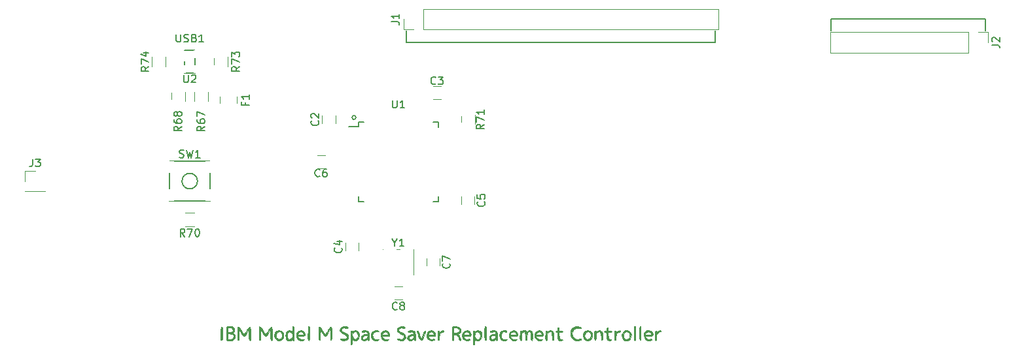
<source format=gto>
G04 #@! TF.GenerationSoftware,KiCad,Pcbnew,(5.0.2)-1*
G04 #@! TF.CreationDate,2019-03-13T04:20:17-07:00*
G04 #@! TF.ProjectId,ssk-controller,73736b2d-636f-46e7-9472-6f6c6c65722e,rev?*
G04 #@! TF.SameCoordinates,Original*
G04 #@! TF.FileFunction,Legend,Top*
G04 #@! TF.FilePolarity,Positive*
%FSLAX46Y46*%
G04 Gerber Fmt 4.6, Leading zero omitted, Abs format (unit mm)*
G04 Created by KiCad (PCBNEW (5.0.2)-1) date 3/13/2019 4:20:17 AM*
%MOMM*%
%LPD*%
G01*
G04 APERTURE LIST*
%ADD10C,0.200000*%
%ADD11C,0.120000*%
%ADD12C,0.150000*%
%ADD13C,0.010000*%
%ADD14R,2.430000X1.540000*%
%ADD15O,2.100000X2.100000*%
%ADD16R,2.100000X2.100000*%
%ADD17R,1.700000X1.100000*%
%ADD18R,1.100000X1.700000*%
%ADD19R,2.200000X1.500000*%
%ADD20R,1.100000X1.000000*%
%ADD21R,1.100000X1.400000*%
%ADD22O,1.400000X2.000000*%
%ADD23O,1.400000X2.500000*%
%ADD24C,1.050000*%
%ADD25R,0.700000X1.850000*%
%ADD26R,1.000000X1.850000*%
%ADD27R,1.800000X1.600000*%
%ADD28R,0.950000X1.900000*%
%ADD29R,1.900000X0.950000*%
%ADD30C,3.900000*%
%ADD31R,1.650000X1.400000*%
%ADD32R,1.400000X1.650000*%
%ADD33C,1.187400*%
G04 APERTURE END LIST*
D10*
X136500000Y-66750000D02*
G75*
G03X136500000Y-66750000I-250000J0D01*
G01*
X143000000Y-57000000D02*
X143000000Y-55500000D01*
X183000000Y-57000000D02*
X143000000Y-57000000D01*
X183000000Y-55500000D02*
X183000000Y-57000000D01*
X218000000Y-54000000D02*
X218000000Y-55500000D01*
X198000000Y-54000000D02*
X218000000Y-54000000D01*
X198000000Y-55500000D02*
X198000000Y-54000000D01*
D11*
G04 #@! TO.C,F1*
X118930000Y-65500000D02*
X118930000Y-63500000D01*
X121070000Y-63500000D02*
X121070000Y-65500000D01*
G04 #@! TO.C,J1*
X142670000Y-55330000D02*
X142670000Y-54000000D01*
X144000000Y-55330000D02*
X142670000Y-55330000D01*
X145270000Y-55330000D02*
X145270000Y-52670000D01*
X145270000Y-52670000D02*
X183430000Y-52670000D01*
X145270000Y-55330000D02*
X183430000Y-55330000D01*
X183430000Y-55330000D02*
X183430000Y-52670000D01*
G04 #@! TO.C,J2*
X218330000Y-55670000D02*
X218330000Y-57000000D01*
X217000000Y-55670000D02*
X218330000Y-55670000D01*
X215730000Y-55670000D02*
X215730000Y-58330000D01*
X215730000Y-58330000D02*
X197890000Y-58330000D01*
X215730000Y-55670000D02*
X197890000Y-55670000D01*
X197890000Y-55670000D02*
X197890000Y-58330000D01*
G04 #@! TO.C,R67*
X117380000Y-63400000D02*
X117380000Y-64600000D01*
X115620000Y-64600000D02*
X115620000Y-63400000D01*
G04 #@! TO.C,R68*
X112620000Y-64600000D02*
X112620000Y-63400000D01*
X114380000Y-63400000D02*
X114380000Y-64600000D01*
G04 #@! TO.C,R70*
X114400000Y-79120000D02*
X115600000Y-79120000D01*
X115600000Y-80880000D02*
X114400000Y-80880000D01*
G04 #@! TO.C,R71*
X150120000Y-67600000D02*
X150120000Y-66400000D01*
X151880000Y-66400000D02*
X151880000Y-67600000D01*
G04 #@! TO.C,R73*
X119880000Y-58900000D02*
X119880000Y-60100000D01*
X118120000Y-60100000D02*
X118120000Y-58900000D01*
G04 #@! TO.C,R74*
X110120000Y-60100000D02*
X110120000Y-58900000D01*
X111880000Y-58900000D02*
X111880000Y-60100000D01*
D12*
G04 #@! TO.C,SW1*
X116000000Y-75000000D02*
G75*
G03X116000000Y-75000000I-1000000J0D01*
G01*
X117600000Y-72400000D02*
X117600000Y-77600000D01*
X112400000Y-72400000D02*
X117600000Y-72400000D01*
X112400000Y-77600000D02*
X112400000Y-72400000D01*
X117600000Y-77600000D02*
X112400000Y-77600000D01*
G04 #@! TO.C,U2*
X114350000Y-60950000D02*
X115650000Y-60950000D01*
X114350000Y-58050000D02*
X114350000Y-60950000D01*
X115650000Y-58050000D02*
X114350000Y-58050000D01*
X115650000Y-58050000D02*
X115650000Y-60950000D01*
D11*
G04 #@! TO.C,Y1*
X144000000Y-83850000D02*
X140000000Y-83850000D01*
X144000000Y-87150000D02*
X144000000Y-83850000D01*
D12*
G04 #@! TO.C,U1*
X136825000Y-67900000D02*
X135550000Y-67900000D01*
X147175000Y-67325000D02*
X146500000Y-67325000D01*
X147175000Y-77675000D02*
X146500000Y-77675000D01*
X136825000Y-77675000D02*
X137500000Y-77675000D01*
X136825000Y-67325000D02*
X137500000Y-67325000D01*
X136825000Y-77675000D02*
X136825000Y-77000000D01*
X147175000Y-77675000D02*
X147175000Y-77000000D01*
X147175000Y-67325000D02*
X147175000Y-68000000D01*
X136825000Y-67325000D02*
X136825000Y-67900000D01*
D11*
G04 #@! TO.C,C2*
X132150000Y-66500000D02*
X132150000Y-67500000D01*
X133850000Y-67500000D02*
X133850000Y-66500000D01*
G04 #@! TO.C,C3*
X147500000Y-62650000D02*
X146500000Y-62650000D01*
X146500000Y-64350000D02*
X147500000Y-64350000D01*
G04 #@! TO.C,C4*
X136850000Y-84000000D02*
X136850000Y-83000000D01*
X135150000Y-83000000D02*
X135150000Y-84000000D01*
G04 #@! TO.C,C5*
X150150000Y-77000000D02*
X150150000Y-78000000D01*
X151850000Y-78000000D02*
X151850000Y-77000000D01*
G04 #@! TO.C,C6*
X132500000Y-71650000D02*
X131500000Y-71650000D01*
X131500000Y-73350000D02*
X132500000Y-73350000D01*
G04 #@! TO.C,C7*
X147350000Y-86000000D02*
X147350000Y-85000000D01*
X145650000Y-85000000D02*
X145650000Y-86000000D01*
G04 #@! TO.C,C8*
X141500000Y-90350000D02*
X142500000Y-90350000D01*
X142500000Y-88650000D02*
X141500000Y-88650000D01*
G04 #@! TO.C,J3*
X93670000Y-73670000D02*
X95000000Y-73670000D01*
X93670000Y-75000000D02*
X93670000Y-73670000D01*
X93670000Y-76270000D02*
X96330000Y-76270000D01*
X96330000Y-76270000D02*
X96330000Y-76330000D01*
X93670000Y-76270000D02*
X93670000Y-76330000D01*
X93670000Y-76330000D02*
X96330000Y-76330000D01*
D13*
G04 #@! TO.C,G\002A\002A\002A*
G36*
X175947740Y-94390455D02*
X175973775Y-94437566D01*
X175929280Y-94499068D01*
X175819030Y-94550890D01*
X175812512Y-94552631D01*
X175671896Y-94620209D01*
X175537023Y-94731559D01*
X175520412Y-94750258D01*
X175450897Y-94845397D01*
X175411185Y-94945480D01*
X175393283Y-95082967D01*
X175389200Y-95283297D01*
X175385298Y-95482267D01*
X175371002Y-95598677D01*
X175342428Y-95651357D01*
X175311405Y-95660400D01*
X175227109Y-95622865D01*
X175207991Y-95593635D01*
X175198784Y-95517722D01*
X175193833Y-95364365D01*
X175193572Y-95157647D01*
X175196885Y-94975468D01*
X175207930Y-94707688D01*
X175225460Y-94530116D01*
X175251076Y-94431473D01*
X175278256Y-94401880D01*
X175342234Y-94424991D01*
X175371901Y-94482135D01*
X175394828Y-94546676D01*
X175435657Y-94555812D01*
X175525236Y-94511103D01*
X175559044Y-94491590D01*
X175705156Y-94422692D01*
X175840303Y-94382687D01*
X175846400Y-94381802D01*
X175947740Y-94390455D01*
X175947740Y-94390455D01*
G37*
X175947740Y-94390455D02*
X175973775Y-94437566D01*
X175929280Y-94499068D01*
X175819030Y-94550890D01*
X175812512Y-94552631D01*
X175671896Y-94620209D01*
X175537023Y-94731559D01*
X175520412Y-94750258D01*
X175450897Y-94845397D01*
X175411185Y-94945480D01*
X175393283Y-95082967D01*
X175389200Y-95283297D01*
X175385298Y-95482267D01*
X175371002Y-95598677D01*
X175342428Y-95651357D01*
X175311405Y-95660400D01*
X175227109Y-95622865D01*
X175207991Y-95593635D01*
X175198784Y-95517722D01*
X175193833Y-95364365D01*
X175193572Y-95157647D01*
X175196885Y-94975468D01*
X175207930Y-94707688D01*
X175225460Y-94530116D01*
X175251076Y-94431473D01*
X175278256Y-94401880D01*
X175342234Y-94424991D01*
X175371901Y-94482135D01*
X175394828Y-94546676D01*
X175435657Y-94555812D01*
X175525236Y-94511103D01*
X175559044Y-94491590D01*
X175705156Y-94422692D01*
X175840303Y-94382687D01*
X175846400Y-94381802D01*
X175947740Y-94390455D01*
G36*
X173293700Y-93841270D02*
X173325904Y-93855601D01*
X173349294Y-93893707D01*
X173365256Y-93969675D01*
X173375172Y-94097591D01*
X173380427Y-94291544D01*
X173382406Y-94565620D01*
X173382600Y-94746000D01*
X173381785Y-95067695D01*
X173378420Y-95301883D01*
X173371119Y-95462653D01*
X173358499Y-95564091D01*
X173339174Y-95620283D01*
X173311762Y-95645318D01*
X173293700Y-95650729D01*
X173262130Y-95649911D01*
X173239032Y-95624619D01*
X173223097Y-95561533D01*
X173213017Y-95447333D01*
X173207483Y-95268700D01*
X173205186Y-95012315D01*
X173204800Y-94745999D01*
X173205465Y-94418762D01*
X173208333Y-94179802D01*
X173214712Y-94015798D01*
X173225913Y-93913431D01*
X173243242Y-93859383D01*
X173268010Y-93840332D01*
X173293700Y-93841270D01*
X173293700Y-93841270D01*
G37*
X173293700Y-93841270D02*
X173325904Y-93855601D01*
X173349294Y-93893707D01*
X173365256Y-93969675D01*
X173375172Y-94097591D01*
X173380427Y-94291544D01*
X173382406Y-94565620D01*
X173382600Y-94746000D01*
X173381785Y-95067695D01*
X173378420Y-95301883D01*
X173371119Y-95462653D01*
X173358499Y-95564091D01*
X173339174Y-95620283D01*
X173311762Y-95645318D01*
X173293700Y-95650729D01*
X173262130Y-95649911D01*
X173239032Y-95624619D01*
X173223097Y-95561533D01*
X173213017Y-95447333D01*
X173207483Y-95268700D01*
X173205186Y-95012315D01*
X173204800Y-94745999D01*
X173205465Y-94418762D01*
X173208333Y-94179802D01*
X173214712Y-94015798D01*
X173225913Y-93913431D01*
X173243242Y-93859383D01*
X173268010Y-93840332D01*
X173293700Y-93841270D01*
G36*
X172631319Y-93835930D02*
X172657682Y-93858119D01*
X172675822Y-93911958D01*
X172687271Y-94011242D01*
X172693562Y-94169763D01*
X172696227Y-94401316D01*
X172696798Y-94719693D01*
X172696800Y-94746000D01*
X172696318Y-95071076D01*
X172693853Y-95308346D01*
X172687871Y-95471605D01*
X172676839Y-95574645D01*
X172659226Y-95631260D01*
X172633498Y-95655243D01*
X172598122Y-95660388D01*
X172595200Y-95660400D01*
X172559080Y-95656069D01*
X172532717Y-95633880D01*
X172514577Y-95580041D01*
X172503128Y-95480757D01*
X172496837Y-95322236D01*
X172494172Y-95090683D01*
X172493601Y-94772306D01*
X172493600Y-94746000D01*
X172494081Y-94420923D01*
X172496546Y-94183653D01*
X172502528Y-94020394D01*
X172513560Y-93917354D01*
X172531173Y-93860739D01*
X172556901Y-93836756D01*
X172592277Y-93831611D01*
X172595200Y-93831600D01*
X172631319Y-93835930D01*
X172631319Y-93835930D01*
G37*
X172631319Y-93835930D02*
X172657682Y-93858119D01*
X172675822Y-93911958D01*
X172687271Y-94011242D01*
X172693562Y-94169763D01*
X172696227Y-94401316D01*
X172696798Y-94719693D01*
X172696800Y-94746000D01*
X172696318Y-95071076D01*
X172693853Y-95308346D01*
X172687871Y-95471605D01*
X172676839Y-95574645D01*
X172659226Y-95631260D01*
X172633498Y-95655243D01*
X172598122Y-95660388D01*
X172595200Y-95660400D01*
X172559080Y-95656069D01*
X172532717Y-95633880D01*
X172514577Y-95580041D01*
X172503128Y-95480757D01*
X172496837Y-95322236D01*
X172494172Y-95090683D01*
X172493601Y-94772306D01*
X172493600Y-94746000D01*
X172494081Y-94420923D01*
X172496546Y-94183653D01*
X172502528Y-94020394D01*
X172513560Y-93917354D01*
X172531173Y-93860739D01*
X172556901Y-93836756D01*
X172592277Y-93831611D01*
X172595200Y-93831600D01*
X172631319Y-93835930D01*
G36*
X170714805Y-94389908D02*
X170756637Y-94450158D01*
X170709211Y-94510197D01*
X170583967Y-94556345D01*
X170573813Y-94558457D01*
X170425512Y-94613237D01*
X170306056Y-94687378D01*
X170243216Y-94749715D01*
X170202939Y-94830047D01*
X170177899Y-94954062D01*
X170160771Y-95147447D01*
X170156800Y-95210772D01*
X170140558Y-95424194D01*
X170119768Y-95555591D01*
X170089345Y-95624535D01*
X170044208Y-95650599D01*
X170042500Y-95650937D01*
X170005598Y-95649659D01*
X169980541Y-95618741D01*
X169965078Y-95542428D01*
X169956954Y-95404960D01*
X169953918Y-95190584D01*
X169953600Y-95029124D01*
X169955159Y-94761260D01*
X169961166Y-94579236D01*
X169973615Y-94467325D01*
X169994499Y-94409798D01*
X170025812Y-94390926D01*
X170034555Y-94390400D01*
X170111114Y-94433114D01*
X170142611Y-94494030D01*
X170173813Y-94564974D01*
X170228063Y-94546505D01*
X170252155Y-94526624D01*
X170375968Y-94449561D01*
X170523974Y-94395506D01*
X170655418Y-94376502D01*
X170714805Y-94389908D01*
X170714805Y-94389908D01*
G37*
X170714805Y-94389908D02*
X170756637Y-94450158D01*
X170709211Y-94510197D01*
X170583967Y-94556345D01*
X170573813Y-94558457D01*
X170425512Y-94613237D01*
X170306056Y-94687378D01*
X170243216Y-94749715D01*
X170202939Y-94830047D01*
X170177899Y-94954062D01*
X170160771Y-95147447D01*
X170156800Y-95210772D01*
X170140558Y-95424194D01*
X170119768Y-95555591D01*
X170089345Y-95624535D01*
X170044208Y-95650599D01*
X170042500Y-95650937D01*
X170005598Y-95649659D01*
X169980541Y-95618741D01*
X169965078Y-95542428D01*
X169956954Y-95404960D01*
X169953918Y-95190584D01*
X169953600Y-95029124D01*
X169955159Y-94761260D01*
X169961166Y-94579236D01*
X169973615Y-94467325D01*
X169994499Y-94409798D01*
X170025812Y-94390926D01*
X170034555Y-94390400D01*
X170111114Y-94433114D01*
X170142611Y-94494030D01*
X170173813Y-94564974D01*
X170228063Y-94546505D01*
X170252155Y-94526624D01*
X170375968Y-94449561D01*
X170523974Y-94395506D01*
X170655418Y-94376502D01*
X170714805Y-94389908D01*
G36*
X168160779Y-94392758D02*
X168303440Y-94512774D01*
X168318217Y-94534096D01*
X168362588Y-94630772D01*
X168389551Y-94770388D01*
X168402195Y-94975040D01*
X168404200Y-95149031D01*
X168401962Y-95376923D01*
X168393002Y-95522292D01*
X168373944Y-95604159D01*
X168341415Y-95641548D01*
X168315300Y-95650299D01*
X168272667Y-95648579D01*
X168246244Y-95610696D01*
X168232268Y-95518357D01*
X168226975Y-95353272D01*
X168226400Y-95218228D01*
X168215843Y-94932416D01*
X168180601Y-94734282D01*
X168115318Y-94611758D01*
X168014638Y-94552778D01*
X167926592Y-94542800D01*
X167785495Y-94568195D01*
X167684680Y-94652283D01*
X167617597Y-94806915D01*
X167577693Y-95043941D01*
X167566000Y-95195080D01*
X167550204Y-95412779D01*
X167530295Y-95548186D01*
X167501429Y-95620607D01*
X167458767Y-95649347D01*
X167451700Y-95650931D01*
X167414798Y-95649656D01*
X167389742Y-95618741D01*
X167374278Y-95542429D01*
X167366154Y-95404965D01*
X167363118Y-95190591D01*
X167362800Y-95029124D01*
X167364502Y-94760009D01*
X167370864Y-94577024D01*
X167383765Y-94464735D01*
X167405084Y-94407712D01*
X167436700Y-94390522D01*
X167440594Y-94390400D01*
X167525313Y-94428988D01*
X167544706Y-94458983D01*
X167579838Y-94494253D01*
X167656416Y-94480495D01*
X167765891Y-94431154D01*
X167979761Y-94365210D01*
X168160779Y-94392758D01*
X168160779Y-94392758D01*
G37*
X168160779Y-94392758D02*
X168303440Y-94512774D01*
X168318217Y-94534096D01*
X168362588Y-94630772D01*
X168389551Y-94770388D01*
X168402195Y-94975040D01*
X168404200Y-95149031D01*
X168401962Y-95376923D01*
X168393002Y-95522292D01*
X168373944Y-95604159D01*
X168341415Y-95641548D01*
X168315300Y-95650299D01*
X168272667Y-95648579D01*
X168246244Y-95610696D01*
X168232268Y-95518357D01*
X168226975Y-95353272D01*
X168226400Y-95218228D01*
X168215843Y-94932416D01*
X168180601Y-94734282D01*
X168115318Y-94611758D01*
X168014638Y-94552778D01*
X167926592Y-94542800D01*
X167785495Y-94568195D01*
X167684680Y-94652283D01*
X167617597Y-94806915D01*
X167577693Y-95043941D01*
X167566000Y-95195080D01*
X167550204Y-95412779D01*
X167530295Y-95548186D01*
X167501429Y-95620607D01*
X167458767Y-95649347D01*
X167451700Y-95650931D01*
X167414798Y-95649656D01*
X167389742Y-95618741D01*
X167374278Y-95542429D01*
X167366154Y-95404965D01*
X167363118Y-95190591D01*
X167362800Y-95029124D01*
X167364502Y-94760009D01*
X167370864Y-94577024D01*
X167383765Y-94464735D01*
X167405084Y-94407712D01*
X167436700Y-94390522D01*
X167440594Y-94390400D01*
X167525313Y-94428988D01*
X167544706Y-94458983D01*
X167579838Y-94494253D01*
X167656416Y-94480495D01*
X167765891Y-94431154D01*
X167979761Y-94365210D01*
X168160779Y-94392758D01*
G36*
X161854010Y-94419182D02*
X161978803Y-94529959D01*
X162026671Y-94606058D01*
X162056832Y-94702762D01*
X162073068Y-94843810D01*
X162079157Y-95052943D01*
X162079600Y-95162975D01*
X162077930Y-95393654D01*
X162070800Y-95540213D01*
X162055029Y-95620107D01*
X162027439Y-95650791D01*
X161990700Y-95650917D01*
X161947753Y-95628254D01*
X161918208Y-95567328D01*
X161897806Y-95449548D01*
X161882290Y-95256323D01*
X161876400Y-95151892D01*
X161861203Y-94935482D01*
X161841495Y-94754639D01*
X161820457Y-94635464D01*
X161809901Y-94606300D01*
X161724602Y-94555643D01*
X161589404Y-94546283D01*
X161447907Y-94579764D01*
X161421203Y-94592527D01*
X161317887Y-94704115D01*
X161249768Y-94906810D01*
X161218180Y-95195928D01*
X161216000Y-95312380D01*
X161211529Y-95502386D01*
X161195251Y-95610312D01*
X161162864Y-95655400D01*
X161138205Y-95660400D01*
X161053909Y-95622865D01*
X161034791Y-95593635D01*
X161025607Y-95517800D01*
X161020651Y-95364421D01*
X161020350Y-95157482D01*
X161023685Y-94971937D01*
X161032076Y-94724707D01*
X161043937Y-94561442D01*
X161062458Y-94464508D01*
X161090827Y-94416270D01*
X161127100Y-94399977D01*
X161199141Y-94417791D01*
X161216000Y-94491903D01*
X161222889Y-94566704D01*
X161260115Y-94554991D01*
X161300083Y-94516774D01*
X161479951Y-94395243D01*
X161672082Y-94362858D01*
X161854010Y-94419182D01*
X161854010Y-94419182D01*
G37*
X161854010Y-94419182D02*
X161978803Y-94529959D01*
X162026671Y-94606058D01*
X162056832Y-94702762D01*
X162073068Y-94843810D01*
X162079157Y-95052943D01*
X162079600Y-95162975D01*
X162077930Y-95393654D01*
X162070800Y-95540213D01*
X162055029Y-95620107D01*
X162027439Y-95650791D01*
X161990700Y-95650917D01*
X161947753Y-95628254D01*
X161918208Y-95567328D01*
X161897806Y-95449548D01*
X161882290Y-95256323D01*
X161876400Y-95151892D01*
X161861203Y-94935482D01*
X161841495Y-94754639D01*
X161820457Y-94635464D01*
X161809901Y-94606300D01*
X161724602Y-94555643D01*
X161589404Y-94546283D01*
X161447907Y-94579764D01*
X161421203Y-94592527D01*
X161317887Y-94704115D01*
X161249768Y-94906810D01*
X161218180Y-95195928D01*
X161216000Y-95312380D01*
X161211529Y-95502386D01*
X161195251Y-95610312D01*
X161162864Y-95655400D01*
X161138205Y-95660400D01*
X161053909Y-95622865D01*
X161034791Y-95593635D01*
X161025607Y-95517800D01*
X161020651Y-95364421D01*
X161020350Y-95157482D01*
X161023685Y-94971937D01*
X161032076Y-94724707D01*
X161043937Y-94561442D01*
X161062458Y-94464508D01*
X161090827Y-94416270D01*
X161127100Y-94399977D01*
X161199141Y-94417791D01*
X161216000Y-94491903D01*
X161222889Y-94566704D01*
X161260115Y-94554991D01*
X161300083Y-94516774D01*
X161479951Y-94395243D01*
X161672082Y-94362858D01*
X161854010Y-94419182D01*
G36*
X159102281Y-94388301D02*
X159200759Y-94442233D01*
X159268056Y-94527532D01*
X159309525Y-94661594D01*
X159330522Y-94861816D01*
X159336399Y-95145595D01*
X159336400Y-95149060D01*
X159333839Y-95387366D01*
X159324538Y-95540656D01*
X159306071Y-95625426D01*
X159276011Y-95658168D01*
X159261167Y-95660400D01*
X159209440Y-95641356D01*
X159172364Y-95574861D01*
X159146949Y-95446868D01*
X159130204Y-95243329D01*
X159120539Y-95000000D01*
X159107800Y-94568200D01*
X158941490Y-94552191D01*
X158826655Y-94552938D01*
X158757853Y-94601223D01*
X158700190Y-94715659D01*
X158658692Y-94872834D01*
X158632168Y-95092125D01*
X158625200Y-95281493D01*
X158622618Y-95477932D01*
X158611751Y-95592279D01*
X158587921Y-95643980D01*
X158546446Y-95652478D01*
X158536300Y-95650836D01*
X158494168Y-95629501D01*
X158466182Y-95572368D01*
X158448533Y-95460760D01*
X158437412Y-95276006D01*
X158432917Y-95143852D01*
X158418476Y-94875511D01*
X158389735Y-94695726D01*
X158340468Y-94591774D01*
X158264451Y-94550931D01*
X158155458Y-94560475D01*
X158148335Y-94562221D01*
X158040205Y-94630236D01*
X157966646Y-94775625D01*
X157925389Y-95005407D01*
X157914000Y-95286980D01*
X157910033Y-95484831D01*
X157895510Y-95600183D01*
X157866496Y-95651919D01*
X157836205Y-95660400D01*
X157751909Y-95622865D01*
X157732791Y-95593635D01*
X157723607Y-95517800D01*
X157718651Y-95364421D01*
X157718350Y-95157482D01*
X157721685Y-94971937D01*
X157730076Y-94724707D01*
X157741937Y-94561442D01*
X157760458Y-94464508D01*
X157788827Y-94416270D01*
X157825100Y-94399977D01*
X157900376Y-94420062D01*
X157914000Y-94470748D01*
X157921108Y-94527590D01*
X157958972Y-94515444D01*
X158016255Y-94466006D01*
X158169837Y-94385120D01*
X158339666Y-94381783D01*
X158488472Y-94453795D01*
X158528565Y-94496233D01*
X158592934Y-94561903D01*
X158623671Y-94557850D01*
X158624070Y-94552907D01*
X158670125Y-94480758D01*
X158781828Y-94419169D01*
X158923242Y-94380511D01*
X159058431Y-94377154D01*
X159102281Y-94388301D01*
X159102281Y-94388301D01*
G37*
X159102281Y-94388301D02*
X159200759Y-94442233D01*
X159268056Y-94527532D01*
X159309525Y-94661594D01*
X159330522Y-94861816D01*
X159336399Y-95145595D01*
X159336400Y-95149060D01*
X159333839Y-95387366D01*
X159324538Y-95540656D01*
X159306071Y-95625426D01*
X159276011Y-95658168D01*
X159261167Y-95660400D01*
X159209440Y-95641356D01*
X159172364Y-95574861D01*
X159146949Y-95446868D01*
X159130204Y-95243329D01*
X159120539Y-95000000D01*
X159107800Y-94568200D01*
X158941490Y-94552191D01*
X158826655Y-94552938D01*
X158757853Y-94601223D01*
X158700190Y-94715659D01*
X158658692Y-94872834D01*
X158632168Y-95092125D01*
X158625200Y-95281493D01*
X158622618Y-95477932D01*
X158611751Y-95592279D01*
X158587921Y-95643980D01*
X158546446Y-95652478D01*
X158536300Y-95650836D01*
X158494168Y-95629501D01*
X158466182Y-95572368D01*
X158448533Y-95460760D01*
X158437412Y-95276006D01*
X158432917Y-95143852D01*
X158418476Y-94875511D01*
X158389735Y-94695726D01*
X158340468Y-94591774D01*
X158264451Y-94550931D01*
X158155458Y-94560475D01*
X158148335Y-94562221D01*
X158040205Y-94630236D01*
X157966646Y-94775625D01*
X157925389Y-95005407D01*
X157914000Y-95286980D01*
X157910033Y-95484831D01*
X157895510Y-95600183D01*
X157866496Y-95651919D01*
X157836205Y-95660400D01*
X157751909Y-95622865D01*
X157732791Y-95593635D01*
X157723607Y-95517800D01*
X157718651Y-95364421D01*
X157718350Y-95157482D01*
X157721685Y-94971937D01*
X157730076Y-94724707D01*
X157741937Y-94561442D01*
X157760458Y-94464508D01*
X157788827Y-94416270D01*
X157825100Y-94399977D01*
X157900376Y-94420062D01*
X157914000Y-94470748D01*
X157921108Y-94527590D01*
X157958972Y-94515444D01*
X158016255Y-94466006D01*
X158169837Y-94385120D01*
X158339666Y-94381783D01*
X158488472Y-94453795D01*
X158528565Y-94496233D01*
X158592934Y-94561903D01*
X158623671Y-94557850D01*
X158624070Y-94552907D01*
X158670125Y-94480758D01*
X158781828Y-94419169D01*
X158923242Y-94380511D01*
X159058431Y-94377154D01*
X159102281Y-94388301D01*
G36*
X153312226Y-93856054D02*
X153346349Y-93887697D01*
X153361506Y-93960897D01*
X153373831Y-94113758D01*
X153383123Y-94324377D01*
X153389178Y-94570849D01*
X153391796Y-94831271D01*
X153390773Y-95083737D01*
X153385908Y-95306344D01*
X153376998Y-95477188D01*
X153363842Y-95574364D01*
X153361964Y-95580045D01*
X153292972Y-95651955D01*
X153200215Y-95647102D01*
X153172666Y-95626533D01*
X153161464Y-95566879D01*
X153151826Y-95423074D01*
X153144415Y-95212562D01*
X153139894Y-94952786D01*
X153138800Y-94735938D01*
X153139940Y-94417071D01*
X153144231Y-94185558D01*
X153152976Y-94027170D01*
X153167477Y-93927677D01*
X153189039Y-93872850D01*
X153218963Y-93848460D01*
X153220126Y-93848003D01*
X153312226Y-93856054D01*
X153312226Y-93856054D01*
G37*
X153312226Y-93856054D02*
X153346349Y-93887697D01*
X153361506Y-93960897D01*
X153373831Y-94113758D01*
X153383123Y-94324377D01*
X153389178Y-94570849D01*
X153391796Y-94831271D01*
X153390773Y-95083737D01*
X153385908Y-95306344D01*
X153376998Y-95477188D01*
X153363842Y-95574364D01*
X153361964Y-95580045D01*
X153292972Y-95651955D01*
X153200215Y-95647102D01*
X153172666Y-95626533D01*
X153161464Y-95566879D01*
X153151826Y-95423074D01*
X153144415Y-95212562D01*
X153139894Y-94952786D01*
X153138800Y-94735938D01*
X153139940Y-94417071D01*
X153144231Y-94185558D01*
X153152976Y-94027170D01*
X153167477Y-93927677D01*
X153189039Y-93872850D01*
X153218963Y-93848460D01*
X153220126Y-93848003D01*
X153312226Y-93856054D01*
G36*
X149447712Y-93848815D02*
X149664633Y-93884583D01*
X149840152Y-93946578D01*
X149884192Y-93973801D01*
X150019728Y-94133373D01*
X150075211Y-94332629D01*
X150041620Y-94538871D01*
X150040700Y-94541108D01*
X149988418Y-94646835D01*
X149947258Y-94696349D01*
X149944936Y-94696815D01*
X149883869Y-94725508D01*
X149815495Y-94772207D01*
X149749575Y-94836950D01*
X149765217Y-94898864D01*
X149794643Y-94935692D01*
X149857521Y-95033601D01*
X149928041Y-95178533D01*
X149995039Y-95341577D01*
X150047350Y-95493826D01*
X150073813Y-95606370D01*
X150069604Y-95647728D01*
X150000205Y-95658349D01*
X149914483Y-95584594D01*
X149824565Y-95439625D01*
X149775420Y-95328485D01*
X149679746Y-95114727D01*
X149584918Y-94983373D01*
X149472583Y-94917055D01*
X149324388Y-94898406D01*
X149320926Y-94898400D01*
X149125600Y-94898400D01*
X149125600Y-95279400D01*
X149123200Y-95474200D01*
X149112258Y-95588497D01*
X149087159Y-95643347D01*
X149042288Y-95659802D01*
X149024000Y-95660400D01*
X148987005Y-95655878D01*
X148960280Y-95632861D01*
X148942159Y-95577171D01*
X148930977Y-95474627D01*
X148925067Y-95311052D01*
X148922765Y-95072266D01*
X148922400Y-94795542D01*
X148922400Y-94034800D01*
X149125600Y-94034800D01*
X149125600Y-94695200D01*
X149381909Y-94695200D01*
X149560684Y-94683001D01*
X149682113Y-94637176D01*
X149762909Y-94570509D01*
X149848053Y-94463455D01*
X149887301Y-94370903D01*
X149887600Y-94365000D01*
X149853798Y-94276011D01*
X149771555Y-94168331D01*
X149762909Y-94159490D01*
X149656797Y-94078453D01*
X149525820Y-94041673D01*
X149381909Y-94034800D01*
X149125600Y-94034800D01*
X148922400Y-94034800D01*
X148922400Y-93930685D01*
X149062100Y-93876389D01*
X149232498Y-93844381D01*
X149447712Y-93848815D01*
X149447712Y-93848815D01*
G37*
X149447712Y-93848815D02*
X149664633Y-93884583D01*
X149840152Y-93946578D01*
X149884192Y-93973801D01*
X150019728Y-94133373D01*
X150075211Y-94332629D01*
X150041620Y-94538871D01*
X150040700Y-94541108D01*
X149988418Y-94646835D01*
X149947258Y-94696349D01*
X149944936Y-94696815D01*
X149883869Y-94725508D01*
X149815495Y-94772207D01*
X149749575Y-94836950D01*
X149765217Y-94898864D01*
X149794643Y-94935692D01*
X149857521Y-95033601D01*
X149928041Y-95178533D01*
X149995039Y-95341577D01*
X150047350Y-95493826D01*
X150073813Y-95606370D01*
X150069604Y-95647728D01*
X150000205Y-95658349D01*
X149914483Y-95584594D01*
X149824565Y-95439625D01*
X149775420Y-95328485D01*
X149679746Y-95114727D01*
X149584918Y-94983373D01*
X149472583Y-94917055D01*
X149324388Y-94898406D01*
X149320926Y-94898400D01*
X149125600Y-94898400D01*
X149125600Y-95279400D01*
X149123200Y-95474200D01*
X149112258Y-95588497D01*
X149087159Y-95643347D01*
X149042288Y-95659802D01*
X149024000Y-95660400D01*
X148987005Y-95655878D01*
X148960280Y-95632861D01*
X148942159Y-95577171D01*
X148930977Y-95474627D01*
X148925067Y-95311052D01*
X148922765Y-95072266D01*
X148922400Y-94795542D01*
X148922400Y-94034800D01*
X149125600Y-94034800D01*
X149125600Y-94695200D01*
X149381909Y-94695200D01*
X149560684Y-94683001D01*
X149682113Y-94637176D01*
X149762909Y-94570509D01*
X149848053Y-94463455D01*
X149887301Y-94370903D01*
X149887600Y-94365000D01*
X149853798Y-94276011D01*
X149771555Y-94168331D01*
X149762909Y-94159490D01*
X149656797Y-94078453D01*
X149525820Y-94041673D01*
X149381909Y-94034800D01*
X149125600Y-94034800D01*
X148922400Y-94034800D01*
X148922400Y-93930685D01*
X149062100Y-93876389D01*
X149232498Y-93844381D01*
X149447712Y-93848815D01*
G36*
X147818465Y-94403693D02*
X147844056Y-94447068D01*
X147815974Y-94519912D01*
X147715165Y-94558186D01*
X147565708Y-94613242D01*
X147446056Y-94687378D01*
X147383216Y-94749715D01*
X147342939Y-94830047D01*
X147317899Y-94954062D01*
X147300771Y-95147447D01*
X147296800Y-95210772D01*
X147280558Y-95424194D01*
X147259768Y-95555591D01*
X147229345Y-95624535D01*
X147184208Y-95650599D01*
X147182500Y-95650937D01*
X147145598Y-95649659D01*
X147120541Y-95618741D01*
X147105078Y-95542428D01*
X147096954Y-95404960D01*
X147093918Y-95190584D01*
X147093600Y-95029124D01*
X147095578Y-94757171D01*
X147102631Y-94572052D01*
X147116435Y-94459061D01*
X147138665Y-94403487D01*
X147166376Y-94390400D01*
X147238967Y-94432683D01*
X147271140Y-94491181D01*
X147297773Y-94556446D01*
X147338301Y-94560782D01*
X147425011Y-94504792D01*
X147439663Y-94494326D01*
X147590986Y-94411134D01*
X147725598Y-94379948D01*
X147818465Y-94403693D01*
X147818465Y-94403693D01*
G37*
X147818465Y-94403693D02*
X147844056Y-94447068D01*
X147815974Y-94519912D01*
X147715165Y-94558186D01*
X147565708Y-94613242D01*
X147446056Y-94687378D01*
X147383216Y-94749715D01*
X147342939Y-94830047D01*
X147317899Y-94954062D01*
X147300771Y-95147447D01*
X147296800Y-95210772D01*
X147280558Y-95424194D01*
X147259768Y-95555591D01*
X147229345Y-95624535D01*
X147184208Y-95650599D01*
X147182500Y-95650937D01*
X147145598Y-95649659D01*
X147120541Y-95618741D01*
X147105078Y-95542428D01*
X147096954Y-95404960D01*
X147093918Y-95190584D01*
X147093600Y-95029124D01*
X147095578Y-94757171D01*
X147102631Y-94572052D01*
X147116435Y-94459061D01*
X147138665Y-94403487D01*
X147166376Y-94390400D01*
X147238967Y-94432683D01*
X147271140Y-94491181D01*
X147297773Y-94556446D01*
X147338301Y-94560782D01*
X147425011Y-94504792D01*
X147439663Y-94494326D01*
X147590986Y-94411134D01*
X147725598Y-94379948D01*
X147818465Y-94403693D01*
G36*
X145498090Y-94403557D02*
X145494603Y-94461721D01*
X145459840Y-94595285D01*
X145399512Y-94785019D01*
X145319329Y-95011696D01*
X145310027Y-95036760D01*
X145211525Y-95293552D01*
X145136277Y-95468566D01*
X145076194Y-95576668D01*
X145023186Y-95632723D01*
X144975910Y-95650812D01*
X144855303Y-95620423D01*
X144790965Y-95549212D01*
X144743988Y-95454030D01*
X144675461Y-95291213D01*
X144596218Y-95089425D01*
X144517097Y-94877330D01*
X144448932Y-94683593D01*
X144402560Y-94536877D01*
X144391310Y-94492000D01*
X144417582Y-94428179D01*
X144473133Y-94415800D01*
X144522247Y-94433399D01*
X144571877Y-94495989D01*
X144629475Y-94618252D01*
X144702498Y-94814875D01*
X144756783Y-94974550D01*
X144943099Y-95533300D01*
X145119673Y-95003579D01*
X145230550Y-94702082D01*
X145329030Y-94499746D01*
X145414804Y-94397062D01*
X145487562Y-94394522D01*
X145498090Y-94403557D01*
X145498090Y-94403557D01*
G37*
X145498090Y-94403557D02*
X145494603Y-94461721D01*
X145459840Y-94595285D01*
X145399512Y-94785019D01*
X145319329Y-95011696D01*
X145310027Y-95036760D01*
X145211525Y-95293552D01*
X145136277Y-95468566D01*
X145076194Y-95576668D01*
X145023186Y-95632723D01*
X144975910Y-95650812D01*
X144855303Y-95620423D01*
X144790965Y-95549212D01*
X144743988Y-95454030D01*
X144675461Y-95291213D01*
X144596218Y-95089425D01*
X144517097Y-94877330D01*
X144448932Y-94683593D01*
X144402560Y-94536877D01*
X144391310Y-94492000D01*
X144417582Y-94428179D01*
X144473133Y-94415800D01*
X144522247Y-94433399D01*
X144571877Y-94495989D01*
X144629475Y-94618252D01*
X144702498Y-94814875D01*
X144756783Y-94974550D01*
X144943099Y-95533300D01*
X145119673Y-95003579D01*
X145230550Y-94702082D01*
X145329030Y-94499746D01*
X145414804Y-94397062D01*
X145487562Y-94394522D01*
X145498090Y-94403557D01*
G36*
X131865362Y-93910202D02*
X131948864Y-94000368D01*
X132060116Y-94163033D01*
X132195421Y-94388301D01*
X132313673Y-94588175D01*
X132414706Y-94751165D01*
X132487304Y-94859683D01*
X132519453Y-94896301D01*
X132555613Y-94855916D01*
X132630873Y-94744535D01*
X132734053Y-94579448D01*
X132847935Y-94388305D01*
X132984164Y-94161190D01*
X133084497Y-94011643D01*
X133159348Y-93926799D01*
X133219130Y-93893793D01*
X133248882Y-93893005D01*
X133286550Y-93902937D01*
X133313747Y-93929920D01*
X133332172Y-93988406D01*
X133343528Y-94092849D01*
X133349516Y-94257704D01*
X133351838Y-94497424D01*
X133352200Y-94770704D01*
X133351348Y-95087323D01*
X133347833Y-95316639D01*
X133340209Y-95472937D01*
X133327034Y-95570508D01*
X133306864Y-95623638D01*
X133278256Y-95646617D01*
X133263300Y-95650729D01*
X133228362Y-95649702D01*
X133203932Y-95620999D01*
X133188140Y-95549767D01*
X133179117Y-95421154D01*
X133174994Y-95220306D01*
X133173909Y-94940224D01*
X133173418Y-94212600D01*
X132909138Y-94655798D01*
X132790912Y-94845336D01*
X132684489Y-95000293D01*
X132604326Y-95100421D01*
X132572990Y-95126574D01*
X132504531Y-95132237D01*
X132430773Y-95088316D01*
X132341079Y-94983286D01*
X132224812Y-94805623D01*
X132131197Y-94647880D01*
X131908022Y-94263400D01*
X131893511Y-94948572D01*
X131886278Y-95227030D01*
X131876850Y-95419832D01*
X131862877Y-95542921D01*
X131842013Y-95612240D01*
X131811909Y-95643733D01*
X131790100Y-95650797D01*
X131758089Y-95649934D01*
X131734806Y-95624199D01*
X131718876Y-95560073D01*
X131708927Y-95444033D01*
X131703587Y-95262558D01*
X131701483Y-95002127D01*
X131701200Y-94775124D01*
X131701720Y-94454403D01*
X131704330Y-94221330D01*
X131710599Y-94061954D01*
X131722099Y-93962324D01*
X131740400Y-93908490D01*
X131767073Y-93886500D01*
X131801721Y-93882400D01*
X131865362Y-93910202D01*
X131865362Y-93910202D01*
G37*
X131865362Y-93910202D02*
X131948864Y-94000368D01*
X132060116Y-94163033D01*
X132195421Y-94388301D01*
X132313673Y-94588175D01*
X132414706Y-94751165D01*
X132487304Y-94859683D01*
X132519453Y-94896301D01*
X132555613Y-94855916D01*
X132630873Y-94744535D01*
X132734053Y-94579448D01*
X132847935Y-94388305D01*
X132984164Y-94161190D01*
X133084497Y-94011643D01*
X133159348Y-93926799D01*
X133219130Y-93893793D01*
X133248882Y-93893005D01*
X133286550Y-93902937D01*
X133313747Y-93929920D01*
X133332172Y-93988406D01*
X133343528Y-94092849D01*
X133349516Y-94257704D01*
X133351838Y-94497424D01*
X133352200Y-94770704D01*
X133351348Y-95087323D01*
X133347833Y-95316639D01*
X133340209Y-95472937D01*
X133327034Y-95570508D01*
X133306864Y-95623638D01*
X133278256Y-95646617D01*
X133263300Y-95650729D01*
X133228362Y-95649702D01*
X133203932Y-95620999D01*
X133188140Y-95549767D01*
X133179117Y-95421154D01*
X133174994Y-95220306D01*
X133173909Y-94940224D01*
X133173418Y-94212600D01*
X132909138Y-94655798D01*
X132790912Y-94845336D01*
X132684489Y-95000293D01*
X132604326Y-95100421D01*
X132572990Y-95126574D01*
X132504531Y-95132237D01*
X132430773Y-95088316D01*
X132341079Y-94983286D01*
X132224812Y-94805623D01*
X132131197Y-94647880D01*
X131908022Y-94263400D01*
X131893511Y-94948572D01*
X131886278Y-95227030D01*
X131876850Y-95419832D01*
X131862877Y-95542921D01*
X131842013Y-95612240D01*
X131811909Y-95643733D01*
X131790100Y-95650797D01*
X131758089Y-95649934D01*
X131734806Y-95624199D01*
X131718876Y-95560073D01*
X131708927Y-95444033D01*
X131703587Y-95262558D01*
X131701483Y-95002127D01*
X131701200Y-94775124D01*
X131701720Y-94454403D01*
X131704330Y-94221330D01*
X131710599Y-94061954D01*
X131722099Y-93962324D01*
X131740400Y-93908490D01*
X131767073Y-93886500D01*
X131801721Y-93882400D01*
X131865362Y-93910202D01*
G36*
X130424725Y-93842060D02*
X130447846Y-93867421D01*
X130463780Y-93930651D01*
X130473844Y-94045094D01*
X130479354Y-94224096D01*
X130481627Y-94481002D01*
X130482000Y-94742275D01*
X130480987Y-95072666D01*
X130477208Y-95314582D01*
X130469551Y-95481133D01*
X130456907Y-95585431D01*
X130438164Y-95640587D01*
X130412211Y-95659711D01*
X130404205Y-95660400D01*
X130320215Y-95623627D01*
X130301295Y-95594949D01*
X130293675Y-95524141D01*
X130288707Y-95370319D01*
X130286619Y-95152040D01*
X130287642Y-94887863D01*
X130290190Y-94693895D01*
X130296367Y-94382534D01*
X130304002Y-94158305D01*
X130314838Y-94006744D01*
X130330623Y-93913383D01*
X130353102Y-93863757D01*
X130384022Y-93843399D01*
X130393100Y-93841221D01*
X130424725Y-93842060D01*
X130424725Y-93842060D01*
G37*
X130424725Y-93842060D02*
X130447846Y-93867421D01*
X130463780Y-93930651D01*
X130473844Y-94045094D01*
X130479354Y-94224096D01*
X130481627Y-94481002D01*
X130482000Y-94742275D01*
X130480987Y-95072666D01*
X130477208Y-95314582D01*
X130469551Y-95481133D01*
X130456907Y-95585431D01*
X130438164Y-95640587D01*
X130412211Y-95659711D01*
X130404205Y-95660400D01*
X130320215Y-95623627D01*
X130301295Y-95594949D01*
X130293675Y-95524141D01*
X130288707Y-95370319D01*
X130286619Y-95152040D01*
X130287642Y-94887863D01*
X130290190Y-94693895D01*
X130296367Y-94382534D01*
X130304002Y-94158305D01*
X130314838Y-94006744D01*
X130330623Y-93913383D01*
X130353102Y-93863757D01*
X130384022Y-93843399D01*
X130393100Y-93841221D01*
X130424725Y-93842060D01*
G36*
X124092191Y-93891566D02*
X124166091Y-93930722D01*
X124260859Y-94035726D01*
X124384395Y-94216472D01*
X124490467Y-94390400D01*
X124608198Y-94584597D01*
X124708568Y-94741450D01*
X124779843Y-94843171D01*
X124808760Y-94873000D01*
X124846626Y-94832239D01*
X124924424Y-94721693D01*
X125030263Y-94558962D01*
X125134824Y-94390400D01*
X125283391Y-94156278D01*
X125395717Y-94004332D01*
X125479511Y-93925136D01*
X125529438Y-93907800D01*
X125566156Y-93912681D01*
X125593074Y-93936708D01*
X125612039Y-93993950D01*
X125624899Y-94098479D01*
X125633502Y-94264365D01*
X125639695Y-94505681D01*
X125644499Y-94784100D01*
X125649044Y-95101292D01*
X125650140Y-95330996D01*
X125646382Y-95487304D01*
X125636363Y-95584306D01*
X125618676Y-95636094D01*
X125591916Y-95656760D01*
X125557033Y-95660400D01*
X125516476Y-95654574D01*
X125487932Y-95626613D01*
X125468801Y-95560789D01*
X125456482Y-95441376D01*
X125448374Y-95252646D01*
X125441878Y-94978873D01*
X125441533Y-94961900D01*
X125427400Y-94263400D01*
X125178664Y-94686947D01*
X125064119Y-94872541D01*
X124960787Y-95023097D01*
X124883589Y-95117662D01*
X124857225Y-95138394D01*
X124793260Y-95141750D01*
X124721190Y-95095773D01*
X124630935Y-94989239D01*
X124512414Y-94810920D01*
X124407006Y-94636990D01*
X124185920Y-94264116D01*
X124171660Y-94948931D01*
X124164529Y-95227296D01*
X124155171Y-95420011D01*
X124141243Y-95543024D01*
X124120399Y-95612285D01*
X124090296Y-95643744D01*
X124068500Y-95650797D01*
X124036544Y-95649936D01*
X124013283Y-95624254D01*
X123997352Y-95560254D01*
X123987387Y-95444439D01*
X123982023Y-95263314D01*
X123979895Y-95003382D01*
X123979600Y-94771591D01*
X123979600Y-93875333D01*
X124092191Y-93891566D01*
X124092191Y-93891566D01*
G37*
X124092191Y-93891566D02*
X124166091Y-93930722D01*
X124260859Y-94035726D01*
X124384395Y-94216472D01*
X124490467Y-94390400D01*
X124608198Y-94584597D01*
X124708568Y-94741450D01*
X124779843Y-94843171D01*
X124808760Y-94873000D01*
X124846626Y-94832239D01*
X124924424Y-94721693D01*
X125030263Y-94558962D01*
X125134824Y-94390400D01*
X125283391Y-94156278D01*
X125395717Y-94004332D01*
X125479511Y-93925136D01*
X125529438Y-93907800D01*
X125566156Y-93912681D01*
X125593074Y-93936708D01*
X125612039Y-93993950D01*
X125624899Y-94098479D01*
X125633502Y-94264365D01*
X125639695Y-94505681D01*
X125644499Y-94784100D01*
X125649044Y-95101292D01*
X125650140Y-95330996D01*
X125646382Y-95487304D01*
X125636363Y-95584306D01*
X125618676Y-95636094D01*
X125591916Y-95656760D01*
X125557033Y-95660400D01*
X125516476Y-95654574D01*
X125487932Y-95626613D01*
X125468801Y-95560789D01*
X125456482Y-95441376D01*
X125448374Y-95252646D01*
X125441878Y-94978873D01*
X125441533Y-94961900D01*
X125427400Y-94263400D01*
X125178664Y-94686947D01*
X125064119Y-94872541D01*
X124960787Y-95023097D01*
X124883589Y-95117662D01*
X124857225Y-95138394D01*
X124793260Y-95141750D01*
X124721190Y-95095773D01*
X124630935Y-94989239D01*
X124512414Y-94810920D01*
X124407006Y-94636990D01*
X124185920Y-94264116D01*
X124171660Y-94948931D01*
X124164529Y-95227296D01*
X124155171Y-95420011D01*
X124141243Y-95543024D01*
X124120399Y-95612285D01*
X124090296Y-95643744D01*
X124068500Y-95650797D01*
X124036544Y-95649936D01*
X124013283Y-95624254D01*
X123997352Y-95560254D01*
X123987387Y-95444439D01*
X123982023Y-95263314D01*
X123979895Y-95003382D01*
X123979600Y-94771591D01*
X123979600Y-93875333D01*
X124092191Y-93891566D01*
G36*
X121285805Y-93889869D02*
X121297881Y-93891566D01*
X121372117Y-93931152D01*
X121467229Y-94037264D01*
X121591059Y-94219739D01*
X121691581Y-94385519D01*
X121808765Y-94579423D01*
X121909266Y-94736428D01*
X121981089Y-94838365D01*
X122010185Y-94868119D01*
X122049863Y-94829345D01*
X122129097Y-94720455D01*
X122235843Y-94558855D01*
X122340824Y-94390400D01*
X122489391Y-94156278D01*
X122601717Y-94004332D01*
X122685511Y-93925136D01*
X122735438Y-93907800D01*
X122772156Y-93912681D01*
X122799074Y-93936708D01*
X122818039Y-93993950D01*
X122830899Y-94098479D01*
X122839502Y-94264365D01*
X122845695Y-94505681D01*
X122850499Y-94784100D01*
X122855044Y-95101292D01*
X122856140Y-95330996D01*
X122852382Y-95487304D01*
X122842363Y-95584306D01*
X122824676Y-95636094D01*
X122797916Y-95656760D01*
X122763033Y-95660400D01*
X122722476Y-95654574D01*
X122693932Y-95626613D01*
X122674801Y-95560789D01*
X122662482Y-95441376D01*
X122654374Y-95252646D01*
X122647878Y-94978873D01*
X122647533Y-94961900D01*
X122633400Y-94263400D01*
X122384664Y-94686947D01*
X122270119Y-94872541D01*
X122166787Y-95023097D01*
X122089589Y-95117662D01*
X122063225Y-95138394D01*
X121999260Y-95141750D01*
X121927190Y-95095773D01*
X121836935Y-94989239D01*
X121718414Y-94810920D01*
X121613006Y-94636990D01*
X121391920Y-94264116D01*
X121377660Y-94948931D01*
X121370529Y-95227296D01*
X121361171Y-95420011D01*
X121347243Y-95543024D01*
X121326399Y-95612285D01*
X121296296Y-95643744D01*
X121274500Y-95650797D01*
X121242544Y-95649936D01*
X121219283Y-95624254D01*
X121203352Y-95560254D01*
X121193387Y-95444439D01*
X121188023Y-95263314D01*
X121185895Y-95003382D01*
X121185600Y-94771591D01*
X121185895Y-94450527D01*
X121187948Y-94217351D01*
X121193507Y-94058351D01*
X121204323Y-93959815D01*
X121222145Y-93908031D01*
X121248722Y-93889286D01*
X121285805Y-93889869D01*
X121285805Y-93889869D01*
G37*
X121285805Y-93889869D02*
X121297881Y-93891566D01*
X121372117Y-93931152D01*
X121467229Y-94037264D01*
X121591059Y-94219739D01*
X121691581Y-94385519D01*
X121808765Y-94579423D01*
X121909266Y-94736428D01*
X121981089Y-94838365D01*
X122010185Y-94868119D01*
X122049863Y-94829345D01*
X122129097Y-94720455D01*
X122235843Y-94558855D01*
X122340824Y-94390400D01*
X122489391Y-94156278D01*
X122601717Y-94004332D01*
X122685511Y-93925136D01*
X122735438Y-93907800D01*
X122772156Y-93912681D01*
X122799074Y-93936708D01*
X122818039Y-93993950D01*
X122830899Y-94098479D01*
X122839502Y-94264365D01*
X122845695Y-94505681D01*
X122850499Y-94784100D01*
X122855044Y-95101292D01*
X122856140Y-95330996D01*
X122852382Y-95487304D01*
X122842363Y-95584306D01*
X122824676Y-95636094D01*
X122797916Y-95656760D01*
X122763033Y-95660400D01*
X122722476Y-95654574D01*
X122693932Y-95626613D01*
X122674801Y-95560789D01*
X122662482Y-95441376D01*
X122654374Y-95252646D01*
X122647878Y-94978873D01*
X122647533Y-94961900D01*
X122633400Y-94263400D01*
X122384664Y-94686947D01*
X122270119Y-94872541D01*
X122166787Y-95023097D01*
X122089589Y-95117662D01*
X122063225Y-95138394D01*
X121999260Y-95141750D01*
X121927190Y-95095773D01*
X121836935Y-94989239D01*
X121718414Y-94810920D01*
X121613006Y-94636990D01*
X121391920Y-94264116D01*
X121377660Y-94948931D01*
X121370529Y-95227296D01*
X121361171Y-95420011D01*
X121347243Y-95543024D01*
X121326399Y-95612285D01*
X121296296Y-95643744D01*
X121274500Y-95650797D01*
X121242544Y-95649936D01*
X121219283Y-95624254D01*
X121203352Y-95560254D01*
X121193387Y-95444439D01*
X121188023Y-95263314D01*
X121185895Y-95003382D01*
X121185600Y-94771591D01*
X121185895Y-94450527D01*
X121187948Y-94217351D01*
X121193507Y-94058351D01*
X121204323Y-93959815D01*
X121222145Y-93908031D01*
X121248722Y-93889286D01*
X121285805Y-93889869D01*
G36*
X119165230Y-93912329D02*
X119191969Y-93935380D01*
X119210089Y-93991147D01*
X119221260Y-94093826D01*
X119227154Y-94257610D01*
X119229442Y-94496695D01*
X119229800Y-94770704D01*
X119228952Y-95087291D01*
X119225445Y-95316578D01*
X119217833Y-95472858D01*
X119204670Y-95570424D01*
X119184508Y-95623568D01*
X119155902Y-95646584D01*
X119140746Y-95650758D01*
X119052560Y-95632529D01*
X119025102Y-95598615D01*
X119016879Y-95526134D01*
X119011476Y-95371094D01*
X119009162Y-95152506D01*
X119010210Y-94889378D01*
X119012555Y-94718560D01*
X119018454Y-94414981D01*
X119025347Y-94198372D01*
X119035321Y-94054111D01*
X119050462Y-93967576D01*
X119072855Y-93924142D01*
X119104585Y-93909187D01*
X119128200Y-93907800D01*
X119165230Y-93912329D01*
X119165230Y-93912329D01*
G37*
X119165230Y-93912329D02*
X119191969Y-93935380D01*
X119210089Y-93991147D01*
X119221260Y-94093826D01*
X119227154Y-94257610D01*
X119229442Y-94496695D01*
X119229800Y-94770704D01*
X119228952Y-95087291D01*
X119225445Y-95316578D01*
X119217833Y-95472858D01*
X119204670Y-95570424D01*
X119184508Y-95623568D01*
X119155902Y-95646584D01*
X119140746Y-95650758D01*
X119052560Y-95632529D01*
X119025102Y-95598615D01*
X119016879Y-95526134D01*
X119011476Y-95371094D01*
X119009162Y-95152506D01*
X119010210Y-94889378D01*
X119012555Y-94718560D01*
X119018454Y-94414981D01*
X119025347Y-94198372D01*
X119035321Y-94054111D01*
X119050462Y-93967576D01*
X119072855Y-93924142D01*
X119104585Y-93909187D01*
X119128200Y-93907800D01*
X119165230Y-93912329D01*
G36*
X174575950Y-94411900D02*
X174741719Y-94532042D01*
X174860055Y-94724672D01*
X174909252Y-94882293D01*
X174907077Y-94989419D01*
X174841956Y-95055379D01*
X174702315Y-95089500D01*
X174476581Y-95101111D01*
X174392379Y-95101600D01*
X174162504Y-95106791D01*
X174024563Y-95127895D01*
X173969178Y-95173203D01*
X173986968Y-95251009D01*
X174068555Y-95369605D01*
X174077021Y-95380422D01*
X174147118Y-95458869D01*
X174220119Y-95497151D01*
X174330063Y-95504754D01*
X174483421Y-95493690D01*
X174657395Y-95483583D01*
X174749933Y-95495026D01*
X174779411Y-95530596D01*
X174779600Y-95535219D01*
X174767013Y-95596098D01*
X174713325Y-95634908D01*
X174594643Y-95663957D01*
X174500200Y-95679159D01*
X174283114Y-95679492D01*
X174144600Y-95641159D01*
X173936843Y-95498307D01*
X173809167Y-95295771D01*
X173764352Y-95039806D01*
X173781555Y-94857178D01*
X173966800Y-94857178D01*
X173978435Y-94904240D01*
X174027000Y-94932004D01*
X174132978Y-94945348D01*
X174316855Y-94949151D01*
X174353235Y-94949200D01*
X174549542Y-94946455D01*
X174662419Y-94935497D01*
X174709949Y-94912239D01*
X174710216Y-94872595D01*
X174708835Y-94868845D01*
X174681497Y-94774427D01*
X174678000Y-94745473D01*
X174632876Y-94654404D01*
X174520075Y-94580281D01*
X174373450Y-94543779D01*
X174346150Y-94542800D01*
X174181722Y-94580685D01*
X174047132Y-94677487D01*
X173972885Y-94807924D01*
X173966800Y-94857178D01*
X173781555Y-94857178D01*
X173784047Y-94830732D01*
X173866434Y-94618032D01*
X174008138Y-94467697D01*
X174187840Y-94381829D01*
X174384217Y-94362530D01*
X174575950Y-94411900D01*
X174575950Y-94411900D01*
G37*
X174575950Y-94411900D02*
X174741719Y-94532042D01*
X174860055Y-94724672D01*
X174909252Y-94882293D01*
X174907077Y-94989419D01*
X174841956Y-95055379D01*
X174702315Y-95089500D01*
X174476581Y-95101111D01*
X174392379Y-95101600D01*
X174162504Y-95106791D01*
X174024563Y-95127895D01*
X173969178Y-95173203D01*
X173986968Y-95251009D01*
X174068555Y-95369605D01*
X174077021Y-95380422D01*
X174147118Y-95458869D01*
X174220119Y-95497151D01*
X174330063Y-95504754D01*
X174483421Y-95493690D01*
X174657395Y-95483583D01*
X174749933Y-95495026D01*
X174779411Y-95530596D01*
X174779600Y-95535219D01*
X174767013Y-95596098D01*
X174713325Y-95634908D01*
X174594643Y-95663957D01*
X174500200Y-95679159D01*
X174283114Y-95679492D01*
X174144600Y-95641159D01*
X173936843Y-95498307D01*
X173809167Y-95295771D01*
X173764352Y-95039806D01*
X173781555Y-94857178D01*
X173966800Y-94857178D01*
X173978435Y-94904240D01*
X174027000Y-94932004D01*
X174132978Y-94945348D01*
X174316855Y-94949151D01*
X174353235Y-94949200D01*
X174549542Y-94946455D01*
X174662419Y-94935497D01*
X174709949Y-94912239D01*
X174710216Y-94872595D01*
X174708835Y-94868845D01*
X174681497Y-94774427D01*
X174678000Y-94745473D01*
X174632876Y-94654404D01*
X174520075Y-94580281D01*
X174373450Y-94543779D01*
X174346150Y-94542800D01*
X174181722Y-94580685D01*
X174047132Y-94677487D01*
X173972885Y-94807924D01*
X173966800Y-94857178D01*
X173781555Y-94857178D01*
X173784047Y-94830732D01*
X173866434Y-94618032D01*
X174008138Y-94467697D01*
X174187840Y-94381829D01*
X174384217Y-94362530D01*
X174575950Y-94411900D01*
G36*
X171797371Y-94429770D02*
X171962787Y-94564608D01*
X172079892Y-94764748D01*
X172122403Y-94936381D01*
X172112428Y-95190820D01*
X172020989Y-95408182D01*
X171863665Y-95573610D01*
X171656032Y-95672245D01*
X171413669Y-95689226D01*
X171344897Y-95678012D01*
X171171975Y-95593504D01*
X171039322Y-95437731D01*
X170954529Y-95235631D01*
X170926931Y-95025400D01*
X171122000Y-95025400D01*
X171157621Y-95253881D01*
X171260139Y-95413796D01*
X171423035Y-95497324D01*
X171524213Y-95508000D01*
X171713592Y-95473196D01*
X171812626Y-95401066D01*
X171880128Y-95280987D01*
X171907791Y-95100691D01*
X171909400Y-95025400D01*
X171883887Y-94790597D01*
X171803387Y-94637326D01*
X171661956Y-94558139D01*
X171524213Y-94542800D01*
X171333790Y-94585540D01*
X171200511Y-94708547D01*
X171130897Y-94904000D01*
X171122000Y-95025400D01*
X170926931Y-95025400D01*
X170925190Y-95012141D01*
X170958895Y-94792200D01*
X171030231Y-94644400D01*
X171200075Y-94467550D01*
X171397134Y-94376193D01*
X171602527Y-94365283D01*
X171797371Y-94429770D01*
X171797371Y-94429770D01*
G37*
X171797371Y-94429770D02*
X171962787Y-94564608D01*
X172079892Y-94764748D01*
X172122403Y-94936381D01*
X172112428Y-95190820D01*
X172020989Y-95408182D01*
X171863665Y-95573610D01*
X171656032Y-95672245D01*
X171413669Y-95689226D01*
X171344897Y-95678012D01*
X171171975Y-95593504D01*
X171039322Y-95437731D01*
X170954529Y-95235631D01*
X170926931Y-95025400D01*
X171122000Y-95025400D01*
X171157621Y-95253881D01*
X171260139Y-95413796D01*
X171423035Y-95497324D01*
X171524213Y-95508000D01*
X171713592Y-95473196D01*
X171812626Y-95401066D01*
X171880128Y-95280987D01*
X171907791Y-95100691D01*
X171909400Y-95025400D01*
X171883887Y-94790597D01*
X171803387Y-94637326D01*
X171661956Y-94558139D01*
X171524213Y-94542800D01*
X171333790Y-94585540D01*
X171200511Y-94708547D01*
X171130897Y-94904000D01*
X171122000Y-95025400D01*
X170926931Y-95025400D01*
X170925190Y-95012141D01*
X170958895Y-94792200D01*
X171030231Y-94644400D01*
X171200075Y-94467550D01*
X171397134Y-94376193D01*
X171602527Y-94365283D01*
X171797371Y-94429770D01*
G36*
X169092394Y-94042793D02*
X169125699Y-94169786D01*
X169131020Y-94225738D01*
X169146641Y-94441200D01*
X169372320Y-94441200D01*
X169521932Y-94451424D01*
X169589429Y-94486104D01*
X169598000Y-94517400D01*
X169568323Y-94567430D01*
X169467251Y-94590362D01*
X169367422Y-94593600D01*
X169136844Y-94593600D01*
X169166200Y-95482600D01*
X169356700Y-95498366D01*
X169489890Y-95529627D01*
X169546080Y-95583473D01*
X169517725Y-95642007D01*
X169432900Y-95679181D01*
X169296376Y-95706356D01*
X169190799Y-95690834D01*
X169090000Y-95645659D01*
X169030357Y-95608821D01*
X168991304Y-95556400D01*
X168966770Y-95466671D01*
X168950683Y-95317908D01*
X168937600Y-95100308D01*
X168924871Y-94877100D01*
X168910902Y-94735700D01*
X168889168Y-94656450D01*
X168853146Y-94619696D01*
X168796310Y-94605783D01*
X168772500Y-94602925D01*
X168670992Y-94569389D01*
X168632800Y-94517400D01*
X168676764Y-94461877D01*
X168772500Y-94431874D01*
X168861433Y-94410451D01*
X168905772Y-94353275D01*
X168925385Y-94230298D01*
X168927973Y-94196767D01*
X168946496Y-94057265D01*
X168982240Y-93998002D01*
X169029573Y-93994005D01*
X169092394Y-94042793D01*
X169092394Y-94042793D01*
G37*
X169092394Y-94042793D02*
X169125699Y-94169786D01*
X169131020Y-94225738D01*
X169146641Y-94441200D01*
X169372320Y-94441200D01*
X169521932Y-94451424D01*
X169589429Y-94486104D01*
X169598000Y-94517400D01*
X169568323Y-94567430D01*
X169467251Y-94590362D01*
X169367422Y-94593600D01*
X169136844Y-94593600D01*
X169166200Y-95482600D01*
X169356700Y-95498366D01*
X169489890Y-95529627D01*
X169546080Y-95583473D01*
X169517725Y-95642007D01*
X169432900Y-95679181D01*
X169296376Y-95706356D01*
X169190799Y-95690834D01*
X169090000Y-95645659D01*
X169030357Y-95608821D01*
X168991304Y-95556400D01*
X168966770Y-95466671D01*
X168950683Y-95317908D01*
X168937600Y-95100308D01*
X168924871Y-94877100D01*
X168910902Y-94735700D01*
X168889168Y-94656450D01*
X168853146Y-94619696D01*
X168796310Y-94605783D01*
X168772500Y-94602925D01*
X168670992Y-94569389D01*
X168632800Y-94517400D01*
X168676764Y-94461877D01*
X168772500Y-94431874D01*
X168861433Y-94410451D01*
X168905772Y-94353275D01*
X168925385Y-94230298D01*
X168927973Y-94196767D01*
X168946496Y-94057265D01*
X168982240Y-93998002D01*
X169029573Y-93994005D01*
X169092394Y-94042793D01*
G36*
X166696446Y-94401369D02*
X166884711Y-94511537D01*
X167022381Y-94691009D01*
X167036843Y-94722919D01*
X167099938Y-94979410D01*
X167079586Y-95220974D01*
X166984602Y-95429437D01*
X166823798Y-95586625D01*
X166605990Y-95674363D01*
X166572744Y-95679890D01*
X166424069Y-95687843D01*
X166315697Y-95678012D01*
X166212644Y-95627576D01*
X166090853Y-95530923D01*
X166061697Y-95502048D01*
X165979769Y-95404740D01*
X165935507Y-95306575D01*
X165917713Y-95170988D01*
X165915044Y-95025400D01*
X166092800Y-95025400D01*
X166128421Y-95253881D01*
X166230939Y-95413796D01*
X166393835Y-95497324D01*
X166495013Y-95508000D01*
X166667302Y-95480423D01*
X166765072Y-95419100D01*
X166849115Y-95264612D01*
X166882652Y-95072492D01*
X166868176Y-94875218D01*
X166808182Y-94705268D01*
X166705161Y-94595123D01*
X166701671Y-94593210D01*
X166509293Y-94536888D01*
X166336098Y-94570469D01*
X166198511Y-94682294D01*
X166112958Y-94860703D01*
X166092800Y-95025400D01*
X165915044Y-95025400D01*
X165915000Y-95023041D01*
X165919704Y-94838188D01*
X165941964Y-94717973D01*
X165993997Y-94625577D01*
X166076843Y-94535310D01*
X166267634Y-94408394D01*
X166482461Y-94365367D01*
X166696446Y-94401369D01*
X166696446Y-94401369D01*
G37*
X166696446Y-94401369D02*
X166884711Y-94511537D01*
X167022381Y-94691009D01*
X167036843Y-94722919D01*
X167099938Y-94979410D01*
X167079586Y-95220974D01*
X166984602Y-95429437D01*
X166823798Y-95586625D01*
X166605990Y-95674363D01*
X166572744Y-95679890D01*
X166424069Y-95687843D01*
X166315697Y-95678012D01*
X166212644Y-95627576D01*
X166090853Y-95530923D01*
X166061697Y-95502048D01*
X165979769Y-95404740D01*
X165935507Y-95306575D01*
X165917713Y-95170988D01*
X165915044Y-95025400D01*
X166092800Y-95025400D01*
X166128421Y-95253881D01*
X166230939Y-95413796D01*
X166393835Y-95497324D01*
X166495013Y-95508000D01*
X166667302Y-95480423D01*
X166765072Y-95419100D01*
X166849115Y-95264612D01*
X166882652Y-95072492D01*
X166868176Y-94875218D01*
X166808182Y-94705268D01*
X166705161Y-94595123D01*
X166701671Y-94593210D01*
X166509293Y-94536888D01*
X166336098Y-94570469D01*
X166198511Y-94682294D01*
X166112958Y-94860703D01*
X166092800Y-95025400D01*
X165915044Y-95025400D01*
X165915000Y-95023041D01*
X165919704Y-94838188D01*
X165941964Y-94717973D01*
X165993997Y-94625577D01*
X166076843Y-94535310D01*
X166267634Y-94408394D01*
X166482461Y-94365367D01*
X166696446Y-94401369D01*
G36*
X165237892Y-93861266D02*
X165417515Y-93891776D01*
X165563869Y-93940550D01*
X165649512Y-94001997D01*
X165661000Y-94034800D01*
X165621892Y-94091588D01*
X165534000Y-94095252D01*
X165399546Y-94078339D01*
X165230332Y-94056764D01*
X165197486Y-94052544D01*
X164954569Y-94065277D01*
X164750324Y-94159799D01*
X164594247Y-94320577D01*
X164495831Y-94532082D01*
X164464571Y-94778782D01*
X164509962Y-95045145D01*
X164540343Y-95127519D01*
X164668528Y-95312062D01*
X164860261Y-95440435D01*
X165088937Y-95503324D01*
X165327951Y-95491411D01*
X165456787Y-95448417D01*
X165576956Y-95415343D01*
X165642408Y-95443688D01*
X165660115Y-95509316D01*
X165597113Y-95572200D01*
X165474242Y-95626359D01*
X165312342Y-95665814D01*
X165132253Y-95684587D01*
X164954813Y-95676699D01*
X164879838Y-95662475D01*
X164621118Y-95550189D01*
X164426022Y-95363487D01*
X164301952Y-95112581D01*
X164256310Y-94807682D01*
X164256257Y-94802285D01*
X164289488Y-94472935D01*
X164395943Y-94213277D01*
X164577281Y-94020885D01*
X164835159Y-93893333D01*
X164888609Y-93877407D01*
X165052442Y-93854612D01*
X165237892Y-93861266D01*
X165237892Y-93861266D01*
G37*
X165237892Y-93861266D02*
X165417515Y-93891776D01*
X165563869Y-93940550D01*
X165649512Y-94001997D01*
X165661000Y-94034800D01*
X165621892Y-94091588D01*
X165534000Y-94095252D01*
X165399546Y-94078339D01*
X165230332Y-94056764D01*
X165197486Y-94052544D01*
X164954569Y-94065277D01*
X164750324Y-94159799D01*
X164594247Y-94320577D01*
X164495831Y-94532082D01*
X164464571Y-94778782D01*
X164509962Y-95045145D01*
X164540343Y-95127519D01*
X164668528Y-95312062D01*
X164860261Y-95440435D01*
X165088937Y-95503324D01*
X165327951Y-95491411D01*
X165456787Y-95448417D01*
X165576956Y-95415343D01*
X165642408Y-95443688D01*
X165660115Y-95509316D01*
X165597113Y-95572200D01*
X165474242Y-95626359D01*
X165312342Y-95665814D01*
X165132253Y-95684587D01*
X164954813Y-95676699D01*
X164879838Y-95662475D01*
X164621118Y-95550189D01*
X164426022Y-95363487D01*
X164301952Y-95112581D01*
X164256310Y-94807682D01*
X164256257Y-94802285D01*
X164289488Y-94472935D01*
X164395943Y-94213277D01*
X164577281Y-94020885D01*
X164835159Y-93893333D01*
X164888609Y-93877407D01*
X165052442Y-93854612D01*
X165237892Y-93861266D01*
G36*
X162752691Y-93998957D02*
X162782715Y-94061065D01*
X162790761Y-94196177D01*
X162790800Y-94212600D01*
X162790800Y-94441200D01*
X163019400Y-94441200D01*
X163170073Y-94451172D01*
X163238704Y-94485080D01*
X163248000Y-94517400D01*
X163218323Y-94567430D01*
X163117251Y-94590362D01*
X163017422Y-94593600D01*
X162786844Y-94593600D01*
X162816200Y-95482600D01*
X163015429Y-95508000D01*
X163163539Y-95542651D01*
X163227335Y-95590778D01*
X163201665Y-95640754D01*
X163091234Y-95679053D01*
X162963027Y-95702120D01*
X162884671Y-95703136D01*
X162806727Y-95681589D01*
X162790800Y-95675945D01*
X162697111Y-95621497D01*
X162635995Y-95526161D01*
X162601673Y-95371977D01*
X162588365Y-95140980D01*
X162587600Y-95044464D01*
X162586401Y-94831566D01*
X162578974Y-94699701D01*
X162559573Y-94628301D01*
X162522451Y-94596799D01*
X162461861Y-94584630D01*
X162459020Y-94584274D01*
X162347672Y-94550107D01*
X162326221Y-94501250D01*
X162396503Y-94459783D01*
X162447900Y-94450525D01*
X162534700Y-94431286D01*
X162575377Y-94380358D01*
X162587133Y-94268027D01*
X162587600Y-94209225D01*
X162594457Y-94067660D01*
X162622837Y-94001253D01*
X162684456Y-93984035D01*
X162689200Y-93984000D01*
X162752691Y-93998957D01*
X162752691Y-93998957D01*
G37*
X162752691Y-93998957D02*
X162782715Y-94061065D01*
X162790761Y-94196177D01*
X162790800Y-94212600D01*
X162790800Y-94441200D01*
X163019400Y-94441200D01*
X163170073Y-94451172D01*
X163238704Y-94485080D01*
X163248000Y-94517400D01*
X163218323Y-94567430D01*
X163117251Y-94590362D01*
X163017422Y-94593600D01*
X162786844Y-94593600D01*
X162816200Y-95482600D01*
X163015429Y-95508000D01*
X163163539Y-95542651D01*
X163227335Y-95590778D01*
X163201665Y-95640754D01*
X163091234Y-95679053D01*
X162963027Y-95702120D01*
X162884671Y-95703136D01*
X162806727Y-95681589D01*
X162790800Y-95675945D01*
X162697111Y-95621497D01*
X162635995Y-95526161D01*
X162601673Y-95371977D01*
X162588365Y-95140980D01*
X162587600Y-95044464D01*
X162586401Y-94831566D01*
X162578974Y-94699701D01*
X162559573Y-94628301D01*
X162522451Y-94596799D01*
X162461861Y-94584630D01*
X162459020Y-94584274D01*
X162347672Y-94550107D01*
X162326221Y-94501250D01*
X162396503Y-94459783D01*
X162447900Y-94450525D01*
X162534700Y-94431286D01*
X162575377Y-94380358D01*
X162587133Y-94268027D01*
X162587600Y-94209225D01*
X162594457Y-94067660D01*
X162622837Y-94001253D01*
X162684456Y-93984035D01*
X162689200Y-93984000D01*
X162752691Y-93998957D01*
G36*
X160278946Y-94357315D02*
X160409394Y-94408935D01*
X160432848Y-94420278D01*
X160588035Y-94523319D01*
X160681869Y-94668082D01*
X160703737Y-94725475D01*
X160751071Y-94885825D01*
X160752928Y-94993034D01*
X160696594Y-95057615D01*
X160569360Y-95090081D01*
X160358512Y-95100947D01*
X160248971Y-95101600D01*
X160031476Y-95102592D01*
X159897570Y-95108771D01*
X159829239Y-95124933D01*
X159808473Y-95155879D01*
X159817259Y-95206408D01*
X159819991Y-95215900D01*
X159907248Y-95379326D01*
X160058328Y-95473099D01*
X160281423Y-95501636D01*
X160345949Y-95499306D01*
X160525575Y-95501276D01*
X160626942Y-95527900D01*
X160643682Y-95571083D01*
X160569429Y-95622726D01*
X160469847Y-95656859D01*
X160291998Y-95699151D01*
X160163373Y-95703035D01*
X160037950Y-95665468D01*
X159946000Y-95622221D01*
X159758003Y-95474856D01*
X159640468Y-95265823D01*
X159603643Y-95015288D01*
X159607442Y-94956096D01*
X159624175Y-94892788D01*
X159808772Y-94892788D01*
X159827027Y-94926850D01*
X159895658Y-94943397D01*
X160033967Y-94948743D01*
X160171176Y-94949200D01*
X160368503Y-94946310D01*
X160484726Y-94934445D01*
X160540256Y-94908810D01*
X160555504Y-94864611D01*
X160555600Y-94858903D01*
X160510818Y-94696991D01*
X160389571Y-94585735D01*
X160211501Y-94542845D01*
X160204992Y-94542800D01*
X160013741Y-94580350D01*
X159883083Y-94697341D01*
X159821585Y-94834900D01*
X159808772Y-94892788D01*
X159624175Y-94892788D01*
X159674752Y-94701436D01*
X159818354Y-94513742D01*
X160031050Y-94394878D01*
X160171564Y-94353813D01*
X160278946Y-94357315D01*
X160278946Y-94357315D01*
G37*
X160278946Y-94357315D02*
X160409394Y-94408935D01*
X160432848Y-94420278D01*
X160588035Y-94523319D01*
X160681869Y-94668082D01*
X160703737Y-94725475D01*
X160751071Y-94885825D01*
X160752928Y-94993034D01*
X160696594Y-95057615D01*
X160569360Y-95090081D01*
X160358512Y-95100947D01*
X160248971Y-95101600D01*
X160031476Y-95102592D01*
X159897570Y-95108771D01*
X159829239Y-95124933D01*
X159808473Y-95155879D01*
X159817259Y-95206408D01*
X159819991Y-95215900D01*
X159907248Y-95379326D01*
X160058328Y-95473099D01*
X160281423Y-95501636D01*
X160345949Y-95499306D01*
X160525575Y-95501276D01*
X160626942Y-95527900D01*
X160643682Y-95571083D01*
X160569429Y-95622726D01*
X160469847Y-95656859D01*
X160291998Y-95699151D01*
X160163373Y-95703035D01*
X160037950Y-95665468D01*
X159946000Y-95622221D01*
X159758003Y-95474856D01*
X159640468Y-95265823D01*
X159603643Y-95015288D01*
X159607442Y-94956096D01*
X159624175Y-94892788D01*
X159808772Y-94892788D01*
X159827027Y-94926850D01*
X159895658Y-94943397D01*
X160033967Y-94948743D01*
X160171176Y-94949200D01*
X160368503Y-94946310D01*
X160484726Y-94934445D01*
X160540256Y-94908810D01*
X160555504Y-94864611D01*
X160555600Y-94858903D01*
X160510818Y-94696991D01*
X160389571Y-94585735D01*
X160211501Y-94542845D01*
X160204992Y-94542800D01*
X160013741Y-94580350D01*
X159883083Y-94697341D01*
X159821585Y-94834900D01*
X159808772Y-94892788D01*
X159624175Y-94892788D01*
X159674752Y-94701436D01*
X159818354Y-94513742D01*
X160031050Y-94394878D01*
X160171564Y-94353813D01*
X160278946Y-94357315D01*
G36*
X156976946Y-94357315D02*
X157107394Y-94408935D01*
X157130848Y-94420278D01*
X157286035Y-94523319D01*
X157379869Y-94668082D01*
X157401737Y-94725475D01*
X157449071Y-94885825D01*
X157450928Y-94993034D01*
X157394594Y-95057615D01*
X157267360Y-95090081D01*
X157056512Y-95100947D01*
X156946971Y-95101600D01*
X156729487Y-95102579D01*
X156595657Y-95108717D01*
X156527534Y-95124813D01*
X156507170Y-95155667D01*
X156516621Y-95206078D01*
X156519585Y-95215900D01*
X156591511Y-95376821D01*
X156700102Y-95467600D01*
X156867727Y-95501247D01*
X157006927Y-95499368D01*
X157208524Y-95495461D01*
X157315080Y-95513666D01*
X157331057Y-95555572D01*
X157290407Y-95600132D01*
X157142559Y-95668309D01*
X156946898Y-95690010D01*
X156746786Y-95663588D01*
X156644000Y-95624663D01*
X156455061Y-95473927D01*
X156337564Y-95262379D01*
X156301802Y-95010348D01*
X156305442Y-94956096D01*
X156325629Y-94879718D01*
X156494058Y-94879718D01*
X156552937Y-94925400D01*
X156697185Y-94945554D01*
X156872600Y-94949200D01*
X157067400Y-94946800D01*
X157181697Y-94935858D01*
X157236547Y-94910759D01*
X157253002Y-94865888D01*
X157253600Y-94847600D01*
X157210657Y-94703407D01*
X157100433Y-94602006D01*
X156950830Y-94550660D01*
X156789754Y-94556632D01*
X156645107Y-94627186D01*
X156596887Y-94676650D01*
X156511669Y-94799728D01*
X156494058Y-94879718D01*
X156325629Y-94879718D01*
X156372752Y-94701436D01*
X156516354Y-94513742D01*
X156729050Y-94394878D01*
X156869564Y-94353813D01*
X156976946Y-94357315D01*
X156976946Y-94357315D01*
G37*
X156976946Y-94357315D02*
X157107394Y-94408935D01*
X157130848Y-94420278D01*
X157286035Y-94523319D01*
X157379869Y-94668082D01*
X157401737Y-94725475D01*
X157449071Y-94885825D01*
X157450928Y-94993034D01*
X157394594Y-95057615D01*
X157267360Y-95090081D01*
X157056512Y-95100947D01*
X156946971Y-95101600D01*
X156729487Y-95102579D01*
X156595657Y-95108717D01*
X156527534Y-95124813D01*
X156507170Y-95155667D01*
X156516621Y-95206078D01*
X156519585Y-95215900D01*
X156591511Y-95376821D01*
X156700102Y-95467600D01*
X156867727Y-95501247D01*
X157006927Y-95499368D01*
X157208524Y-95495461D01*
X157315080Y-95513666D01*
X157331057Y-95555572D01*
X157290407Y-95600132D01*
X157142559Y-95668309D01*
X156946898Y-95690010D01*
X156746786Y-95663588D01*
X156644000Y-95624663D01*
X156455061Y-95473927D01*
X156337564Y-95262379D01*
X156301802Y-95010348D01*
X156305442Y-94956096D01*
X156325629Y-94879718D01*
X156494058Y-94879718D01*
X156552937Y-94925400D01*
X156697185Y-94945554D01*
X156872600Y-94949200D01*
X157067400Y-94946800D01*
X157181697Y-94935858D01*
X157236547Y-94910759D01*
X157253002Y-94865888D01*
X157253600Y-94847600D01*
X157210657Y-94703407D01*
X157100433Y-94602006D01*
X156950830Y-94550660D01*
X156789754Y-94556632D01*
X156645107Y-94627186D01*
X156596887Y-94676650D01*
X156511669Y-94799728D01*
X156494058Y-94879718D01*
X156325629Y-94879718D01*
X156372752Y-94701436D01*
X156516354Y-94513742D01*
X156729050Y-94394878D01*
X156869564Y-94353813D01*
X156976946Y-94357315D01*
G36*
X155827220Y-94377580D02*
X155959804Y-94423671D01*
X156023281Y-94497360D01*
X156023740Y-94499564D01*
X156015345Y-94543514D01*
X155953856Y-94561645D01*
X155818512Y-94558346D01*
X155765224Y-94554236D01*
X155601214Y-94545855D01*
X155501215Y-94562688D01*
X155428616Y-94615896D01*
X155382106Y-94671032D01*
X155288435Y-94872102D01*
X155272400Y-95025399D01*
X155314254Y-95262096D01*
X155382106Y-95379767D01*
X155456345Y-95460935D01*
X155535777Y-95498576D01*
X155657273Y-95504012D01*
X155763106Y-95496738D01*
X155922178Y-95488224D01*
X156004238Y-95500448D01*
X156032736Y-95538962D01*
X156034400Y-95560970D01*
X155986577Y-95638717D01*
X155875650Y-95679450D01*
X155727077Y-95703908D01*
X155617078Y-95699083D01*
X155491608Y-95659197D01*
X155422230Y-95630989D01*
X155229892Y-95500928D01*
X155112052Y-95302332D01*
X155069528Y-95036628D01*
X155069389Y-95017561D01*
X155106034Y-94747822D01*
X155214141Y-94547290D01*
X155391674Y-94419129D01*
X155472326Y-94391281D01*
X155654928Y-94364858D01*
X155827220Y-94377580D01*
X155827220Y-94377580D01*
G37*
X155827220Y-94377580D02*
X155959804Y-94423671D01*
X156023281Y-94497360D01*
X156023740Y-94499564D01*
X156015345Y-94543514D01*
X155953856Y-94561645D01*
X155818512Y-94558346D01*
X155765224Y-94554236D01*
X155601214Y-94545855D01*
X155501215Y-94562688D01*
X155428616Y-94615896D01*
X155382106Y-94671032D01*
X155288435Y-94872102D01*
X155272400Y-95025399D01*
X155314254Y-95262096D01*
X155382106Y-95379767D01*
X155456345Y-95460935D01*
X155535777Y-95498576D01*
X155657273Y-95504012D01*
X155763106Y-95496738D01*
X155922178Y-95488224D01*
X156004238Y-95500448D01*
X156032736Y-95538962D01*
X156034400Y-95560970D01*
X155986577Y-95638717D01*
X155875650Y-95679450D01*
X155727077Y-95703908D01*
X155617078Y-95699083D01*
X155491608Y-95659197D01*
X155422230Y-95630989D01*
X155229892Y-95500928D01*
X155112052Y-95302332D01*
X155069528Y-95036628D01*
X155069389Y-95017561D01*
X155106034Y-94747822D01*
X155214141Y-94547290D01*
X155391674Y-94419129D01*
X155472326Y-94391281D01*
X155654928Y-94364858D01*
X155827220Y-94377580D01*
G36*
X154508057Y-94386972D02*
X154624303Y-94431085D01*
X154634535Y-94438822D01*
X154721919Y-94570352D01*
X154781406Y-94792819D01*
X154811430Y-95099029D01*
X154814916Y-95266700D01*
X154811439Y-95470627D01*
X154798205Y-95591736D01*
X154771551Y-95648625D01*
X154737405Y-95660400D01*
X154652519Y-95621394D01*
X154633017Y-95591097D01*
X154598367Y-95554713D01*
X154523907Y-95568435D01*
X154420670Y-95616497D01*
X154250357Y-95689826D01*
X154118828Y-95703914D01*
X153984275Y-95661384D01*
X153952443Y-95645871D01*
X153819522Y-95527297D01*
X153762181Y-95360426D01*
X153763814Y-95349564D01*
X153965134Y-95349564D01*
X154013890Y-95467697D01*
X154093686Y-95520501D01*
X154224429Y-95516468D01*
X154375176Y-95471341D01*
X154490095Y-95402973D01*
X154502519Y-95389758D01*
X154543588Y-95298360D01*
X154568968Y-95177800D01*
X154567993Y-95066453D01*
X154516645Y-95018696D01*
X154471418Y-95009051D01*
X154317110Y-95015029D01*
X154157368Y-95062376D01*
X154030012Y-95136031D01*
X153976003Y-95206338D01*
X153965134Y-95349564D01*
X153763814Y-95349564D01*
X153790161Y-95174342D01*
X153792552Y-95168448D01*
X153884278Y-95022372D01*
X154027683Y-94927724D01*
X154243667Y-94872224D01*
X154312562Y-94862895D01*
X154480163Y-94838586D01*
X154564472Y-94806054D01*
X154583508Y-94749412D01*
X154555291Y-94652772D01*
X154554191Y-94649851D01*
X154522968Y-94584972D01*
X154474385Y-94551804D01*
X154382253Y-94544006D01*
X154220386Y-94555238D01*
X154179155Y-94559040D01*
X153997189Y-94571915D01*
X153895552Y-94566086D01*
X153854261Y-94538969D01*
X153850000Y-94516456D01*
X153895577Y-94453413D01*
X154013055Y-94406085D01*
X154173550Y-94377330D01*
X154348178Y-94370007D01*
X154508057Y-94386972D01*
X154508057Y-94386972D01*
G37*
X154508057Y-94386972D02*
X154624303Y-94431085D01*
X154634535Y-94438822D01*
X154721919Y-94570352D01*
X154781406Y-94792819D01*
X154811430Y-95099029D01*
X154814916Y-95266700D01*
X154811439Y-95470627D01*
X154798205Y-95591736D01*
X154771551Y-95648625D01*
X154737405Y-95660400D01*
X154652519Y-95621394D01*
X154633017Y-95591097D01*
X154598367Y-95554713D01*
X154523907Y-95568435D01*
X154420670Y-95616497D01*
X154250357Y-95689826D01*
X154118828Y-95703914D01*
X153984275Y-95661384D01*
X153952443Y-95645871D01*
X153819522Y-95527297D01*
X153762181Y-95360426D01*
X153763814Y-95349564D01*
X153965134Y-95349564D01*
X154013890Y-95467697D01*
X154093686Y-95520501D01*
X154224429Y-95516468D01*
X154375176Y-95471341D01*
X154490095Y-95402973D01*
X154502519Y-95389758D01*
X154543588Y-95298360D01*
X154568968Y-95177800D01*
X154567993Y-95066453D01*
X154516645Y-95018696D01*
X154471418Y-95009051D01*
X154317110Y-95015029D01*
X154157368Y-95062376D01*
X154030012Y-95136031D01*
X153976003Y-95206338D01*
X153965134Y-95349564D01*
X153763814Y-95349564D01*
X153790161Y-95174342D01*
X153792552Y-95168448D01*
X153884278Y-95022372D01*
X154027683Y-94927724D01*
X154243667Y-94872224D01*
X154312562Y-94862895D01*
X154480163Y-94838586D01*
X154564472Y-94806054D01*
X154583508Y-94749412D01*
X154555291Y-94652772D01*
X154554191Y-94649851D01*
X154522968Y-94584972D01*
X154474385Y-94551804D01*
X154382253Y-94544006D01*
X154220386Y-94555238D01*
X154179155Y-94559040D01*
X153997189Y-94571915D01*
X153895552Y-94566086D01*
X153854261Y-94538969D01*
X153850000Y-94516456D01*
X153895577Y-94453413D01*
X154013055Y-94406085D01*
X154173550Y-94377330D01*
X154348178Y-94370007D01*
X154508057Y-94386972D01*
G36*
X151083942Y-94413353D02*
X151247733Y-94551865D01*
X151354256Y-94771372D01*
X151356801Y-94780395D01*
X151384163Y-94919117D01*
X151366171Y-95011598D01*
X151289248Y-95066833D01*
X151139820Y-95093815D01*
X150904310Y-95101539D01*
X150871979Y-95101600D01*
X150662839Y-95103900D01*
X150535570Y-95113662D01*
X150470494Y-95135173D01*
X150447932Y-95172722D01*
X150446400Y-95194344D01*
X150481481Y-95291496D01*
X150566441Y-95399780D01*
X150571723Y-95404824D01*
X150658824Y-95472905D01*
X150753448Y-95502315D01*
X150893545Y-95501341D01*
X150978123Y-95493550D01*
X151145551Y-95482063D01*
X151232771Y-95493631D01*
X151259131Y-95531044D01*
X151259200Y-95534072D01*
X151246789Y-95595559D01*
X151193605Y-95634627D01*
X151075716Y-95663700D01*
X150979800Y-95679159D01*
X150762714Y-95679492D01*
X150624200Y-95641159D01*
X150429768Y-95518750D01*
X150312836Y-95351207D01*
X150259393Y-95117436D01*
X150256888Y-95088112D01*
X150269949Y-94847600D01*
X150446400Y-94847600D01*
X150455282Y-94899253D01*
X150495875Y-94929705D01*
X150589097Y-94944454D01*
X150755867Y-94949001D01*
X150832835Y-94949200D01*
X151029142Y-94946455D01*
X151142019Y-94935497D01*
X151189549Y-94912239D01*
X151189816Y-94872595D01*
X151188435Y-94868845D01*
X151161097Y-94774427D01*
X151157600Y-94745473D01*
X151112422Y-94654291D01*
X150999274Y-94580272D01*
X150851736Y-94543803D01*
X150823771Y-94542799D01*
X150652502Y-94579925D01*
X150518508Y-94676107D01*
X150450005Y-94808552D01*
X150446400Y-94847600D01*
X150269949Y-94847600D01*
X150272039Y-94809126D01*
X150362305Y-94593631D01*
X150525331Y-94446003D01*
X150626707Y-94401209D01*
X150873420Y-94361310D01*
X151083942Y-94413353D01*
X151083942Y-94413353D01*
G37*
X151083942Y-94413353D02*
X151247733Y-94551865D01*
X151354256Y-94771372D01*
X151356801Y-94780395D01*
X151384163Y-94919117D01*
X151366171Y-95011598D01*
X151289248Y-95066833D01*
X151139820Y-95093815D01*
X150904310Y-95101539D01*
X150871979Y-95101600D01*
X150662839Y-95103900D01*
X150535570Y-95113662D01*
X150470494Y-95135173D01*
X150447932Y-95172722D01*
X150446400Y-95194344D01*
X150481481Y-95291496D01*
X150566441Y-95399780D01*
X150571723Y-95404824D01*
X150658824Y-95472905D01*
X150753448Y-95502315D01*
X150893545Y-95501341D01*
X150978123Y-95493550D01*
X151145551Y-95482063D01*
X151232771Y-95493631D01*
X151259131Y-95531044D01*
X151259200Y-95534072D01*
X151246789Y-95595559D01*
X151193605Y-95634627D01*
X151075716Y-95663700D01*
X150979800Y-95679159D01*
X150762714Y-95679492D01*
X150624200Y-95641159D01*
X150429768Y-95518750D01*
X150312836Y-95351207D01*
X150259393Y-95117436D01*
X150256888Y-95088112D01*
X150269949Y-94847600D01*
X150446400Y-94847600D01*
X150455282Y-94899253D01*
X150495875Y-94929705D01*
X150589097Y-94944454D01*
X150755867Y-94949001D01*
X150832835Y-94949200D01*
X151029142Y-94946455D01*
X151142019Y-94935497D01*
X151189549Y-94912239D01*
X151189816Y-94872595D01*
X151188435Y-94868845D01*
X151161097Y-94774427D01*
X151157600Y-94745473D01*
X151112422Y-94654291D01*
X150999274Y-94580272D01*
X150851736Y-94543803D01*
X150823771Y-94542799D01*
X150652502Y-94579925D01*
X150518508Y-94676107D01*
X150450005Y-94808552D01*
X150446400Y-94847600D01*
X150269949Y-94847600D01*
X150272039Y-94809126D01*
X150362305Y-94593631D01*
X150525331Y-94446003D01*
X150626707Y-94401209D01*
X150873420Y-94361310D01*
X151083942Y-94413353D01*
G36*
X146399702Y-94389350D02*
X146444042Y-94406473D01*
X146626492Y-94511735D01*
X146725560Y-94652343D01*
X146759008Y-94854028D01*
X146759220Y-94863071D01*
X146763400Y-95076200D01*
X146318900Y-95090877D01*
X146104773Y-95099993D01*
X145972785Y-95113395D01*
X145903479Y-95136086D01*
X145877397Y-95173070D01*
X145874400Y-95205177D01*
X145908780Y-95312265D01*
X145982468Y-95412868D01*
X146059185Y-95474067D01*
X146151246Y-95501336D01*
X146292824Y-95501487D01*
X146388868Y-95493886D01*
X146563153Y-95483586D01*
X146656246Y-95494538D01*
X146686839Y-95529369D01*
X146687200Y-95535829D01*
X146641879Y-95599306D01*
X146527796Y-95652524D01*
X146377772Y-95687128D01*
X146224628Y-95694763D01*
X146128400Y-95678074D01*
X145901687Y-95571002D01*
X145757279Y-95418548D01*
X145684831Y-95205709D01*
X145671389Y-95015222D01*
X145692877Y-94858903D01*
X145874400Y-94858903D01*
X145887484Y-94906748D01*
X145940787Y-94934174D01*
X146055383Y-94946534D01*
X146230000Y-94949200D01*
X146418418Y-94945877D01*
X146526428Y-94932342D01*
X146575103Y-94903243D01*
X146585600Y-94858903D01*
X146541006Y-94696629D01*
X146419394Y-94585881D01*
X146239015Y-94542882D01*
X146230000Y-94542800D01*
X146047450Y-94582440D01*
X145922864Y-94690544D01*
X145874492Y-94850889D01*
X145874400Y-94858903D01*
X145692877Y-94858903D01*
X145708282Y-94746848D01*
X145816777Y-94546714D01*
X145994309Y-94418802D01*
X146073425Y-94391524D01*
X146248992Y-94362492D01*
X146399702Y-94389350D01*
X146399702Y-94389350D01*
G37*
X146399702Y-94389350D02*
X146444042Y-94406473D01*
X146626492Y-94511735D01*
X146725560Y-94652343D01*
X146759008Y-94854028D01*
X146759220Y-94863071D01*
X146763400Y-95076200D01*
X146318900Y-95090877D01*
X146104773Y-95099993D01*
X145972785Y-95113395D01*
X145903479Y-95136086D01*
X145877397Y-95173070D01*
X145874400Y-95205177D01*
X145908780Y-95312265D01*
X145982468Y-95412868D01*
X146059185Y-95474067D01*
X146151246Y-95501336D01*
X146292824Y-95501487D01*
X146388868Y-95493886D01*
X146563153Y-95483586D01*
X146656246Y-95494538D01*
X146686839Y-95529369D01*
X146687200Y-95535829D01*
X146641879Y-95599306D01*
X146527796Y-95652524D01*
X146377772Y-95687128D01*
X146224628Y-95694763D01*
X146128400Y-95678074D01*
X145901687Y-95571002D01*
X145757279Y-95418548D01*
X145684831Y-95205709D01*
X145671389Y-95015222D01*
X145692877Y-94858903D01*
X145874400Y-94858903D01*
X145887484Y-94906748D01*
X145940787Y-94934174D01*
X146055383Y-94946534D01*
X146230000Y-94949200D01*
X146418418Y-94945877D01*
X146526428Y-94932342D01*
X146575103Y-94903243D01*
X146585600Y-94858903D01*
X146541006Y-94696629D01*
X146419394Y-94585881D01*
X146239015Y-94542882D01*
X146230000Y-94542800D01*
X146047450Y-94582440D01*
X145922864Y-94690544D01*
X145874492Y-94850889D01*
X145874400Y-94858903D01*
X145692877Y-94858903D01*
X145708282Y-94746848D01*
X145816777Y-94546714D01*
X145994309Y-94418802D01*
X146073425Y-94391524D01*
X146248992Y-94362492D01*
X146399702Y-94389350D01*
G36*
X143733667Y-94374262D02*
X143901569Y-94403348D01*
X144031902Y-94460593D01*
X144060565Y-94484387D01*
X144111156Y-94546998D01*
X144145231Y-94628897D01*
X144167232Y-94752169D01*
X144181597Y-94938897D01*
X144189783Y-95127132D01*
X144196940Y-95366852D01*
X144195736Y-95522598D01*
X144184083Y-95611801D01*
X144159896Y-95651896D01*
X144125967Y-95660400D01*
X144038397Y-95623875D01*
X144015817Y-95591097D01*
X143981167Y-95554713D01*
X143906707Y-95568435D01*
X143803470Y-95616497D01*
X143633157Y-95689826D01*
X143501628Y-95703914D01*
X143367075Y-95661384D01*
X143335243Y-95645871D01*
X143201252Y-95527644D01*
X143142733Y-95365233D01*
X143154601Y-95289412D01*
X143346388Y-95289412D01*
X143353167Y-95372660D01*
X143424349Y-95480101D01*
X143548931Y-95528580D01*
X143695994Y-95515810D01*
X143834614Y-95439507D01*
X143864156Y-95410425D01*
X143929572Y-95299486D01*
X143976585Y-95154573D01*
X143976644Y-95154275D01*
X144010496Y-94985017D01*
X143768358Y-95012309D01*
X143549978Y-95064887D01*
X143406066Y-95160081D01*
X143346388Y-95289412D01*
X143154601Y-95289412D01*
X143169919Y-95191561D01*
X143184706Y-95161641D01*
X143316414Y-95015908D01*
X143512902Y-94906505D01*
X143739076Y-94851118D01*
X143807723Y-94847678D01*
X143931836Y-94841876D01*
X143977964Y-94813309D01*
X143969556Y-94745031D01*
X143965976Y-94733300D01*
X143917764Y-94628055D01*
X143839896Y-94571410D01*
X143708376Y-94554198D01*
X143524900Y-94564791D01*
X143355631Y-94575619D01*
X143265613Y-94565585D01*
X143234017Y-94531325D01*
X143232800Y-94517588D01*
X143277764Y-94444998D01*
X143394444Y-94396182D01*
X143555519Y-94372238D01*
X143733667Y-94374262D01*
X143733667Y-94374262D01*
G37*
X143733667Y-94374262D02*
X143901569Y-94403348D01*
X144031902Y-94460593D01*
X144060565Y-94484387D01*
X144111156Y-94546998D01*
X144145231Y-94628897D01*
X144167232Y-94752169D01*
X144181597Y-94938897D01*
X144189783Y-95127132D01*
X144196940Y-95366852D01*
X144195736Y-95522598D01*
X144184083Y-95611801D01*
X144159896Y-95651896D01*
X144125967Y-95660400D01*
X144038397Y-95623875D01*
X144015817Y-95591097D01*
X143981167Y-95554713D01*
X143906707Y-95568435D01*
X143803470Y-95616497D01*
X143633157Y-95689826D01*
X143501628Y-95703914D01*
X143367075Y-95661384D01*
X143335243Y-95645871D01*
X143201252Y-95527644D01*
X143142733Y-95365233D01*
X143154601Y-95289412D01*
X143346388Y-95289412D01*
X143353167Y-95372660D01*
X143424349Y-95480101D01*
X143548931Y-95528580D01*
X143695994Y-95515810D01*
X143834614Y-95439507D01*
X143864156Y-95410425D01*
X143929572Y-95299486D01*
X143976585Y-95154573D01*
X143976644Y-95154275D01*
X144010496Y-94985017D01*
X143768358Y-95012309D01*
X143549978Y-95064887D01*
X143406066Y-95160081D01*
X143346388Y-95289412D01*
X143154601Y-95289412D01*
X143169919Y-95191561D01*
X143184706Y-95161641D01*
X143316414Y-95015908D01*
X143512902Y-94906505D01*
X143739076Y-94851118D01*
X143807723Y-94847678D01*
X143931836Y-94841876D01*
X143977964Y-94813309D01*
X143969556Y-94745031D01*
X143965976Y-94733300D01*
X143917764Y-94628055D01*
X143839896Y-94571410D01*
X143708376Y-94554198D01*
X143524900Y-94564791D01*
X143355631Y-94575619D01*
X143265613Y-94565585D01*
X143234017Y-94531325D01*
X143232800Y-94517588D01*
X143277764Y-94444998D01*
X143394444Y-94396182D01*
X143555519Y-94372238D01*
X143733667Y-94374262D01*
G36*
X142566678Y-93870836D02*
X142750704Y-93920506D01*
X142768432Y-93929363D01*
X142850621Y-93993164D01*
X142841710Y-94040049D01*
X142751647Y-94063665D01*
X142590381Y-94057657D01*
X142571333Y-94055263D01*
X142317186Y-94040544D01*
X142145951Y-94076521D01*
X142051507Y-94164947D01*
X142035454Y-94208642D01*
X142036158Y-94369310D01*
X142129181Y-94501404D01*
X142318015Y-94609455D01*
X142355920Y-94624281D01*
X142583305Y-94718688D01*
X142732553Y-94808501D01*
X142824947Y-94910068D01*
X142876885Y-95024446D01*
X142906482Y-95243920D01*
X142850596Y-95430220D01*
X142722647Y-95573406D01*
X142536058Y-95663541D01*
X142304253Y-95690688D01*
X142040653Y-95644907D01*
X142039404Y-95644517D01*
X141889537Y-95575412D01*
X141819682Y-95492146D01*
X141818380Y-95486520D01*
X141821105Y-95421009D01*
X141884025Y-95418403D01*
X141919576Y-95428300D01*
X142044711Y-95456934D01*
X142213563Y-95484576D01*
X142271092Y-95491943D01*
X142475352Y-95488124D01*
X142605558Y-95416840D01*
X142667177Y-95273863D01*
X142674000Y-95180391D01*
X142662255Y-95059143D01*
X142613604Y-94972578D01*
X142507918Y-94900247D01*
X142325070Y-94821702D01*
X142318400Y-94819120D01*
X142144702Y-94735259D01*
X141986829Y-94632381D01*
X141947753Y-94599640D01*
X141837269Y-94437104D01*
X141812976Y-94253354D01*
X141873423Y-94077462D01*
X141979467Y-93963678D01*
X142137819Y-93894303D01*
X142347970Y-93862728D01*
X142566678Y-93870836D01*
X142566678Y-93870836D01*
G37*
X142566678Y-93870836D02*
X142750704Y-93920506D01*
X142768432Y-93929363D01*
X142850621Y-93993164D01*
X142841710Y-94040049D01*
X142751647Y-94063665D01*
X142590381Y-94057657D01*
X142571333Y-94055263D01*
X142317186Y-94040544D01*
X142145951Y-94076521D01*
X142051507Y-94164947D01*
X142035454Y-94208642D01*
X142036158Y-94369310D01*
X142129181Y-94501404D01*
X142318015Y-94609455D01*
X142355920Y-94624281D01*
X142583305Y-94718688D01*
X142732553Y-94808501D01*
X142824947Y-94910068D01*
X142876885Y-95024446D01*
X142906482Y-95243920D01*
X142850596Y-95430220D01*
X142722647Y-95573406D01*
X142536058Y-95663541D01*
X142304253Y-95690688D01*
X142040653Y-95644907D01*
X142039404Y-95644517D01*
X141889537Y-95575412D01*
X141819682Y-95492146D01*
X141818380Y-95486520D01*
X141821105Y-95421009D01*
X141884025Y-95418403D01*
X141919576Y-95428300D01*
X142044711Y-95456934D01*
X142213563Y-95484576D01*
X142271092Y-95491943D01*
X142475352Y-95488124D01*
X142605558Y-95416840D01*
X142667177Y-95273863D01*
X142674000Y-95180391D01*
X142662255Y-95059143D01*
X142613604Y-94972578D01*
X142507918Y-94900247D01*
X142325070Y-94821702D01*
X142318400Y-94819120D01*
X142144702Y-94735259D01*
X141986829Y-94632381D01*
X141947753Y-94599640D01*
X141837269Y-94437104D01*
X141812976Y-94253354D01*
X141873423Y-94077462D01*
X141979467Y-93963678D01*
X142137819Y-93894303D01*
X142347970Y-93862728D01*
X142566678Y-93870836D01*
G36*
X140490409Y-94402641D02*
X140664175Y-94508944D01*
X140786214Y-94668346D01*
X140835448Y-94866533D01*
X140833619Y-94923800D01*
X140819800Y-95076200D01*
X140375300Y-95090877D01*
X140161173Y-95099993D01*
X140029185Y-95113395D01*
X139959879Y-95136086D01*
X139933797Y-95173070D01*
X139930800Y-95205177D01*
X139965189Y-95312854D01*
X140036807Y-95410807D01*
X140120143Y-95473685D01*
X140227284Y-95501230D01*
X140393651Y-95501529D01*
X140426180Y-95499707D01*
X140607873Y-95501273D01*
X140711802Y-95527156D01*
X140731525Y-95569574D01*
X140660601Y-95620742D01*
X140556247Y-95656859D01*
X140408803Y-95694173D01*
X140304451Y-95702085D01*
X140188968Y-95680393D01*
X140098873Y-95655136D01*
X139910170Y-95551030D01*
X139781025Y-95371194D01*
X139718182Y-95126691D01*
X139713085Y-95022225D01*
X139735298Y-94830073D01*
X139930800Y-94830073D01*
X139937065Y-94892363D01*
X139970584Y-94928019D01*
X140053439Y-94944440D01*
X140207713Y-94949023D01*
X140286400Y-94949200D01*
X140474818Y-94945877D01*
X140582828Y-94932342D01*
X140631503Y-94903243D01*
X140642000Y-94858903D01*
X140596928Y-94697742D01*
X140476475Y-94585551D01*
X140302780Y-94542807D01*
X140300219Y-94542800D01*
X140113201Y-94578072D01*
X139983898Y-94674124D01*
X139931149Y-94816305D01*
X139930800Y-94830073D01*
X139735298Y-94830073D01*
X139743285Y-94760989D01*
X139838979Y-94570168D01*
X140007807Y-94436656D01*
X140072009Y-94406589D01*
X140285995Y-94363751D01*
X140490409Y-94402641D01*
X140490409Y-94402641D01*
G37*
X140490409Y-94402641D02*
X140664175Y-94508944D01*
X140786214Y-94668346D01*
X140835448Y-94866533D01*
X140833619Y-94923800D01*
X140819800Y-95076200D01*
X140375300Y-95090877D01*
X140161173Y-95099993D01*
X140029185Y-95113395D01*
X139959879Y-95136086D01*
X139933797Y-95173070D01*
X139930800Y-95205177D01*
X139965189Y-95312854D01*
X140036807Y-95410807D01*
X140120143Y-95473685D01*
X140227284Y-95501230D01*
X140393651Y-95501529D01*
X140426180Y-95499707D01*
X140607873Y-95501273D01*
X140711802Y-95527156D01*
X140731525Y-95569574D01*
X140660601Y-95620742D01*
X140556247Y-95656859D01*
X140408803Y-95694173D01*
X140304451Y-95702085D01*
X140188968Y-95680393D01*
X140098873Y-95655136D01*
X139910170Y-95551030D01*
X139781025Y-95371194D01*
X139718182Y-95126691D01*
X139713085Y-95022225D01*
X139735298Y-94830073D01*
X139930800Y-94830073D01*
X139937065Y-94892363D01*
X139970584Y-94928019D01*
X140053439Y-94944440D01*
X140207713Y-94949023D01*
X140286400Y-94949200D01*
X140474818Y-94945877D01*
X140582828Y-94932342D01*
X140631503Y-94903243D01*
X140642000Y-94858903D01*
X140596928Y-94697742D01*
X140476475Y-94585551D01*
X140302780Y-94542807D01*
X140300219Y-94542800D01*
X140113201Y-94578072D01*
X139983898Y-94674124D01*
X139931149Y-94816305D01*
X139930800Y-94830073D01*
X139735298Y-94830073D01*
X139743285Y-94760989D01*
X139838979Y-94570168D01*
X140007807Y-94436656D01*
X140072009Y-94406589D01*
X140285995Y-94363751D01*
X140490409Y-94402641D01*
G36*
X139238503Y-94378946D02*
X139371580Y-94414640D01*
X139443122Y-94471893D01*
X139448200Y-94494082D01*
X139424866Y-94537740D01*
X139341371Y-94555121D01*
X139183698Y-94550992D01*
X139015001Y-94547843D01*
X138905209Y-94573776D01*
X138813125Y-94640510D01*
X138789998Y-94662983D01*
X138701123Y-94781314D01*
X138664648Y-94926411D01*
X138660800Y-95025400D01*
X138677118Y-95202146D01*
X138737292Y-95328163D01*
X138789998Y-95387816D01*
X138883852Y-95465650D01*
X138985890Y-95499974D01*
X139137309Y-95502505D01*
X139183698Y-95499807D01*
X139345021Y-95495881D01*
X139426463Y-95514046D01*
X139448200Y-95556509D01*
X139403493Y-95632181D01*
X139288125Y-95680271D01*
X139130224Y-95696929D01*
X138957918Y-95678305D01*
X138838600Y-95639952D01*
X138651465Y-95526357D01*
X138535922Y-95371524D01*
X138477506Y-95152780D01*
X138468041Y-95059167D01*
X138461441Y-94881825D01*
X138480498Y-94763867D01*
X138535595Y-94664231D01*
X138582945Y-94604830D01*
X138727438Y-94479644D01*
X138894369Y-94397231D01*
X138905808Y-94394016D01*
X139073407Y-94370257D01*
X139238503Y-94378946D01*
X139238503Y-94378946D01*
G37*
X139238503Y-94378946D02*
X139371580Y-94414640D01*
X139443122Y-94471893D01*
X139448200Y-94494082D01*
X139424866Y-94537740D01*
X139341371Y-94555121D01*
X139183698Y-94550992D01*
X139015001Y-94547843D01*
X138905209Y-94573776D01*
X138813125Y-94640510D01*
X138789998Y-94662983D01*
X138701123Y-94781314D01*
X138664648Y-94926411D01*
X138660800Y-95025400D01*
X138677118Y-95202146D01*
X138737292Y-95328163D01*
X138789998Y-95387816D01*
X138883852Y-95465650D01*
X138985890Y-95499974D01*
X139137309Y-95502505D01*
X139183698Y-95499807D01*
X139345021Y-95495881D01*
X139426463Y-95514046D01*
X139448200Y-95556509D01*
X139403493Y-95632181D01*
X139288125Y-95680271D01*
X139130224Y-95696929D01*
X138957918Y-95678305D01*
X138838600Y-95639952D01*
X138651465Y-95526357D01*
X138535922Y-95371524D01*
X138477506Y-95152780D01*
X138468041Y-95059167D01*
X138461441Y-94881825D01*
X138480498Y-94763867D01*
X138535595Y-94664231D01*
X138582945Y-94604830D01*
X138727438Y-94479644D01*
X138894369Y-94397231D01*
X138905808Y-94394016D01*
X139073407Y-94370257D01*
X139238503Y-94378946D01*
G36*
X137739376Y-94374375D02*
X137907564Y-94403812D01*
X138038398Y-94461454D01*
X138067443Y-94485549D01*
X138118456Y-94547913D01*
X138152560Y-94628059D01*
X138174182Y-94748199D01*
X138187749Y-94930547D01*
X138195524Y-95128294D01*
X138201534Y-95368102D01*
X138199421Y-95523841D01*
X138187061Y-95612866D01*
X138162333Y-95652530D01*
X138130429Y-95660400D01*
X138043386Y-95623410D01*
X138021417Y-95591097D01*
X137986767Y-95554713D01*
X137912307Y-95568435D01*
X137809070Y-95616497D01*
X137639957Y-95689109D01*
X137508999Y-95701586D01*
X137373596Y-95655447D01*
X137331458Y-95633522D01*
X137205603Y-95513508D01*
X137153399Y-95349771D01*
X137161353Y-95302513D01*
X137340000Y-95302513D01*
X137380928Y-95421462D01*
X137484861Y-95492155D01*
X137623516Y-95510944D01*
X137768612Y-95474178D01*
X137891869Y-95378208D01*
X137895112Y-95374149D01*
X137969728Y-95241747D01*
X138000400Y-95113542D01*
X137993074Y-95036876D01*
X137953106Y-95004324D01*
X137853511Y-95004100D01*
X137769738Y-95012785D01*
X137567265Y-95062131D01*
X137418703Y-95150748D01*
X137344624Y-95264767D01*
X137340000Y-95302513D01*
X137161353Y-95302513D01*
X137182655Y-95175967D01*
X137212461Y-95120692D01*
X137354239Y-94985219D01*
X137559745Y-94889096D01*
X137793883Y-94848073D01*
X137820968Y-94847600D01*
X137955675Y-94827284D01*
X137999086Y-94763453D01*
X137953310Y-94651783D01*
X137931715Y-94620687D01*
X137878809Y-94569219D01*
X137799746Y-94546775D01*
X137665907Y-94548752D01*
X137550715Y-94559398D01*
X137375156Y-94573498D01*
X137279014Y-94567508D01*
X137241595Y-94538658D01*
X137238400Y-94517588D01*
X137283344Y-94444748D01*
X137399999Y-94395896D01*
X137561098Y-94372087D01*
X137739376Y-94374375D01*
X137739376Y-94374375D01*
G37*
X137739376Y-94374375D02*
X137907564Y-94403812D01*
X138038398Y-94461454D01*
X138067443Y-94485549D01*
X138118456Y-94547913D01*
X138152560Y-94628059D01*
X138174182Y-94748199D01*
X138187749Y-94930547D01*
X138195524Y-95128294D01*
X138201534Y-95368102D01*
X138199421Y-95523841D01*
X138187061Y-95612866D01*
X138162333Y-95652530D01*
X138130429Y-95660400D01*
X138043386Y-95623410D01*
X138021417Y-95591097D01*
X137986767Y-95554713D01*
X137912307Y-95568435D01*
X137809070Y-95616497D01*
X137639957Y-95689109D01*
X137508999Y-95701586D01*
X137373596Y-95655447D01*
X137331458Y-95633522D01*
X137205603Y-95513508D01*
X137153399Y-95349771D01*
X137161353Y-95302513D01*
X137340000Y-95302513D01*
X137380928Y-95421462D01*
X137484861Y-95492155D01*
X137623516Y-95510944D01*
X137768612Y-95474178D01*
X137891869Y-95378208D01*
X137895112Y-95374149D01*
X137969728Y-95241747D01*
X138000400Y-95113542D01*
X137993074Y-95036876D01*
X137953106Y-95004324D01*
X137853511Y-95004100D01*
X137769738Y-95012785D01*
X137567265Y-95062131D01*
X137418703Y-95150748D01*
X137344624Y-95264767D01*
X137340000Y-95302513D01*
X137161353Y-95302513D01*
X137182655Y-95175967D01*
X137212461Y-95120692D01*
X137354239Y-94985219D01*
X137559745Y-94889096D01*
X137793883Y-94848073D01*
X137820968Y-94847600D01*
X137955675Y-94827284D01*
X137999086Y-94763453D01*
X137953310Y-94651783D01*
X137931715Y-94620687D01*
X137878809Y-94569219D01*
X137799746Y-94546775D01*
X137665907Y-94548752D01*
X137550715Y-94559398D01*
X137375156Y-94573498D01*
X137279014Y-94567508D01*
X137241595Y-94538658D01*
X137238400Y-94517588D01*
X137283344Y-94444748D01*
X137399999Y-94395896D01*
X137561098Y-94372087D01*
X137739376Y-94374375D01*
G36*
X135205035Y-93875787D02*
X135369654Y-93918561D01*
X135452931Y-93982933D01*
X135460400Y-94012890D01*
X135444257Y-94055301D01*
X135381333Y-94071958D01*
X135249883Y-94066085D01*
X135162964Y-94056994D01*
X134916819Y-94046937D01*
X134754267Y-94084768D01*
X134667562Y-94173878D01*
X134647600Y-94282713D01*
X134673717Y-94410943D01*
X134762057Y-94515276D01*
X134927601Y-94609406D01*
X135066153Y-94665183D01*
X135304474Y-94791254D01*
X135453720Y-94959088D01*
X135510699Y-95164936D01*
X135511200Y-95187990D01*
X135480073Y-95401534D01*
X135379124Y-95550168D01*
X135229342Y-95639300D01*
X135025581Y-95699192D01*
X134827090Y-95693539D01*
X134648218Y-95644832D01*
X134535656Y-95586819D01*
X134462779Y-95515469D01*
X134438835Y-95452045D01*
X134473070Y-95417813D01*
X134553576Y-95427182D01*
X134836757Y-95486875D01*
X135059738Y-95483403D01*
X135215537Y-95418776D01*
X135297172Y-95295006D01*
X135308000Y-95209902D01*
X135274826Y-95070136D01*
X135168009Y-94948678D01*
X134976603Y-94835426D01*
X134836996Y-94775228D01*
X134618444Y-94650468D01*
X134480805Y-94494284D01*
X134421462Y-94324339D01*
X134437797Y-94158295D01*
X134527193Y-94013815D01*
X134687031Y-93908562D01*
X134914694Y-93860200D01*
X134972790Y-93858941D01*
X135205035Y-93875787D01*
X135205035Y-93875787D01*
G37*
X135205035Y-93875787D02*
X135369654Y-93918561D01*
X135452931Y-93982933D01*
X135460400Y-94012890D01*
X135444257Y-94055301D01*
X135381333Y-94071958D01*
X135249883Y-94066085D01*
X135162964Y-94056994D01*
X134916819Y-94046937D01*
X134754267Y-94084768D01*
X134667562Y-94173878D01*
X134647600Y-94282713D01*
X134673717Y-94410943D01*
X134762057Y-94515276D01*
X134927601Y-94609406D01*
X135066153Y-94665183D01*
X135304474Y-94791254D01*
X135453720Y-94959088D01*
X135510699Y-95164936D01*
X135511200Y-95187990D01*
X135480073Y-95401534D01*
X135379124Y-95550168D01*
X135229342Y-95639300D01*
X135025581Y-95699192D01*
X134827090Y-95693539D01*
X134648218Y-95644832D01*
X134535656Y-95586819D01*
X134462779Y-95515469D01*
X134438835Y-95452045D01*
X134473070Y-95417813D01*
X134553576Y-95427182D01*
X134836757Y-95486875D01*
X135059738Y-95483403D01*
X135215537Y-95418776D01*
X135297172Y-95295006D01*
X135308000Y-95209902D01*
X135274826Y-95070136D01*
X135168009Y-94948678D01*
X134976603Y-94835426D01*
X134836996Y-94775228D01*
X134618444Y-94650468D01*
X134480805Y-94494284D01*
X134421462Y-94324339D01*
X134437797Y-94158295D01*
X134527193Y-94013815D01*
X134687031Y-93908562D01*
X134914694Y-93860200D01*
X134972790Y-93858941D01*
X135205035Y-93875787D01*
G36*
X129443346Y-94357315D02*
X129573794Y-94408935D01*
X129597248Y-94420278D01*
X129752435Y-94523319D01*
X129846269Y-94668082D01*
X129868137Y-94725475D01*
X129915471Y-94885825D01*
X129917328Y-94993034D01*
X129860994Y-95057615D01*
X129733760Y-95090081D01*
X129522912Y-95100947D01*
X129413371Y-95101600D01*
X129195876Y-95102592D01*
X129061970Y-95108771D01*
X128993639Y-95124933D01*
X128972873Y-95155879D01*
X128981659Y-95206408D01*
X128984391Y-95215900D01*
X129071648Y-95379326D01*
X129222728Y-95473099D01*
X129445823Y-95501636D01*
X129510349Y-95499306D01*
X129689975Y-95501276D01*
X129791342Y-95527900D01*
X129808082Y-95571083D01*
X129733829Y-95622726D01*
X129634247Y-95656859D01*
X129456455Y-95698522D01*
X129325310Y-95701656D01*
X129192702Y-95664386D01*
X129126934Y-95637076D01*
X128940234Y-95508917D01*
X128826764Y-95315868D01*
X128783362Y-95052285D01*
X128782762Y-95022705D01*
X128799010Y-94892788D01*
X128973172Y-94892788D01*
X128991427Y-94926850D01*
X129060058Y-94943397D01*
X129198367Y-94948743D01*
X129335576Y-94949200D01*
X129532903Y-94946310D01*
X129649126Y-94934445D01*
X129704656Y-94908810D01*
X129719904Y-94864611D01*
X129720000Y-94858903D01*
X129675218Y-94696991D01*
X129553971Y-94585735D01*
X129375901Y-94542845D01*
X129369392Y-94542800D01*
X129178141Y-94580350D01*
X129047483Y-94697341D01*
X128985985Y-94834900D01*
X128973172Y-94892788D01*
X128799010Y-94892788D01*
X128815461Y-94761261D01*
X128922573Y-94566385D01*
X129109126Y-94430429D01*
X129195450Y-94394878D01*
X129335964Y-94353813D01*
X129443346Y-94357315D01*
X129443346Y-94357315D01*
G37*
X129443346Y-94357315D02*
X129573794Y-94408935D01*
X129597248Y-94420278D01*
X129752435Y-94523319D01*
X129846269Y-94668082D01*
X129868137Y-94725475D01*
X129915471Y-94885825D01*
X129917328Y-94993034D01*
X129860994Y-95057615D01*
X129733760Y-95090081D01*
X129522912Y-95100947D01*
X129413371Y-95101600D01*
X129195876Y-95102592D01*
X129061970Y-95108771D01*
X128993639Y-95124933D01*
X128972873Y-95155879D01*
X128981659Y-95206408D01*
X128984391Y-95215900D01*
X129071648Y-95379326D01*
X129222728Y-95473099D01*
X129445823Y-95501636D01*
X129510349Y-95499306D01*
X129689975Y-95501276D01*
X129791342Y-95527900D01*
X129808082Y-95571083D01*
X129733829Y-95622726D01*
X129634247Y-95656859D01*
X129456455Y-95698522D01*
X129325310Y-95701656D01*
X129192702Y-95664386D01*
X129126934Y-95637076D01*
X128940234Y-95508917D01*
X128826764Y-95315868D01*
X128783362Y-95052285D01*
X128782762Y-95022705D01*
X128799010Y-94892788D01*
X128973172Y-94892788D01*
X128991427Y-94926850D01*
X129060058Y-94943397D01*
X129198367Y-94948743D01*
X129335576Y-94949200D01*
X129532903Y-94946310D01*
X129649126Y-94934445D01*
X129704656Y-94908810D01*
X129719904Y-94864611D01*
X129720000Y-94858903D01*
X129675218Y-94696991D01*
X129553971Y-94585735D01*
X129375901Y-94542845D01*
X129369392Y-94542800D01*
X129178141Y-94580350D01*
X129047483Y-94697341D01*
X128985985Y-94834900D01*
X128973172Y-94892788D01*
X128799010Y-94892788D01*
X128815461Y-94761261D01*
X128922573Y-94566385D01*
X129109126Y-94430429D01*
X129195450Y-94394878D01*
X129335964Y-94353813D01*
X129443346Y-94357315D01*
G36*
X128386500Y-93841227D02*
X128418663Y-93855991D01*
X128442534Y-93895422D01*
X128459672Y-93973456D01*
X128471637Y-94104031D01*
X128479989Y-94301081D01*
X128486288Y-94578544D01*
X128489272Y-94759352D01*
X128493340Y-95085236D01*
X128493370Y-95322942D01*
X128488397Y-95485848D01*
X128477454Y-95587331D01*
X128459574Y-95640766D01*
X128433792Y-95659531D01*
X128424177Y-95660400D01*
X128338908Y-95619190D01*
X128315129Y-95582006D01*
X128283113Y-95530466D01*
X128231266Y-95553393D01*
X128199090Y-95581403D01*
X128052655Y-95659947D01*
X127870550Y-95690538D01*
X127713400Y-95665098D01*
X127563486Y-95574691D01*
X127469116Y-95444915D01*
X127420731Y-95255576D01*
X127408817Y-95025400D01*
X127586400Y-95025400D01*
X127611400Y-95265341D01*
X127688652Y-95421157D01*
X127821531Y-95497794D01*
X127915793Y-95508000D01*
X128078950Y-95474087D01*
X128192312Y-95374149D01*
X128282831Y-95196043D01*
X128304396Y-95002198D01*
X128264953Y-94816505D01*
X128172450Y-94662852D01*
X128034832Y-94565132D01*
X127915793Y-94542800D01*
X127752023Y-94579428D01*
X127645673Y-94692611D01*
X127593365Y-94887295D01*
X127586400Y-95025400D01*
X127408817Y-95025400D01*
X127408600Y-95021221D01*
X127412315Y-94821078D01*
X127428875Y-94691707D01*
X127466396Y-94602389D01*
X127532998Y-94522408D01*
X127543130Y-94512178D01*
X127706981Y-94407183D01*
X127899871Y-94368337D01*
X128085227Y-94398425D01*
X128191740Y-94462745D01*
X128297600Y-94558546D01*
X128297600Y-94191348D01*
X128300409Y-94000905D01*
X128312193Y-93892170D01*
X128337983Y-93845325D01*
X128382811Y-93840554D01*
X128386500Y-93841227D01*
X128386500Y-93841227D01*
G37*
X128386500Y-93841227D02*
X128418663Y-93855991D01*
X128442534Y-93895422D01*
X128459672Y-93973456D01*
X128471637Y-94104031D01*
X128479989Y-94301081D01*
X128486288Y-94578544D01*
X128489272Y-94759352D01*
X128493340Y-95085236D01*
X128493370Y-95322942D01*
X128488397Y-95485848D01*
X128477454Y-95587331D01*
X128459574Y-95640766D01*
X128433792Y-95659531D01*
X128424177Y-95660400D01*
X128338908Y-95619190D01*
X128315129Y-95582006D01*
X128283113Y-95530466D01*
X128231266Y-95553393D01*
X128199090Y-95581403D01*
X128052655Y-95659947D01*
X127870550Y-95690538D01*
X127713400Y-95665098D01*
X127563486Y-95574691D01*
X127469116Y-95444915D01*
X127420731Y-95255576D01*
X127408817Y-95025400D01*
X127586400Y-95025400D01*
X127611400Y-95265341D01*
X127688652Y-95421157D01*
X127821531Y-95497794D01*
X127915793Y-95508000D01*
X128078950Y-95474087D01*
X128192312Y-95374149D01*
X128282831Y-95196043D01*
X128304396Y-95002198D01*
X128264953Y-94816505D01*
X128172450Y-94662852D01*
X128034832Y-94565132D01*
X127915793Y-94542800D01*
X127752023Y-94579428D01*
X127645673Y-94692611D01*
X127593365Y-94887295D01*
X127586400Y-95025400D01*
X127408817Y-95025400D01*
X127408600Y-95021221D01*
X127412315Y-94821078D01*
X127428875Y-94691707D01*
X127466396Y-94602389D01*
X127532998Y-94522408D01*
X127543130Y-94512178D01*
X127706981Y-94407183D01*
X127899871Y-94368337D01*
X128085227Y-94398425D01*
X128191740Y-94462745D01*
X128297600Y-94558546D01*
X128297600Y-94191348D01*
X128300409Y-94000905D01*
X128312193Y-93892170D01*
X128337983Y-93845325D01*
X128382811Y-93840554D01*
X128386500Y-93841227D01*
G36*
X126740077Y-94394639D02*
X126940960Y-94497779D01*
X127074901Y-94674936D01*
X127138605Y-94920934D01*
X127143714Y-95028574D01*
X127112675Y-95292172D01*
X127015481Y-95484569D01*
X126846018Y-95616522D01*
X126796680Y-95639243D01*
X126642133Y-95693321D01*
X126520647Y-95699973D01*
X126392600Y-95668036D01*
X126172414Y-95553233D01*
X126030890Y-95375933D01*
X125965886Y-95132946D01*
X125961947Y-95049645D01*
X126156818Y-95049645D01*
X126196842Y-95235321D01*
X126290370Y-95388710D01*
X126429404Y-95486010D01*
X126548687Y-95508000D01*
X126725432Y-95471534D01*
X126824400Y-95406400D01*
X126896248Y-95312702D01*
X126930424Y-95194701D01*
X126938700Y-95025400D01*
X126929336Y-94848389D01*
X126893411Y-94732721D01*
X126824400Y-94644400D01*
X126670925Y-94555204D01*
X126494813Y-94546039D01*
X126332762Y-94614771D01*
X126269287Y-94676650D01*
X126178300Y-94855487D01*
X126156818Y-95049645D01*
X125961947Y-95049645D01*
X125960800Y-95025399D01*
X126000151Y-94757056D01*
X126110973Y-94551715D01*
X126282417Y-94418156D01*
X126503633Y-94365163D01*
X126740077Y-94394639D01*
X126740077Y-94394639D01*
G37*
X126740077Y-94394639D02*
X126940960Y-94497779D01*
X127074901Y-94674936D01*
X127138605Y-94920934D01*
X127143714Y-95028574D01*
X127112675Y-95292172D01*
X127015481Y-95484569D01*
X126846018Y-95616522D01*
X126796680Y-95639243D01*
X126642133Y-95693321D01*
X126520647Y-95699973D01*
X126392600Y-95668036D01*
X126172414Y-95553233D01*
X126030890Y-95375933D01*
X125965886Y-95132946D01*
X125961947Y-95049645D01*
X126156818Y-95049645D01*
X126196842Y-95235321D01*
X126290370Y-95388710D01*
X126429404Y-95486010D01*
X126548687Y-95508000D01*
X126725432Y-95471534D01*
X126824400Y-95406400D01*
X126896248Y-95312702D01*
X126930424Y-95194701D01*
X126938700Y-95025400D01*
X126929336Y-94848389D01*
X126893411Y-94732721D01*
X126824400Y-94644400D01*
X126670925Y-94555204D01*
X126494813Y-94546039D01*
X126332762Y-94614771D01*
X126269287Y-94676650D01*
X126178300Y-94855487D01*
X126156818Y-95049645D01*
X125961947Y-95049645D01*
X125960800Y-95025399D01*
X126000151Y-94757056D01*
X126110973Y-94551715D01*
X126282417Y-94418156D01*
X126503633Y-94365163D01*
X126740077Y-94394639D01*
G36*
X120204507Y-93850292D02*
X120412283Y-93875966D01*
X120581469Y-93922444D01*
X120627617Y-93945499D01*
X120746866Y-94073113D01*
X120795153Y-94241007D01*
X120772200Y-94416484D01*
X120677731Y-94566842D01*
X120633201Y-94603718D01*
X120575109Y-94651566D01*
X120574410Y-94695194D01*
X120640166Y-94760741D01*
X120706194Y-94814210D01*
X120822622Y-94925116D01*
X120872481Y-95036923D01*
X120880800Y-95147714D01*
X120844251Y-95349601D01*
X120776889Y-95473999D01*
X120618875Y-95600352D01*
X120397204Y-95679172D01*
X120140996Y-95704337D01*
X119879373Y-95669722D01*
X119864800Y-95665794D01*
X119737800Y-95630515D01*
X119724127Y-94796800D01*
X119915600Y-94796800D01*
X119915600Y-95508000D01*
X120171909Y-95508000D01*
X120350684Y-95495801D01*
X120472113Y-95449976D01*
X120552909Y-95383309D01*
X120652093Y-95231531D01*
X120674165Y-95069778D01*
X120637688Y-94965078D01*
X120539819Y-94887620D01*
X120374135Y-94828498D01*
X120174139Y-94798507D01*
X120115492Y-94796800D01*
X119915600Y-94796800D01*
X119724127Y-94796800D01*
X119723868Y-94781068D01*
X119711629Y-94034800D01*
X119915600Y-94034800D01*
X119915600Y-94593600D01*
X120147539Y-94593600D01*
X120311913Y-94582296D01*
X120446406Y-94553953D01*
X120477739Y-94541012D01*
X120555810Y-94450482D01*
X120576000Y-94314200D01*
X120551140Y-94172510D01*
X120467161Y-94085051D01*
X120309958Y-94042627D01*
X120147539Y-94034800D01*
X119915600Y-94034800D01*
X119711629Y-94034800D01*
X119709936Y-93931622D01*
X119850868Y-93877016D01*
X120002561Y-93849336D01*
X120204507Y-93850292D01*
X120204507Y-93850292D01*
G37*
X120204507Y-93850292D02*
X120412283Y-93875966D01*
X120581469Y-93922444D01*
X120627617Y-93945499D01*
X120746866Y-94073113D01*
X120795153Y-94241007D01*
X120772200Y-94416484D01*
X120677731Y-94566842D01*
X120633201Y-94603718D01*
X120575109Y-94651566D01*
X120574410Y-94695194D01*
X120640166Y-94760741D01*
X120706194Y-94814210D01*
X120822622Y-94925116D01*
X120872481Y-95036923D01*
X120880800Y-95147714D01*
X120844251Y-95349601D01*
X120776889Y-95473999D01*
X120618875Y-95600352D01*
X120397204Y-95679172D01*
X120140996Y-95704337D01*
X119879373Y-95669722D01*
X119864800Y-95665794D01*
X119737800Y-95630515D01*
X119724127Y-94796800D01*
X119915600Y-94796800D01*
X119915600Y-95508000D01*
X120171909Y-95508000D01*
X120350684Y-95495801D01*
X120472113Y-95449976D01*
X120552909Y-95383309D01*
X120652093Y-95231531D01*
X120674165Y-95069778D01*
X120637688Y-94965078D01*
X120539819Y-94887620D01*
X120374135Y-94828498D01*
X120174139Y-94798507D01*
X120115492Y-94796800D01*
X119915600Y-94796800D01*
X119724127Y-94796800D01*
X119723868Y-94781068D01*
X119711629Y-94034800D01*
X119915600Y-94034800D01*
X119915600Y-94593600D01*
X120147539Y-94593600D01*
X120311913Y-94582296D01*
X120446406Y-94553953D01*
X120477739Y-94541012D01*
X120555810Y-94450482D01*
X120576000Y-94314200D01*
X120551140Y-94172510D01*
X120467161Y-94085051D01*
X120309958Y-94042627D01*
X120147539Y-94034800D01*
X119915600Y-94034800D01*
X119711629Y-94034800D01*
X119709936Y-93931622D01*
X119850868Y-93877016D01*
X120002561Y-93849336D01*
X120204507Y-93850292D01*
G36*
X152492036Y-94413171D02*
X152643558Y-94525777D01*
X152736933Y-94718454D01*
X152772612Y-94938805D01*
X152759832Y-95219687D01*
X152683148Y-95443614D01*
X152551462Y-95600775D01*
X152373677Y-95681359D01*
X152158696Y-95675557D01*
X152114551Y-95663930D01*
X151989068Y-95612965D01*
X151916664Y-95557975D01*
X151910629Y-95544060D01*
X151902560Y-95558873D01*
X151889599Y-95654941D01*
X151874381Y-95812202D01*
X151872529Y-95834218D01*
X151842283Y-96060286D01*
X151797231Y-96186098D01*
X151737236Y-96211935D01*
X151700525Y-96186391D01*
X151689120Y-96126496D01*
X151679276Y-95982215D01*
X151671648Y-95770757D01*
X151666894Y-95509333D01*
X151665600Y-95270933D01*
X151666416Y-95025400D01*
X151868800Y-95025400D01*
X151900420Y-95260104D01*
X151992910Y-95419359D01*
X152142714Y-95498351D01*
X152224400Y-95506444D01*
X152344567Y-95492389D01*
X152407295Y-95469122D01*
X152505193Y-95349979D01*
X152564434Y-95171826D01*
X152581899Y-94970836D01*
X152554469Y-94783179D01*
X152479025Y-94645028D01*
X152478400Y-94644400D01*
X152348091Y-94568772D01*
X152188220Y-94543601D01*
X152050185Y-94576265D01*
X152041504Y-94581677D01*
X151944640Y-94698628D01*
X151883176Y-94878515D01*
X151868800Y-95025400D01*
X151666416Y-95025400D01*
X151666673Y-94948209D01*
X151670680Y-94713704D01*
X151678803Y-94554051D01*
X151692221Y-94455883D01*
X151712117Y-94405833D01*
X151739670Y-94390535D01*
X151743394Y-94390400D01*
X151827615Y-94431589D01*
X151851270Y-94468793D01*
X151883126Y-94518433D01*
X151935697Y-94496318D01*
X151975631Y-94461865D01*
X152100630Y-94400448D01*
X152276432Y-94376549D01*
X152278772Y-94376545D01*
X152492036Y-94413171D01*
X152492036Y-94413171D01*
G37*
X152492036Y-94413171D02*
X152643558Y-94525777D01*
X152736933Y-94718454D01*
X152772612Y-94938805D01*
X152759832Y-95219687D01*
X152683148Y-95443614D01*
X152551462Y-95600775D01*
X152373677Y-95681359D01*
X152158696Y-95675557D01*
X152114551Y-95663930D01*
X151989068Y-95612965D01*
X151916664Y-95557975D01*
X151910629Y-95544060D01*
X151902560Y-95558873D01*
X151889599Y-95654941D01*
X151874381Y-95812202D01*
X151872529Y-95834218D01*
X151842283Y-96060286D01*
X151797231Y-96186098D01*
X151737236Y-96211935D01*
X151700525Y-96186391D01*
X151689120Y-96126496D01*
X151679276Y-95982215D01*
X151671648Y-95770757D01*
X151666894Y-95509333D01*
X151665600Y-95270933D01*
X151666416Y-95025400D01*
X151868800Y-95025400D01*
X151900420Y-95260104D01*
X151992910Y-95419359D01*
X152142714Y-95498351D01*
X152224400Y-95506444D01*
X152344567Y-95492389D01*
X152407295Y-95469122D01*
X152505193Y-95349979D01*
X152564434Y-95171826D01*
X152581899Y-94970836D01*
X152554469Y-94783179D01*
X152479025Y-94645028D01*
X152478400Y-94644400D01*
X152348091Y-94568772D01*
X152188220Y-94543601D01*
X152050185Y-94576265D01*
X152041504Y-94581677D01*
X151944640Y-94698628D01*
X151883176Y-94878515D01*
X151868800Y-95025400D01*
X151666416Y-95025400D01*
X151666673Y-94948209D01*
X151670680Y-94713704D01*
X151678803Y-94554051D01*
X151692221Y-94455883D01*
X151712117Y-94405833D01*
X151739670Y-94390535D01*
X151743394Y-94390400D01*
X151827615Y-94431589D01*
X151851270Y-94468793D01*
X151883126Y-94518433D01*
X151935697Y-94496318D01*
X151975631Y-94461865D01*
X152100630Y-94400448D01*
X152276432Y-94376549D01*
X152278772Y-94376545D01*
X152492036Y-94413171D01*
G36*
X136650534Y-94426880D02*
X136770625Y-94509134D01*
X136869992Y-94670449D01*
X136923642Y-94887386D01*
X136929090Y-95123623D01*
X136883849Y-95342838D01*
X136834734Y-95445766D01*
X136695699Y-95594526D01*
X136521918Y-95678677D01*
X136340560Y-95693455D01*
X136178789Y-95634097D01*
X136111610Y-95572569D01*
X136075361Y-95543015D01*
X136051103Y-95571165D01*
X136033591Y-95672119D01*
X136019200Y-95838553D01*
X135991108Y-96062537D01*
X135946973Y-96187066D01*
X135886978Y-96211763D01*
X135850925Y-96186391D01*
X135839520Y-96126496D01*
X135829676Y-95982215D01*
X135822048Y-95770757D01*
X135817294Y-95509333D01*
X135816000Y-95270933D01*
X135816816Y-95025400D01*
X136019200Y-95025400D01*
X136053491Y-95233198D01*
X136144356Y-95390931D01*
X136273784Y-95487340D01*
X136423762Y-95511168D01*
X136576279Y-95451157D01*
X136628800Y-95406400D01*
X136694500Y-95308505D01*
X136725164Y-95165460D01*
X136730400Y-95025400D01*
X136701942Y-94785740D01*
X136615573Y-94628527D01*
X136469798Y-94551714D01*
X136378487Y-94542799D01*
X136218029Y-94588893D01*
X136097247Y-94715395D01*
X136029296Y-94904635D01*
X136019200Y-95025400D01*
X135816816Y-95025400D01*
X135817073Y-94948209D01*
X135821080Y-94713704D01*
X135829203Y-94554051D01*
X135842621Y-94455883D01*
X135862517Y-94405833D01*
X135890070Y-94390535D01*
X135893794Y-94390400D01*
X135978015Y-94431589D01*
X136001670Y-94468793D01*
X136033526Y-94518433D01*
X136086097Y-94496318D01*
X136126031Y-94461865D01*
X136276924Y-94386972D01*
X136464852Y-94376270D01*
X136650534Y-94426880D01*
X136650534Y-94426880D01*
G37*
X136650534Y-94426880D02*
X136770625Y-94509134D01*
X136869992Y-94670449D01*
X136923642Y-94887386D01*
X136929090Y-95123623D01*
X136883849Y-95342838D01*
X136834734Y-95445766D01*
X136695699Y-95594526D01*
X136521918Y-95678677D01*
X136340560Y-95693455D01*
X136178789Y-95634097D01*
X136111610Y-95572569D01*
X136075361Y-95543015D01*
X136051103Y-95571165D01*
X136033591Y-95672119D01*
X136019200Y-95838553D01*
X135991108Y-96062537D01*
X135946973Y-96187066D01*
X135886978Y-96211763D01*
X135850925Y-96186391D01*
X135839520Y-96126496D01*
X135829676Y-95982215D01*
X135822048Y-95770757D01*
X135817294Y-95509333D01*
X135816000Y-95270933D01*
X135816816Y-95025400D01*
X136019200Y-95025400D01*
X136053491Y-95233198D01*
X136144356Y-95390931D01*
X136273784Y-95487340D01*
X136423762Y-95511168D01*
X136576279Y-95451157D01*
X136628800Y-95406400D01*
X136694500Y-95308505D01*
X136725164Y-95165460D01*
X136730400Y-95025400D01*
X136701942Y-94785740D01*
X136615573Y-94628527D01*
X136469798Y-94551714D01*
X136378487Y-94542799D01*
X136218029Y-94588893D01*
X136097247Y-94715395D01*
X136029296Y-94904635D01*
X136019200Y-95025400D01*
X135816816Y-95025400D01*
X135817073Y-94948209D01*
X135821080Y-94713704D01*
X135829203Y-94554051D01*
X135842621Y-94455883D01*
X135862517Y-94405833D01*
X135890070Y-94390535D01*
X135893794Y-94390400D01*
X135978015Y-94431589D01*
X136001670Y-94468793D01*
X136033526Y-94518433D01*
X136086097Y-94496318D01*
X136126031Y-94461865D01*
X136276924Y-94386972D01*
X136464852Y-94376270D01*
X136650534Y-94426880D01*
G04 #@! TO.C,F1*
D12*
X122178571Y-64833333D02*
X122178571Y-65166666D01*
X122702380Y-65166666D02*
X121702380Y-65166666D01*
X121702380Y-64690476D01*
X122702380Y-63785714D02*
X122702380Y-64357142D01*
X122702380Y-64071428D02*
X121702380Y-64071428D01*
X121845238Y-64166666D01*
X121940476Y-64261904D01*
X121988095Y-64357142D01*
G04 #@! TO.C,J1*
X141122380Y-54333333D02*
X141836666Y-54333333D01*
X141979523Y-54380952D01*
X142074761Y-54476190D01*
X142122380Y-54619047D01*
X142122380Y-54714285D01*
X142122380Y-53333333D02*
X142122380Y-53904761D01*
X142122380Y-53619047D02*
X141122380Y-53619047D01*
X141265238Y-53714285D01*
X141360476Y-53809523D01*
X141408095Y-53904761D01*
G04 #@! TO.C,J2*
X218782380Y-57333333D02*
X219496666Y-57333333D01*
X219639523Y-57380952D01*
X219734761Y-57476190D01*
X219782380Y-57619047D01*
X219782380Y-57714285D01*
X218877619Y-56904761D02*
X218830000Y-56857142D01*
X218782380Y-56761904D01*
X218782380Y-56523809D01*
X218830000Y-56428571D01*
X218877619Y-56380952D01*
X218972857Y-56333333D01*
X219068095Y-56333333D01*
X219210952Y-56380952D01*
X219782380Y-56952380D01*
X219782380Y-56333333D01*
G04 #@! TO.C,R67*
X116952380Y-67892857D02*
X116476190Y-68226190D01*
X116952380Y-68464285D02*
X115952380Y-68464285D01*
X115952380Y-68083333D01*
X116000000Y-67988095D01*
X116047619Y-67940476D01*
X116142857Y-67892857D01*
X116285714Y-67892857D01*
X116380952Y-67940476D01*
X116428571Y-67988095D01*
X116476190Y-68083333D01*
X116476190Y-68464285D01*
X115952380Y-67035714D02*
X115952380Y-67226190D01*
X116000000Y-67321428D01*
X116047619Y-67369047D01*
X116190476Y-67464285D01*
X116380952Y-67511904D01*
X116761904Y-67511904D01*
X116857142Y-67464285D01*
X116904761Y-67416666D01*
X116952380Y-67321428D01*
X116952380Y-67130952D01*
X116904761Y-67035714D01*
X116857142Y-66988095D01*
X116761904Y-66940476D01*
X116523809Y-66940476D01*
X116428571Y-66988095D01*
X116380952Y-67035714D01*
X116333333Y-67130952D01*
X116333333Y-67321428D01*
X116380952Y-67416666D01*
X116428571Y-67464285D01*
X116523809Y-67511904D01*
X115952380Y-66607142D02*
X115952380Y-65940476D01*
X116952380Y-66369047D01*
G04 #@! TO.C,R68*
X113952380Y-67892857D02*
X113476190Y-68226190D01*
X113952380Y-68464285D02*
X112952380Y-68464285D01*
X112952380Y-68083333D01*
X113000000Y-67988095D01*
X113047619Y-67940476D01*
X113142857Y-67892857D01*
X113285714Y-67892857D01*
X113380952Y-67940476D01*
X113428571Y-67988095D01*
X113476190Y-68083333D01*
X113476190Y-68464285D01*
X112952380Y-67035714D02*
X112952380Y-67226190D01*
X113000000Y-67321428D01*
X113047619Y-67369047D01*
X113190476Y-67464285D01*
X113380952Y-67511904D01*
X113761904Y-67511904D01*
X113857142Y-67464285D01*
X113904761Y-67416666D01*
X113952380Y-67321428D01*
X113952380Y-67130952D01*
X113904761Y-67035714D01*
X113857142Y-66988095D01*
X113761904Y-66940476D01*
X113523809Y-66940476D01*
X113428571Y-66988095D01*
X113380952Y-67035714D01*
X113333333Y-67130952D01*
X113333333Y-67321428D01*
X113380952Y-67416666D01*
X113428571Y-67464285D01*
X113523809Y-67511904D01*
X113380952Y-66369047D02*
X113333333Y-66464285D01*
X113285714Y-66511904D01*
X113190476Y-66559523D01*
X113142857Y-66559523D01*
X113047619Y-66511904D01*
X113000000Y-66464285D01*
X112952380Y-66369047D01*
X112952380Y-66178571D01*
X113000000Y-66083333D01*
X113047619Y-66035714D01*
X113142857Y-65988095D01*
X113190476Y-65988095D01*
X113285714Y-66035714D01*
X113333333Y-66083333D01*
X113380952Y-66178571D01*
X113380952Y-66369047D01*
X113428571Y-66464285D01*
X113476190Y-66511904D01*
X113571428Y-66559523D01*
X113761904Y-66559523D01*
X113857142Y-66511904D01*
X113904761Y-66464285D01*
X113952380Y-66369047D01*
X113952380Y-66178571D01*
X113904761Y-66083333D01*
X113857142Y-66035714D01*
X113761904Y-65988095D01*
X113571428Y-65988095D01*
X113476190Y-66035714D01*
X113428571Y-66083333D01*
X113380952Y-66178571D01*
G04 #@! TO.C,R70*
X114357142Y-82202380D02*
X114023809Y-81726190D01*
X113785714Y-82202380D02*
X113785714Y-81202380D01*
X114166666Y-81202380D01*
X114261904Y-81250000D01*
X114309523Y-81297619D01*
X114357142Y-81392857D01*
X114357142Y-81535714D01*
X114309523Y-81630952D01*
X114261904Y-81678571D01*
X114166666Y-81726190D01*
X113785714Y-81726190D01*
X114690476Y-81202380D02*
X115357142Y-81202380D01*
X114928571Y-82202380D01*
X115928571Y-81202380D02*
X116023809Y-81202380D01*
X116119047Y-81250000D01*
X116166666Y-81297619D01*
X116214285Y-81392857D01*
X116261904Y-81583333D01*
X116261904Y-81821428D01*
X116214285Y-82011904D01*
X116166666Y-82107142D01*
X116119047Y-82154761D01*
X116023809Y-82202380D01*
X115928571Y-82202380D01*
X115833333Y-82154761D01*
X115785714Y-82107142D01*
X115738095Y-82011904D01*
X115690476Y-81821428D01*
X115690476Y-81583333D01*
X115738095Y-81392857D01*
X115785714Y-81297619D01*
X115833333Y-81250000D01*
X115928571Y-81202380D01*
G04 #@! TO.C,R71*
X153102380Y-67642857D02*
X152626190Y-67976190D01*
X153102380Y-68214285D02*
X152102380Y-68214285D01*
X152102380Y-67833333D01*
X152150000Y-67738095D01*
X152197619Y-67690476D01*
X152292857Y-67642857D01*
X152435714Y-67642857D01*
X152530952Y-67690476D01*
X152578571Y-67738095D01*
X152626190Y-67833333D01*
X152626190Y-68214285D01*
X152102380Y-67309523D02*
X152102380Y-66642857D01*
X153102380Y-67071428D01*
X153102380Y-65738095D02*
X153102380Y-66309523D01*
X153102380Y-66023809D02*
X152102380Y-66023809D01*
X152245238Y-66119047D01*
X152340476Y-66214285D01*
X152388095Y-66309523D01*
G04 #@! TO.C,R73*
X121452380Y-60142857D02*
X120976190Y-60476190D01*
X121452380Y-60714285D02*
X120452380Y-60714285D01*
X120452380Y-60333333D01*
X120500000Y-60238095D01*
X120547619Y-60190476D01*
X120642857Y-60142857D01*
X120785714Y-60142857D01*
X120880952Y-60190476D01*
X120928571Y-60238095D01*
X120976190Y-60333333D01*
X120976190Y-60714285D01*
X120452380Y-59809523D02*
X120452380Y-59142857D01*
X121452380Y-59571428D01*
X120452380Y-58857142D02*
X120452380Y-58238095D01*
X120833333Y-58571428D01*
X120833333Y-58428571D01*
X120880952Y-58333333D01*
X120928571Y-58285714D01*
X121023809Y-58238095D01*
X121261904Y-58238095D01*
X121357142Y-58285714D01*
X121404761Y-58333333D01*
X121452380Y-58428571D01*
X121452380Y-58714285D01*
X121404761Y-58809523D01*
X121357142Y-58857142D01*
G04 #@! TO.C,R74*
X109702380Y-60142857D02*
X109226190Y-60476190D01*
X109702380Y-60714285D02*
X108702380Y-60714285D01*
X108702380Y-60333333D01*
X108750000Y-60238095D01*
X108797619Y-60190476D01*
X108892857Y-60142857D01*
X109035714Y-60142857D01*
X109130952Y-60190476D01*
X109178571Y-60238095D01*
X109226190Y-60333333D01*
X109226190Y-60714285D01*
X108702380Y-59809523D02*
X108702380Y-59142857D01*
X109702380Y-59571428D01*
X109035714Y-58333333D02*
X109702380Y-58333333D01*
X108654761Y-58571428D02*
X109369047Y-58809523D01*
X109369047Y-58190476D01*
G04 #@! TO.C,SW1*
X113666666Y-71904761D02*
X113809523Y-71952380D01*
X114047619Y-71952380D01*
X114142857Y-71904761D01*
X114190476Y-71857142D01*
X114238095Y-71761904D01*
X114238095Y-71666666D01*
X114190476Y-71571428D01*
X114142857Y-71523809D01*
X114047619Y-71476190D01*
X113857142Y-71428571D01*
X113761904Y-71380952D01*
X113714285Y-71333333D01*
X113666666Y-71238095D01*
X113666666Y-71142857D01*
X113714285Y-71047619D01*
X113761904Y-71000000D01*
X113857142Y-70952380D01*
X114095238Y-70952380D01*
X114238095Y-71000000D01*
X114571428Y-70952380D02*
X114809523Y-71952380D01*
X115000000Y-71238095D01*
X115190476Y-71952380D01*
X115428571Y-70952380D01*
X116333333Y-71952380D02*
X115761904Y-71952380D01*
X116047619Y-71952380D02*
X116047619Y-70952380D01*
X115952380Y-71095238D01*
X115857142Y-71190476D01*
X115761904Y-71238095D01*
G04 #@! TO.C,U2*
X114238095Y-61202380D02*
X114238095Y-62011904D01*
X114285714Y-62107142D01*
X114333333Y-62154761D01*
X114428571Y-62202380D01*
X114619047Y-62202380D01*
X114714285Y-62154761D01*
X114761904Y-62107142D01*
X114809523Y-62011904D01*
X114809523Y-61202380D01*
X115238095Y-61297619D02*
X115285714Y-61250000D01*
X115380952Y-61202380D01*
X115619047Y-61202380D01*
X115714285Y-61250000D01*
X115761904Y-61297619D01*
X115809523Y-61392857D01*
X115809523Y-61488095D01*
X115761904Y-61630952D01*
X115190476Y-62202380D01*
X115809523Y-62202380D01*
G04 #@! TO.C,USB1*
X113261904Y-55952380D02*
X113261904Y-56761904D01*
X113309523Y-56857142D01*
X113357142Y-56904761D01*
X113452380Y-56952380D01*
X113642857Y-56952380D01*
X113738095Y-56904761D01*
X113785714Y-56857142D01*
X113833333Y-56761904D01*
X113833333Y-55952380D01*
X114261904Y-56904761D02*
X114404761Y-56952380D01*
X114642857Y-56952380D01*
X114738095Y-56904761D01*
X114785714Y-56857142D01*
X114833333Y-56761904D01*
X114833333Y-56666666D01*
X114785714Y-56571428D01*
X114738095Y-56523809D01*
X114642857Y-56476190D01*
X114452380Y-56428571D01*
X114357142Y-56380952D01*
X114309523Y-56333333D01*
X114261904Y-56238095D01*
X114261904Y-56142857D01*
X114309523Y-56047619D01*
X114357142Y-56000000D01*
X114452380Y-55952380D01*
X114690476Y-55952380D01*
X114833333Y-56000000D01*
X115595238Y-56428571D02*
X115738095Y-56476190D01*
X115785714Y-56523809D01*
X115833333Y-56619047D01*
X115833333Y-56761904D01*
X115785714Y-56857142D01*
X115738095Y-56904761D01*
X115642857Y-56952380D01*
X115261904Y-56952380D01*
X115261904Y-55952380D01*
X115595238Y-55952380D01*
X115690476Y-56000000D01*
X115738095Y-56047619D01*
X115785714Y-56142857D01*
X115785714Y-56238095D01*
X115738095Y-56333333D01*
X115690476Y-56380952D01*
X115595238Y-56428571D01*
X115261904Y-56428571D01*
X116785714Y-56952380D02*
X116214285Y-56952380D01*
X116500000Y-56952380D02*
X116500000Y-55952380D01*
X116404761Y-56095238D01*
X116309523Y-56190476D01*
X116214285Y-56238095D01*
G04 #@! TO.C,Y1*
X141523809Y-82976190D02*
X141523809Y-83452380D01*
X141190476Y-82452380D02*
X141523809Y-82976190D01*
X141857142Y-82452380D01*
X142714285Y-83452380D02*
X142142857Y-83452380D01*
X142428571Y-83452380D02*
X142428571Y-82452380D01*
X142333333Y-82595238D01*
X142238095Y-82690476D01*
X142142857Y-82738095D01*
G04 #@! TO.C,U1*
X141238095Y-64502380D02*
X141238095Y-65311904D01*
X141285714Y-65407142D01*
X141333333Y-65454761D01*
X141428571Y-65502380D01*
X141619047Y-65502380D01*
X141714285Y-65454761D01*
X141761904Y-65407142D01*
X141809523Y-65311904D01*
X141809523Y-64502380D01*
X142809523Y-65502380D02*
X142238095Y-65502380D01*
X142523809Y-65502380D02*
X142523809Y-64502380D01*
X142428571Y-64645238D01*
X142333333Y-64740476D01*
X142238095Y-64788095D01*
G04 #@! TO.C,C2*
X131607142Y-67166666D02*
X131654761Y-67214285D01*
X131702380Y-67357142D01*
X131702380Y-67452380D01*
X131654761Y-67595238D01*
X131559523Y-67690476D01*
X131464285Y-67738095D01*
X131273809Y-67785714D01*
X131130952Y-67785714D01*
X130940476Y-67738095D01*
X130845238Y-67690476D01*
X130750000Y-67595238D01*
X130702380Y-67452380D01*
X130702380Y-67357142D01*
X130750000Y-67214285D01*
X130797619Y-67166666D01*
X130797619Y-66785714D02*
X130750000Y-66738095D01*
X130702380Y-66642857D01*
X130702380Y-66404761D01*
X130750000Y-66309523D01*
X130797619Y-66261904D01*
X130892857Y-66214285D01*
X130988095Y-66214285D01*
X131130952Y-66261904D01*
X131702380Y-66833333D01*
X131702380Y-66214285D01*
G04 #@! TO.C,C3*
X146833333Y-62357142D02*
X146785714Y-62404761D01*
X146642857Y-62452380D01*
X146547619Y-62452380D01*
X146404761Y-62404761D01*
X146309523Y-62309523D01*
X146261904Y-62214285D01*
X146214285Y-62023809D01*
X146214285Y-61880952D01*
X146261904Y-61690476D01*
X146309523Y-61595238D01*
X146404761Y-61500000D01*
X146547619Y-61452380D01*
X146642857Y-61452380D01*
X146785714Y-61500000D01*
X146833333Y-61547619D01*
X147166666Y-61452380D02*
X147785714Y-61452380D01*
X147452380Y-61833333D01*
X147595238Y-61833333D01*
X147690476Y-61880952D01*
X147738095Y-61928571D01*
X147785714Y-62023809D01*
X147785714Y-62261904D01*
X147738095Y-62357142D01*
X147690476Y-62404761D01*
X147595238Y-62452380D01*
X147309523Y-62452380D01*
X147214285Y-62404761D01*
X147166666Y-62357142D01*
G04 #@! TO.C,C4*
X134607142Y-83666666D02*
X134654761Y-83714285D01*
X134702380Y-83857142D01*
X134702380Y-83952380D01*
X134654761Y-84095238D01*
X134559523Y-84190476D01*
X134464285Y-84238095D01*
X134273809Y-84285714D01*
X134130952Y-84285714D01*
X133940476Y-84238095D01*
X133845238Y-84190476D01*
X133750000Y-84095238D01*
X133702380Y-83952380D01*
X133702380Y-83857142D01*
X133750000Y-83714285D01*
X133797619Y-83666666D01*
X134035714Y-82809523D02*
X134702380Y-82809523D01*
X133654761Y-83047619D02*
X134369047Y-83285714D01*
X134369047Y-82666666D01*
G04 #@! TO.C,C5*
X153107142Y-77666666D02*
X153154761Y-77714285D01*
X153202380Y-77857142D01*
X153202380Y-77952380D01*
X153154761Y-78095238D01*
X153059523Y-78190476D01*
X152964285Y-78238095D01*
X152773809Y-78285714D01*
X152630952Y-78285714D01*
X152440476Y-78238095D01*
X152345238Y-78190476D01*
X152250000Y-78095238D01*
X152202380Y-77952380D01*
X152202380Y-77857142D01*
X152250000Y-77714285D01*
X152297619Y-77666666D01*
X152202380Y-76761904D02*
X152202380Y-77238095D01*
X152678571Y-77285714D01*
X152630952Y-77238095D01*
X152583333Y-77142857D01*
X152583333Y-76904761D01*
X152630952Y-76809523D01*
X152678571Y-76761904D01*
X152773809Y-76714285D01*
X153011904Y-76714285D01*
X153107142Y-76761904D01*
X153154761Y-76809523D01*
X153202380Y-76904761D01*
X153202380Y-77142857D01*
X153154761Y-77238095D01*
X153107142Y-77285714D01*
G04 #@! TO.C,C6*
X131833333Y-74357142D02*
X131785714Y-74404761D01*
X131642857Y-74452380D01*
X131547619Y-74452380D01*
X131404761Y-74404761D01*
X131309523Y-74309523D01*
X131261904Y-74214285D01*
X131214285Y-74023809D01*
X131214285Y-73880952D01*
X131261904Y-73690476D01*
X131309523Y-73595238D01*
X131404761Y-73500000D01*
X131547619Y-73452380D01*
X131642857Y-73452380D01*
X131785714Y-73500000D01*
X131833333Y-73547619D01*
X132690476Y-73452380D02*
X132500000Y-73452380D01*
X132404761Y-73500000D01*
X132357142Y-73547619D01*
X132261904Y-73690476D01*
X132214285Y-73880952D01*
X132214285Y-74261904D01*
X132261904Y-74357142D01*
X132309523Y-74404761D01*
X132404761Y-74452380D01*
X132595238Y-74452380D01*
X132690476Y-74404761D01*
X132738095Y-74357142D01*
X132785714Y-74261904D01*
X132785714Y-74023809D01*
X132738095Y-73928571D01*
X132690476Y-73880952D01*
X132595238Y-73833333D01*
X132404761Y-73833333D01*
X132309523Y-73880952D01*
X132261904Y-73928571D01*
X132214285Y-74023809D01*
G04 #@! TO.C,C7*
X148607142Y-85666666D02*
X148654761Y-85714285D01*
X148702380Y-85857142D01*
X148702380Y-85952380D01*
X148654761Y-86095238D01*
X148559523Y-86190476D01*
X148464285Y-86238095D01*
X148273809Y-86285714D01*
X148130952Y-86285714D01*
X147940476Y-86238095D01*
X147845238Y-86190476D01*
X147750000Y-86095238D01*
X147702380Y-85952380D01*
X147702380Y-85857142D01*
X147750000Y-85714285D01*
X147797619Y-85666666D01*
X147702380Y-85333333D02*
X147702380Y-84666666D01*
X148702380Y-85095238D01*
G04 #@! TO.C,C8*
X141833333Y-91607142D02*
X141785714Y-91654761D01*
X141642857Y-91702380D01*
X141547619Y-91702380D01*
X141404761Y-91654761D01*
X141309523Y-91559523D01*
X141261904Y-91464285D01*
X141214285Y-91273809D01*
X141214285Y-91130952D01*
X141261904Y-90940476D01*
X141309523Y-90845238D01*
X141404761Y-90750000D01*
X141547619Y-90702380D01*
X141642857Y-90702380D01*
X141785714Y-90750000D01*
X141833333Y-90797619D01*
X142404761Y-91130952D02*
X142309523Y-91083333D01*
X142261904Y-91035714D01*
X142214285Y-90940476D01*
X142214285Y-90892857D01*
X142261904Y-90797619D01*
X142309523Y-90750000D01*
X142404761Y-90702380D01*
X142595238Y-90702380D01*
X142690476Y-90750000D01*
X142738095Y-90797619D01*
X142785714Y-90892857D01*
X142785714Y-90940476D01*
X142738095Y-91035714D01*
X142690476Y-91083333D01*
X142595238Y-91130952D01*
X142404761Y-91130952D01*
X142309523Y-91178571D01*
X142261904Y-91226190D01*
X142214285Y-91321428D01*
X142214285Y-91511904D01*
X142261904Y-91607142D01*
X142309523Y-91654761D01*
X142404761Y-91702380D01*
X142595238Y-91702380D01*
X142690476Y-91654761D01*
X142738095Y-91607142D01*
X142785714Y-91511904D01*
X142785714Y-91321428D01*
X142738095Y-91226190D01*
X142690476Y-91178571D01*
X142595238Y-91130952D01*
G04 #@! TO.C,J3*
X94666666Y-72122380D02*
X94666666Y-72836666D01*
X94619047Y-72979523D01*
X94523809Y-73074761D01*
X94380952Y-73122380D01*
X94285714Y-73122380D01*
X95047619Y-72122380D02*
X95666666Y-72122380D01*
X95333333Y-72503333D01*
X95476190Y-72503333D01*
X95571428Y-72550952D01*
X95619047Y-72598571D01*
X95666666Y-72693809D01*
X95666666Y-72931904D01*
X95619047Y-73027142D01*
X95571428Y-73074761D01*
X95476190Y-73122380D01*
X95190476Y-73122380D01*
X95095238Y-73074761D01*
X95047619Y-73027142D01*
G04 #@! TD*
%LPC*%
D13*
G04 #@! TO.C,G\002A\002A\002A*
G36*
X114825576Y-92124450D02*
X115280219Y-92194973D01*
X115651774Y-92323875D01*
X115940418Y-92511314D01*
X116146324Y-92757445D01*
X116269669Y-93062425D01*
X116310626Y-93426410D01*
X116310462Y-93450600D01*
X116259690Y-93790793D01*
X116122813Y-94087763D01*
X115908919Y-94329051D01*
X115627094Y-94502200D01*
X115512047Y-94545047D01*
X115380139Y-94587604D01*
X115297532Y-94615787D01*
X115285639Y-94620630D01*
X115309222Y-94658458D01*
X115384184Y-94746014D01*
X115443412Y-94810241D01*
X115518073Y-94914483D01*
X115620359Y-95091612D01*
X115741250Y-95322223D01*
X115871724Y-95586910D01*
X116002760Y-95866270D01*
X116125338Y-96140897D01*
X116230436Y-96391386D01*
X116309033Y-96598332D01*
X116352109Y-96742331D01*
X116357255Y-96776009D01*
X116327355Y-96883182D01*
X116241052Y-96927267D01*
X116130926Y-96894208D01*
X116113612Y-96881104D01*
X116071715Y-96817101D01*
X115998960Y-96675688D01*
X115903216Y-96473390D01*
X115792347Y-96226726D01*
X115696953Y-96005973D01*
X115521603Y-95610061D01*
X115368317Y-95299406D01*
X115239473Y-95078607D01*
X115167838Y-94983041D01*
X114985877Y-94777555D01*
X114367738Y-94755516D01*
X113749600Y-94733477D01*
X113749600Y-95733678D01*
X113746912Y-96082968D01*
X113739273Y-96381311D01*
X113727323Y-96615381D01*
X113711698Y-96771850D01*
X113697012Y-96832139D01*
X113612292Y-96910092D01*
X113501535Y-96930069D01*
X113427866Y-96896533D01*
X113420792Y-96840206D01*
X113414218Y-96692757D01*
X113408302Y-96464660D01*
X113403201Y-96166393D01*
X113399071Y-95808431D01*
X113396070Y-95401250D01*
X113394353Y-94955327D01*
X113394000Y-94633624D01*
X113394000Y-92473809D01*
X113749600Y-92473809D01*
X113749600Y-94452968D01*
X114422700Y-94427418D01*
X114693000Y-94413233D01*
X114943638Y-94393004D01*
X115148134Y-94369330D01*
X115280008Y-94344809D01*
X115287688Y-94342563D01*
X115500188Y-94240377D01*
X115703310Y-94081304D01*
X115861656Y-93896132D01*
X115916166Y-93795925D01*
X115980231Y-93524625D01*
X115962483Y-93243167D01*
X115870410Y-92978603D01*
X115711501Y-92757985D01*
X115604286Y-92669168D01*
X115352094Y-92545980D01*
X115027482Y-92460502D01*
X114653612Y-92415991D01*
X114253642Y-92415704D01*
X113985290Y-92441504D01*
X113749600Y-92473809D01*
X113394000Y-92473809D01*
X113394000Y-92404581D01*
X113513669Y-92284912D01*
X113650102Y-92205828D01*
X113869823Y-92148584D01*
X114156477Y-92115182D01*
X114493706Y-92107621D01*
X114825576Y-92124450D01*
X114825576Y-92124450D01*
G37*
X114825576Y-92124450D02*
X115280219Y-92194973D01*
X115651774Y-92323875D01*
X115940418Y-92511314D01*
X116146324Y-92757445D01*
X116269669Y-93062425D01*
X116310626Y-93426410D01*
X116310462Y-93450600D01*
X116259690Y-93790793D01*
X116122813Y-94087763D01*
X115908919Y-94329051D01*
X115627094Y-94502200D01*
X115512047Y-94545047D01*
X115380139Y-94587604D01*
X115297532Y-94615787D01*
X115285639Y-94620630D01*
X115309222Y-94658458D01*
X115384184Y-94746014D01*
X115443412Y-94810241D01*
X115518073Y-94914483D01*
X115620359Y-95091612D01*
X115741250Y-95322223D01*
X115871724Y-95586910D01*
X116002760Y-95866270D01*
X116125338Y-96140897D01*
X116230436Y-96391386D01*
X116309033Y-96598332D01*
X116352109Y-96742331D01*
X116357255Y-96776009D01*
X116327355Y-96883182D01*
X116241052Y-96927267D01*
X116130926Y-96894208D01*
X116113612Y-96881104D01*
X116071715Y-96817101D01*
X115998960Y-96675688D01*
X115903216Y-96473390D01*
X115792347Y-96226726D01*
X115696953Y-96005973D01*
X115521603Y-95610061D01*
X115368317Y-95299406D01*
X115239473Y-95078607D01*
X115167838Y-94983041D01*
X114985877Y-94777555D01*
X114367738Y-94755516D01*
X113749600Y-94733477D01*
X113749600Y-95733678D01*
X113746912Y-96082968D01*
X113739273Y-96381311D01*
X113727323Y-96615381D01*
X113711698Y-96771850D01*
X113697012Y-96832139D01*
X113612292Y-96910092D01*
X113501535Y-96930069D01*
X113427866Y-96896533D01*
X113420792Y-96840206D01*
X113414218Y-96692757D01*
X113408302Y-96464660D01*
X113403201Y-96166393D01*
X113399071Y-95808431D01*
X113396070Y-95401250D01*
X113394353Y-94955327D01*
X113394000Y-94633624D01*
X113394000Y-92473809D01*
X113749600Y-92473809D01*
X113749600Y-94452968D01*
X114422700Y-94427418D01*
X114693000Y-94413233D01*
X114943638Y-94393004D01*
X115148134Y-94369330D01*
X115280008Y-94344809D01*
X115287688Y-94342563D01*
X115500188Y-94240377D01*
X115703310Y-94081304D01*
X115861656Y-93896132D01*
X115916166Y-93795925D01*
X115980231Y-93524625D01*
X115962483Y-93243167D01*
X115870410Y-92978603D01*
X115711501Y-92757985D01*
X115604286Y-92669168D01*
X115352094Y-92545980D01*
X115027482Y-92460502D01*
X114653612Y-92415991D01*
X114253642Y-92415704D01*
X113985290Y-92441504D01*
X113749600Y-92473809D01*
X113394000Y-92473809D01*
X113394000Y-92404581D01*
X113513669Y-92284912D01*
X113650102Y-92205828D01*
X113869823Y-92148584D01*
X114156477Y-92115182D01*
X114493706Y-92107621D01*
X114825576Y-92124450D01*
G36*
X110706539Y-92172194D02*
X110760511Y-92202768D01*
X110818265Y-92267429D01*
X110883577Y-92373414D01*
X110960222Y-92527962D01*
X111051972Y-92738311D01*
X111162604Y-93011699D01*
X111295891Y-93355365D01*
X111455607Y-93776546D01*
X111645527Y-94282482D01*
X111738793Y-94531564D01*
X111909173Y-94989700D01*
X112066826Y-95419511D01*
X112208434Y-95811527D01*
X112330679Y-96156277D01*
X112430243Y-96444292D01*
X112503809Y-96666101D01*
X112548057Y-96812235D01*
X112559671Y-96873223D01*
X112559422Y-96873738D01*
X112476518Y-96925684D01*
X112363345Y-96912785D01*
X112270211Y-96846743D01*
X112227733Y-96769140D01*
X112160841Y-96616269D01*
X112078115Y-96408953D01*
X111988138Y-96168016D01*
X111971891Y-96122843D01*
X111743000Y-95482600D01*
X109560801Y-95482600D01*
X109318387Y-96137810D01*
X109225421Y-96383094D01*
X109140173Y-96597093D01*
X109070828Y-96760015D01*
X109025574Y-96852068D01*
X109018966Y-96861710D01*
X108923661Y-96919990D01*
X108813225Y-96922681D01*
X108743727Y-96876246D01*
X108754260Y-96819172D01*
X108797416Y-96676551D01*
X108869877Y-96457865D01*
X108968324Y-96172595D01*
X109089439Y-95830225D01*
X109229904Y-95440237D01*
X109358332Y-95088900D01*
X109699021Y-95088900D01*
X109712029Y-95112108D01*
X109778302Y-95129288D01*
X109908342Y-95141161D01*
X110112650Y-95148454D01*
X110401727Y-95151889D01*
X110619964Y-95152400D01*
X110970048Y-95150754D01*
X111228921Y-95145356D01*
X111406926Y-95135510D01*
X111514406Y-95120522D01*
X111561703Y-95099699D01*
X111566113Y-95088900D01*
X111549882Y-95022743D01*
X111504241Y-94879575D01*
X111434739Y-94674646D01*
X111346925Y-94423205D01*
X111246351Y-94140502D01*
X111138566Y-93841786D01*
X111029119Y-93542308D01*
X110923560Y-93257316D01*
X110827439Y-93002060D01*
X110746307Y-92791790D01*
X110685712Y-92641755D01*
X110651205Y-92567206D01*
X110646406Y-92561764D01*
X110621794Y-92607454D01*
X110567888Y-92736205D01*
X110489570Y-92935397D01*
X110391719Y-93192411D01*
X110279219Y-93494626D01*
X110169962Y-93793500D01*
X110048105Y-94129462D01*
X109937024Y-94435461D01*
X109841619Y-94698028D01*
X109766785Y-94903691D01*
X109717419Y-95038980D01*
X109699021Y-95088900D01*
X109358332Y-95088900D01*
X109386401Y-95012113D01*
X109555612Y-94555337D01*
X109559514Y-94544873D01*
X109760084Y-94008495D01*
X109929195Y-93559941D01*
X110070043Y-93191526D01*
X110185822Y-92895569D01*
X110279728Y-92664385D01*
X110354958Y-92490291D01*
X110414708Y-92365604D01*
X110462172Y-92282641D01*
X110500547Y-92233717D01*
X110529583Y-92212607D01*
X110594850Y-92184352D01*
X110652577Y-92168468D01*
X110706539Y-92172194D01*
X110706539Y-92172194D01*
G37*
X110706539Y-92172194D02*
X110760511Y-92202768D01*
X110818265Y-92267429D01*
X110883577Y-92373414D01*
X110960222Y-92527962D01*
X111051972Y-92738311D01*
X111162604Y-93011699D01*
X111295891Y-93355365D01*
X111455607Y-93776546D01*
X111645527Y-94282482D01*
X111738793Y-94531564D01*
X111909173Y-94989700D01*
X112066826Y-95419511D01*
X112208434Y-95811527D01*
X112330679Y-96156277D01*
X112430243Y-96444292D01*
X112503809Y-96666101D01*
X112548057Y-96812235D01*
X112559671Y-96873223D01*
X112559422Y-96873738D01*
X112476518Y-96925684D01*
X112363345Y-96912785D01*
X112270211Y-96846743D01*
X112227733Y-96769140D01*
X112160841Y-96616269D01*
X112078115Y-96408953D01*
X111988138Y-96168016D01*
X111971891Y-96122843D01*
X111743000Y-95482600D01*
X109560801Y-95482600D01*
X109318387Y-96137810D01*
X109225421Y-96383094D01*
X109140173Y-96597093D01*
X109070828Y-96760015D01*
X109025574Y-96852068D01*
X109018966Y-96861710D01*
X108923661Y-96919990D01*
X108813225Y-96922681D01*
X108743727Y-96876246D01*
X108754260Y-96819172D01*
X108797416Y-96676551D01*
X108869877Y-96457865D01*
X108968324Y-96172595D01*
X109089439Y-95830225D01*
X109229904Y-95440237D01*
X109358332Y-95088900D01*
X109699021Y-95088900D01*
X109712029Y-95112108D01*
X109778302Y-95129288D01*
X109908342Y-95141161D01*
X110112650Y-95148454D01*
X110401727Y-95151889D01*
X110619964Y-95152400D01*
X110970048Y-95150754D01*
X111228921Y-95145356D01*
X111406926Y-95135510D01*
X111514406Y-95120522D01*
X111561703Y-95099699D01*
X111566113Y-95088900D01*
X111549882Y-95022743D01*
X111504241Y-94879575D01*
X111434739Y-94674646D01*
X111346925Y-94423205D01*
X111246351Y-94140502D01*
X111138566Y-93841786D01*
X111029119Y-93542308D01*
X110923560Y-93257316D01*
X110827439Y-93002060D01*
X110746307Y-92791790D01*
X110685712Y-92641755D01*
X110651205Y-92567206D01*
X110646406Y-92561764D01*
X110621794Y-92607454D01*
X110567888Y-92736205D01*
X110489570Y-92935397D01*
X110391719Y-93192411D01*
X110279219Y-93494626D01*
X110169962Y-93793500D01*
X110048105Y-94129462D01*
X109937024Y-94435461D01*
X109841619Y-94698028D01*
X109766785Y-94903691D01*
X109717419Y-95038980D01*
X109699021Y-95088900D01*
X109358332Y-95088900D01*
X109386401Y-95012113D01*
X109555612Y-94555337D01*
X109559514Y-94544873D01*
X109760084Y-94008495D01*
X109929195Y-93559941D01*
X110070043Y-93191526D01*
X110185822Y-92895569D01*
X110279728Y-92664385D01*
X110354958Y-92490291D01*
X110414708Y-92365604D01*
X110462172Y-92282641D01*
X110500547Y-92233717D01*
X110529583Y-92212607D01*
X110594850Y-92184352D01*
X110652577Y-92168468D01*
X110706539Y-92172194D01*
G36*
X103124802Y-92165680D02*
X103185571Y-92181352D01*
X103185797Y-92181424D01*
X103216285Y-92191946D01*
X103244581Y-92207932D01*
X103273948Y-92237118D01*
X103307645Y-92287241D01*
X103348934Y-92366039D01*
X103401077Y-92481248D01*
X103467335Y-92640605D01*
X103550970Y-92851847D01*
X103655242Y-93122711D01*
X103783414Y-93460934D01*
X103938746Y-93874253D01*
X104124500Y-94370404D01*
X104250223Y-94706556D01*
X104412118Y-95142966D01*
X104561171Y-95551567D01*
X104693875Y-95922242D01*
X104806722Y-96244873D01*
X104896206Y-96509343D01*
X104958820Y-96705534D01*
X104991057Y-96823327D01*
X104994144Y-96852856D01*
X104925185Y-96920110D01*
X104821576Y-96919459D01*
X104720006Y-96855338D01*
X104690094Y-96816100D01*
X104646785Y-96725794D01*
X104579341Y-96561897D01*
X104496644Y-96346902D01*
X104407579Y-96103303D01*
X104398772Y-96078539D01*
X104177697Y-95455278D01*
X103090297Y-95468939D01*
X102002898Y-95482600D01*
X101741884Y-96193800D01*
X101639334Y-96469747D01*
X101562376Y-96664327D01*
X101503089Y-96792084D01*
X101453557Y-96867566D01*
X101405859Y-96905319D01*
X101352078Y-96919889D01*
X101346233Y-96920611D01*
X101235532Y-96915482D01*
X101180668Y-96886182D01*
X101191689Y-96829927D01*
X101235280Y-96688111D01*
X101308106Y-96470217D01*
X101406835Y-96185731D01*
X101528133Y-95844136D01*
X101668666Y-95454916D01*
X101803432Y-95086755D01*
X102167200Y-95086755D01*
X102188755Y-95110827D01*
X102260818Y-95128603D01*
X102394485Y-95140855D01*
X102600852Y-95148355D01*
X102891015Y-95151876D01*
X103110423Y-95152400D01*
X103441597Y-95151786D01*
X103684196Y-95149104D01*
X103851239Y-95143086D01*
X103955747Y-95132468D01*
X104010742Y-95115985D01*
X104029243Y-95092372D01*
X104025303Y-95063500D01*
X103957408Y-94859713D01*
X103869297Y-94608898D01*
X103766398Y-94325145D01*
X103654140Y-94022547D01*
X103537953Y-93715196D01*
X103423265Y-93417186D01*
X103315506Y-93142607D01*
X103220103Y-92905553D01*
X103142488Y-92720115D01*
X103088087Y-92600387D01*
X103062331Y-92560460D01*
X103061459Y-92561600D01*
X102931097Y-92915341D01*
X102797809Y-93280819D01*
X102666186Y-93645073D01*
X102540817Y-93995144D01*
X102426292Y-94318072D01*
X102327200Y-94600898D01*
X102248130Y-94830662D01*
X102193673Y-94994405D01*
X102168417Y-95079167D01*
X102167200Y-95086755D01*
X101803432Y-95086755D01*
X101825103Y-95027555D01*
X101994108Y-94571538D01*
X101995124Y-94568813D01*
X102199942Y-94020534D01*
X102373343Y-93560258D01*
X102518992Y-93180639D01*
X102640552Y-92874330D01*
X102741688Y-92633984D01*
X102826065Y-92452253D01*
X102897346Y-92321790D01*
X102959196Y-92235249D01*
X103015279Y-92185282D01*
X103069260Y-92164541D01*
X103124802Y-92165680D01*
X103124802Y-92165680D01*
G37*
X103124802Y-92165680D02*
X103185571Y-92181352D01*
X103185797Y-92181424D01*
X103216285Y-92191946D01*
X103244581Y-92207932D01*
X103273948Y-92237118D01*
X103307645Y-92287241D01*
X103348934Y-92366039D01*
X103401077Y-92481248D01*
X103467335Y-92640605D01*
X103550970Y-92851847D01*
X103655242Y-93122711D01*
X103783414Y-93460934D01*
X103938746Y-93874253D01*
X104124500Y-94370404D01*
X104250223Y-94706556D01*
X104412118Y-95142966D01*
X104561171Y-95551567D01*
X104693875Y-95922242D01*
X104806722Y-96244873D01*
X104896206Y-96509343D01*
X104958820Y-96705534D01*
X104991057Y-96823327D01*
X104994144Y-96852856D01*
X104925185Y-96920110D01*
X104821576Y-96919459D01*
X104720006Y-96855338D01*
X104690094Y-96816100D01*
X104646785Y-96725794D01*
X104579341Y-96561897D01*
X104496644Y-96346902D01*
X104407579Y-96103303D01*
X104398772Y-96078539D01*
X104177697Y-95455278D01*
X103090297Y-95468939D01*
X102002898Y-95482600D01*
X101741884Y-96193800D01*
X101639334Y-96469747D01*
X101562376Y-96664327D01*
X101503089Y-96792084D01*
X101453557Y-96867566D01*
X101405859Y-96905319D01*
X101352078Y-96919889D01*
X101346233Y-96920611D01*
X101235532Y-96915482D01*
X101180668Y-96886182D01*
X101191689Y-96829927D01*
X101235280Y-96688111D01*
X101308106Y-96470217D01*
X101406835Y-96185731D01*
X101528133Y-95844136D01*
X101668666Y-95454916D01*
X101803432Y-95086755D01*
X102167200Y-95086755D01*
X102188755Y-95110827D01*
X102260818Y-95128603D01*
X102394485Y-95140855D01*
X102600852Y-95148355D01*
X102891015Y-95151876D01*
X103110423Y-95152400D01*
X103441597Y-95151786D01*
X103684196Y-95149104D01*
X103851239Y-95143086D01*
X103955747Y-95132468D01*
X104010742Y-95115985D01*
X104029243Y-95092372D01*
X104025303Y-95063500D01*
X103957408Y-94859713D01*
X103869297Y-94608898D01*
X103766398Y-94325145D01*
X103654140Y-94022547D01*
X103537953Y-93715196D01*
X103423265Y-93417186D01*
X103315506Y-93142607D01*
X103220103Y-92905553D01*
X103142488Y-92720115D01*
X103088087Y-92600387D01*
X103062331Y-92560460D01*
X103061459Y-92561600D01*
X102931097Y-92915341D01*
X102797809Y-93280819D01*
X102666186Y-93645073D01*
X102540817Y-93995144D01*
X102426292Y-94318072D01*
X102327200Y-94600898D01*
X102248130Y-94830662D01*
X102193673Y-94994405D01*
X102168417Y-95079167D01*
X102167200Y-95086755D01*
X101803432Y-95086755D01*
X101825103Y-95027555D01*
X101994108Y-94571538D01*
X101995124Y-94568813D01*
X102199942Y-94020534D01*
X102373343Y-93560258D01*
X102518992Y-93180639D01*
X102640552Y-92874330D01*
X102741688Y-92633984D01*
X102826065Y-92452253D01*
X102897346Y-92321790D01*
X102959196Y-92235249D01*
X103015279Y-92185282D01*
X103069260Y-92164541D01*
X103124802Y-92165680D01*
G36*
X107207358Y-92147663D02*
X107496547Y-92186691D01*
X107746922Y-92244927D01*
X107946241Y-92317774D01*
X108082261Y-92400630D01*
X108142740Y-92488895D01*
X108115433Y-92577970D01*
X108105604Y-92588567D01*
X108052884Y-92625813D01*
X107981369Y-92631124D01*
X107863720Y-92602162D01*
X107727999Y-92556272D01*
X107448354Y-92481050D01*
X107134568Y-92433905D01*
X106823381Y-92417671D01*
X106551534Y-92435181D01*
X106443018Y-92457157D01*
X106265008Y-92531566D01*
X106087355Y-92644931D01*
X106040392Y-92684295D01*
X105933902Y-92793104D01*
X105875609Y-92896799D01*
X105847612Y-93036703D01*
X105838174Y-93151137D01*
X105857372Y-93438112D01*
X105958237Y-93684656D01*
X106145128Y-93895571D01*
X106422402Y-94075657D01*
X106794419Y-94229716D01*
X106827183Y-94240659D01*
X107282127Y-94413281D01*
X107642339Y-94603468D01*
X107914082Y-94817698D01*
X108103616Y-95062452D01*
X108217205Y-95344210D01*
X108261109Y-95669451D01*
X108262084Y-95725531D01*
X108226988Y-96091022D01*
X108116108Y-96392056D01*
X107924943Y-96636570D01*
X107648994Y-96832502D01*
X107628200Y-96843648D01*
X107412408Y-96919225D01*
X107129506Y-96964023D01*
X106809321Y-96977681D01*
X106481681Y-96959839D01*
X106176416Y-96910134D01*
X106011597Y-96863203D01*
X105745395Y-96752878D01*
X105568749Y-96640010D01*
X105485948Y-96528015D01*
X105488173Y-96446229D01*
X105522379Y-96397854D01*
X105586421Y-96383140D01*
X105696425Y-96404895D01*
X105868513Y-96465929D01*
X106066610Y-96546981D01*
X106283557Y-96625799D01*
X106490439Y-96667412D01*
X106738370Y-96681412D01*
X106784711Y-96681729D01*
X107163720Y-96654123D01*
X107461474Y-96567450D01*
X107681451Y-96418706D01*
X107827128Y-96204885D01*
X107901983Y-95922984D01*
X107914330Y-95705719D01*
X107898335Y-95479313D01*
X107846066Y-95287111D01*
X107747564Y-95120025D01*
X107592870Y-94968969D01*
X107372024Y-94824854D01*
X107075067Y-94678593D01*
X106692039Y-94521100D01*
X106561400Y-94471260D01*
X106178357Y-94296066D01*
X105885497Y-94090627D01*
X105674155Y-93848194D01*
X105602932Y-93724418D01*
X105493612Y-93404623D01*
X105480957Y-93089853D01*
X105562603Y-92793169D01*
X105736184Y-92527636D01*
X105837868Y-92426841D01*
X106019043Y-92292755D01*
X106217020Y-92203682D01*
X106456330Y-92152769D01*
X106761507Y-92133162D01*
X106891600Y-92132444D01*
X107207358Y-92147663D01*
X107207358Y-92147663D01*
G37*
X107207358Y-92147663D02*
X107496547Y-92186691D01*
X107746922Y-92244927D01*
X107946241Y-92317774D01*
X108082261Y-92400630D01*
X108142740Y-92488895D01*
X108115433Y-92577970D01*
X108105604Y-92588567D01*
X108052884Y-92625813D01*
X107981369Y-92631124D01*
X107863720Y-92602162D01*
X107727999Y-92556272D01*
X107448354Y-92481050D01*
X107134568Y-92433905D01*
X106823381Y-92417671D01*
X106551534Y-92435181D01*
X106443018Y-92457157D01*
X106265008Y-92531566D01*
X106087355Y-92644931D01*
X106040392Y-92684295D01*
X105933902Y-92793104D01*
X105875609Y-92896799D01*
X105847612Y-93036703D01*
X105838174Y-93151137D01*
X105857372Y-93438112D01*
X105958237Y-93684656D01*
X106145128Y-93895571D01*
X106422402Y-94075657D01*
X106794419Y-94229716D01*
X106827183Y-94240659D01*
X107282127Y-94413281D01*
X107642339Y-94603468D01*
X107914082Y-94817698D01*
X108103616Y-95062452D01*
X108217205Y-95344210D01*
X108261109Y-95669451D01*
X108262084Y-95725531D01*
X108226988Y-96091022D01*
X108116108Y-96392056D01*
X107924943Y-96636570D01*
X107648994Y-96832502D01*
X107628200Y-96843648D01*
X107412408Y-96919225D01*
X107129506Y-96964023D01*
X106809321Y-96977681D01*
X106481681Y-96959839D01*
X106176416Y-96910134D01*
X106011597Y-96863203D01*
X105745395Y-96752878D01*
X105568749Y-96640010D01*
X105485948Y-96528015D01*
X105488173Y-96446229D01*
X105522379Y-96397854D01*
X105586421Y-96383140D01*
X105696425Y-96404895D01*
X105868513Y-96465929D01*
X106066610Y-96546981D01*
X106283557Y-96625799D01*
X106490439Y-96667412D01*
X106738370Y-96681412D01*
X106784711Y-96681729D01*
X107163720Y-96654123D01*
X107461474Y-96567450D01*
X107681451Y-96418706D01*
X107827128Y-96204885D01*
X107901983Y-95922984D01*
X107914330Y-95705719D01*
X107898335Y-95479313D01*
X107846066Y-95287111D01*
X107747564Y-95120025D01*
X107592870Y-94968969D01*
X107372024Y-94824854D01*
X107075067Y-94678593D01*
X106692039Y-94521100D01*
X106561400Y-94471260D01*
X106178357Y-94296066D01*
X105885497Y-94090627D01*
X105674155Y-93848194D01*
X105602932Y-93724418D01*
X105493612Y-93404623D01*
X105480957Y-93089853D01*
X105562603Y-92793169D01*
X105736184Y-92527636D01*
X105837868Y-92426841D01*
X106019043Y-92292755D01*
X106217020Y-92203682D01*
X106456330Y-92152769D01*
X106761507Y-92133162D01*
X106891600Y-92132444D01*
X107207358Y-92147663D01*
G36*
X100593459Y-92180586D02*
X100640109Y-92227676D01*
X100657488Y-92278323D01*
X100670738Y-92388108D01*
X100680032Y-92564283D01*
X100685541Y-92814103D01*
X100687439Y-93144821D01*
X100685896Y-93563691D01*
X100682025Y-93992976D01*
X100676228Y-94469564D01*
X100669738Y-94856142D01*
X100661927Y-95164302D01*
X100652167Y-95405636D01*
X100639831Y-95591733D01*
X100624289Y-95734184D01*
X100604916Y-95844582D01*
X100581081Y-95934515D01*
X100575993Y-95950258D01*
X100407596Y-96303239D01*
X100160134Y-96596252D01*
X99881562Y-96797377D01*
X99741410Y-96871034D01*
X99617404Y-96918278D01*
X99478492Y-96945794D01*
X99293624Y-96960266D01*
X99094162Y-96966884D01*
X98744791Y-96964101D01*
X98477167Y-96934937D01*
X98337653Y-96900677D01*
X98058504Y-96762893D01*
X97804426Y-96545321D01*
X97595570Y-96269652D01*
X97452087Y-95957579D01*
X97447233Y-95942195D01*
X97418169Y-95842104D01*
X97394936Y-95742027D01*
X97376888Y-95629540D01*
X97363377Y-95492220D01*
X97353755Y-95317646D01*
X97347374Y-95093392D01*
X97343588Y-94807037D01*
X97341749Y-94446157D01*
X97341209Y-93998329D01*
X97341200Y-93907884D01*
X97341714Y-93441809D01*
X97343549Y-93067451D01*
X97347141Y-92774931D01*
X97352929Y-92554369D01*
X97361351Y-92395888D01*
X97372843Y-92289607D01*
X97387844Y-92225647D01*
X97406790Y-92194129D01*
X97417399Y-92187629D01*
X97474968Y-92168048D01*
X97521552Y-92164302D01*
X97558474Y-92185785D01*
X97587058Y-92241889D01*
X97608627Y-92342007D01*
X97624502Y-92495531D01*
X97636008Y-92711856D01*
X97644467Y-93000373D01*
X97651202Y-93370476D01*
X97657536Y-93831558D01*
X97658400Y-93898766D01*
X97665864Y-94413757D01*
X97675054Y-94838251D01*
X97687863Y-95183349D01*
X97706185Y-95460153D01*
X97731914Y-95679766D01*
X97766943Y-95853289D01*
X97813166Y-95991826D01*
X97872477Y-96106477D01*
X97946770Y-96208346D01*
X98037938Y-96308533D01*
X98076018Y-96347092D01*
X98256019Y-96500462D01*
X98447603Y-96600186D01*
X98677923Y-96655471D01*
X98974134Y-96675521D01*
X99046590Y-96676116D01*
X99416825Y-96638561D01*
X99722733Y-96523840D01*
X99968485Y-96329830D01*
X100115703Y-96131220D01*
X100209143Y-95950811D01*
X100280457Y-95770582D01*
X100305644Y-95674020D01*
X100313544Y-95576240D01*
X100320760Y-95391083D01*
X100327033Y-95132769D01*
X100332106Y-94815519D01*
X100335721Y-94453554D01*
X100337619Y-94061096D01*
X100337840Y-93898728D01*
X100338558Y-93448151D01*
X100340701Y-93088487D01*
X100344786Y-92809051D01*
X100351330Y-92599161D01*
X100360849Y-92448134D01*
X100373858Y-92345285D01*
X100390874Y-92279931D01*
X100412414Y-92241390D01*
X100418228Y-92235028D01*
X100514981Y-92163626D01*
X100593459Y-92180586D01*
X100593459Y-92180586D01*
G37*
X100593459Y-92180586D02*
X100640109Y-92227676D01*
X100657488Y-92278323D01*
X100670738Y-92388108D01*
X100680032Y-92564283D01*
X100685541Y-92814103D01*
X100687439Y-93144821D01*
X100685896Y-93563691D01*
X100682025Y-93992976D01*
X100676228Y-94469564D01*
X100669738Y-94856142D01*
X100661927Y-95164302D01*
X100652167Y-95405636D01*
X100639831Y-95591733D01*
X100624289Y-95734184D01*
X100604916Y-95844582D01*
X100581081Y-95934515D01*
X100575993Y-95950258D01*
X100407596Y-96303239D01*
X100160134Y-96596252D01*
X99881562Y-96797377D01*
X99741410Y-96871034D01*
X99617404Y-96918278D01*
X99478492Y-96945794D01*
X99293624Y-96960266D01*
X99094162Y-96966884D01*
X98744791Y-96964101D01*
X98477167Y-96934937D01*
X98337653Y-96900677D01*
X98058504Y-96762893D01*
X97804426Y-96545321D01*
X97595570Y-96269652D01*
X97452087Y-95957579D01*
X97447233Y-95942195D01*
X97418169Y-95842104D01*
X97394936Y-95742027D01*
X97376888Y-95629540D01*
X97363377Y-95492220D01*
X97353755Y-95317646D01*
X97347374Y-95093392D01*
X97343588Y-94807037D01*
X97341749Y-94446157D01*
X97341209Y-93998329D01*
X97341200Y-93907884D01*
X97341714Y-93441809D01*
X97343549Y-93067451D01*
X97347141Y-92774931D01*
X97352929Y-92554369D01*
X97361351Y-92395888D01*
X97372843Y-92289607D01*
X97387844Y-92225647D01*
X97406790Y-92194129D01*
X97417399Y-92187629D01*
X97474968Y-92168048D01*
X97521552Y-92164302D01*
X97558474Y-92185785D01*
X97587058Y-92241889D01*
X97608627Y-92342007D01*
X97624502Y-92495531D01*
X97636008Y-92711856D01*
X97644467Y-93000373D01*
X97651202Y-93370476D01*
X97657536Y-93831558D01*
X97658400Y-93898766D01*
X97665864Y-94413757D01*
X97675054Y-94838251D01*
X97687863Y-95183349D01*
X97706185Y-95460153D01*
X97731914Y-95679766D01*
X97766943Y-95853289D01*
X97813166Y-95991826D01*
X97872477Y-96106477D01*
X97946770Y-96208346D01*
X98037938Y-96308533D01*
X98076018Y-96347092D01*
X98256019Y-96500462D01*
X98447603Y-96600186D01*
X98677923Y-96655471D01*
X98974134Y-96675521D01*
X99046590Y-96676116D01*
X99416825Y-96638561D01*
X99722733Y-96523840D01*
X99968485Y-96329830D01*
X100115703Y-96131220D01*
X100209143Y-95950811D01*
X100280457Y-95770582D01*
X100305644Y-95674020D01*
X100313544Y-95576240D01*
X100320760Y-95391083D01*
X100327033Y-95132769D01*
X100332106Y-94815519D01*
X100335721Y-94453554D01*
X100337619Y-94061096D01*
X100337840Y-93898728D01*
X100338558Y-93448151D01*
X100340701Y-93088487D01*
X100344786Y-92809051D01*
X100351330Y-92599161D01*
X100360849Y-92448134D01*
X100373858Y-92345285D01*
X100390874Y-92279931D01*
X100412414Y-92241390D01*
X100418228Y-92235028D01*
X100514981Y-92163626D01*
X100593459Y-92180586D01*
G36*
X94855106Y-92143399D02*
X95304791Y-92247832D01*
X95693889Y-92425244D01*
X96040473Y-92684309D01*
X96100646Y-92741167D01*
X96394263Y-93096132D01*
X96605186Y-93507649D01*
X96734020Y-93977340D01*
X96781370Y-94506822D01*
X96781649Y-94562433D01*
X96739472Y-95068517D01*
X96618210Y-95530739D01*
X96422492Y-95940058D01*
X96156947Y-96287430D01*
X95826203Y-96563814D01*
X95725440Y-96625600D01*
X95571664Y-96716553D01*
X95459873Y-96788796D01*
X95412685Y-96827646D01*
X95412381Y-96828800D01*
X95456087Y-96855295D01*
X95571092Y-96898446D01*
X95703036Y-96940025D01*
X95906953Y-97017390D01*
X96126866Y-97129493D01*
X96346918Y-97264380D01*
X96551250Y-97410101D01*
X96724003Y-97554702D01*
X96849320Y-97686230D01*
X96911342Y-97792734D01*
X96907520Y-97847841D01*
X96821877Y-97900498D01*
X96687604Y-97876508D01*
X96517222Y-97780362D01*
X96360259Y-97651669D01*
X96153528Y-97472049D01*
X95957286Y-97332756D01*
X95752201Y-97226916D01*
X95518941Y-97147653D01*
X95238174Y-97088092D01*
X94890569Y-97041357D01*
X94552260Y-97008661D01*
X94231032Y-96978136D01*
X93988734Y-96947480D01*
X93802781Y-96912384D01*
X93650588Y-96868542D01*
X93509571Y-96811646D01*
X93502535Y-96808440D01*
X93093824Y-96567672D01*
X92751988Y-96253884D01*
X92484868Y-95876171D01*
X92300303Y-95443629D01*
X92286797Y-95398084D01*
X92229979Y-95113506D01*
X92198454Y-94771469D01*
X92193119Y-94418583D01*
X92534806Y-94418583D01*
X92548520Y-94862441D01*
X92634839Y-95297469D01*
X92760317Y-95631954D01*
X92985818Y-96005557D01*
X93272869Y-96300509D01*
X93615866Y-96514397D01*
X94009201Y-96644810D01*
X94447268Y-96689337D01*
X94924461Y-96645565D01*
X95055200Y-96619211D01*
X95408604Y-96489665D01*
X95726129Y-96273015D01*
X95997673Y-95980432D01*
X96213132Y-95623089D01*
X96362406Y-95212157D01*
X96375547Y-95159111D01*
X96408146Y-94930239D01*
X96418575Y-94642683D01*
X96408540Y-94331670D01*
X96379749Y-94032429D01*
X96333908Y-93780188D01*
X96303865Y-93679200D01*
X96226498Y-93506235D01*
X96116854Y-93307135D01*
X96040741Y-93187563D01*
X95776523Y-92886671D01*
X95455026Y-92658122D01*
X95091739Y-92503350D01*
X94702149Y-92423791D01*
X94301744Y-92420880D01*
X93906011Y-92496053D01*
X93530438Y-92650745D01*
X93190512Y-92886392D01*
X93153122Y-92919929D01*
X92902855Y-93216570D01*
X92714617Y-93577395D01*
X92591053Y-93984150D01*
X92534806Y-94418583D01*
X92193119Y-94418583D01*
X92193019Y-94412022D01*
X92214469Y-94075214D01*
X92255661Y-93831600D01*
X92415103Y-93380267D01*
X92651927Y-92988092D01*
X92956955Y-92661036D01*
X93321012Y-92405057D01*
X93734919Y-92226117D01*
X94189498Y-92130175D01*
X94675573Y-92123192D01*
X94855106Y-92143399D01*
X94855106Y-92143399D01*
G37*
X94855106Y-92143399D02*
X95304791Y-92247832D01*
X95693889Y-92425244D01*
X96040473Y-92684309D01*
X96100646Y-92741167D01*
X96394263Y-93096132D01*
X96605186Y-93507649D01*
X96734020Y-93977340D01*
X96781370Y-94506822D01*
X96781649Y-94562433D01*
X96739472Y-95068517D01*
X96618210Y-95530739D01*
X96422492Y-95940058D01*
X96156947Y-96287430D01*
X95826203Y-96563814D01*
X95725440Y-96625600D01*
X95571664Y-96716553D01*
X95459873Y-96788796D01*
X95412685Y-96827646D01*
X95412381Y-96828800D01*
X95456087Y-96855295D01*
X95571092Y-96898446D01*
X95703036Y-96940025D01*
X95906953Y-97017390D01*
X96126866Y-97129493D01*
X96346918Y-97264380D01*
X96551250Y-97410101D01*
X96724003Y-97554702D01*
X96849320Y-97686230D01*
X96911342Y-97792734D01*
X96907520Y-97847841D01*
X96821877Y-97900498D01*
X96687604Y-97876508D01*
X96517222Y-97780362D01*
X96360259Y-97651669D01*
X96153528Y-97472049D01*
X95957286Y-97332756D01*
X95752201Y-97226916D01*
X95518941Y-97147653D01*
X95238174Y-97088092D01*
X94890569Y-97041357D01*
X94552260Y-97008661D01*
X94231032Y-96978136D01*
X93988734Y-96947480D01*
X93802781Y-96912384D01*
X93650588Y-96868542D01*
X93509571Y-96811646D01*
X93502535Y-96808440D01*
X93093824Y-96567672D01*
X92751988Y-96253884D01*
X92484868Y-95876171D01*
X92300303Y-95443629D01*
X92286797Y-95398084D01*
X92229979Y-95113506D01*
X92198454Y-94771469D01*
X92193119Y-94418583D01*
X92534806Y-94418583D01*
X92548520Y-94862441D01*
X92634839Y-95297469D01*
X92760317Y-95631954D01*
X92985818Y-96005557D01*
X93272869Y-96300509D01*
X93615866Y-96514397D01*
X94009201Y-96644810D01*
X94447268Y-96689337D01*
X94924461Y-96645565D01*
X95055200Y-96619211D01*
X95408604Y-96489665D01*
X95726129Y-96273015D01*
X95997673Y-95980432D01*
X96213132Y-95623089D01*
X96362406Y-95212157D01*
X96375547Y-95159111D01*
X96408146Y-94930239D01*
X96418575Y-94642683D01*
X96408540Y-94331670D01*
X96379749Y-94032429D01*
X96333908Y-93780188D01*
X96303865Y-93679200D01*
X96226498Y-93506235D01*
X96116854Y-93307135D01*
X96040741Y-93187563D01*
X95776523Y-92886671D01*
X95455026Y-92658122D01*
X95091739Y-92503350D01*
X94702149Y-92423791D01*
X94301744Y-92420880D01*
X93906011Y-92496053D01*
X93530438Y-92650745D01*
X93190512Y-92886392D01*
X93153122Y-92919929D01*
X92902855Y-93216570D01*
X92714617Y-93577395D01*
X92591053Y-93984150D01*
X92534806Y-94418583D01*
X92193119Y-94418583D01*
X92193019Y-94412022D01*
X92214469Y-94075214D01*
X92255661Y-93831600D01*
X92415103Y-93380267D01*
X92651927Y-92988092D01*
X92956955Y-92661036D01*
X93321012Y-92405057D01*
X93734919Y-92226117D01*
X94189498Y-92130175D01*
X94675573Y-92123192D01*
X94855106Y-92143399D01*
G36*
X234190500Y-93420500D02*
X233785688Y-93420500D01*
X233785688Y-93015688D01*
X234190500Y-93015688D01*
X234190500Y-93420500D01*
X234190500Y-93420500D01*
G37*
X234190500Y-93420500D02*
X233785688Y-93420500D01*
X233785688Y-93015688D01*
X234190500Y-93015688D01*
X234190500Y-93420500D01*
G36*
X234595313Y-94206313D02*
X234190500Y-94206313D01*
X234190500Y-93825313D01*
X234595313Y-93825313D01*
X234595313Y-94206313D01*
X234595313Y-94206313D01*
G37*
X234595313Y-94206313D02*
X234190500Y-94206313D01*
X234190500Y-93825313D01*
X234595313Y-93825313D01*
X234595313Y-94206313D01*
G36*
X233785688Y-94206313D02*
X233404688Y-94206313D01*
X233404688Y-93825313D01*
X233785688Y-93825313D01*
X233785688Y-94206313D01*
X233785688Y-94206313D01*
G37*
X233785688Y-94206313D02*
X233404688Y-94206313D01*
X233404688Y-93825313D01*
X233785688Y-93825313D01*
X233785688Y-94206313D01*
G36*
X234976313Y-95015938D02*
X234595313Y-95015938D01*
X234595313Y-94611125D01*
X234976313Y-94611125D01*
X234976313Y-95015938D01*
X234976313Y-95015938D01*
G37*
X234976313Y-95015938D02*
X234595313Y-95015938D01*
X234595313Y-94611125D01*
X234976313Y-94611125D01*
X234976313Y-95015938D01*
G36*
X234190500Y-95015938D02*
X233785688Y-95015938D01*
X233785688Y-94611125D01*
X234190500Y-94611125D01*
X234190500Y-95015938D01*
X234190500Y-95015938D01*
G37*
X234190500Y-95015938D02*
X233785688Y-95015938D01*
X233785688Y-94611125D01*
X234190500Y-94611125D01*
X234190500Y-95015938D01*
G36*
X233404688Y-95015938D02*
X232999875Y-95015938D01*
X232999875Y-94611125D01*
X233404688Y-94611125D01*
X233404688Y-95015938D01*
X233404688Y-95015938D01*
G37*
X233404688Y-95015938D02*
X232999875Y-95015938D01*
X232999875Y-94611125D01*
X233404688Y-94611125D01*
X233404688Y-95015938D01*
G36*
X235381125Y-95801750D02*
X234976313Y-95801750D01*
X234976313Y-95396938D01*
X235381125Y-95396938D01*
X235381125Y-95801750D01*
X235381125Y-95801750D01*
G37*
X235381125Y-95801750D02*
X234976313Y-95801750D01*
X234976313Y-95396938D01*
X235381125Y-95396938D01*
X235381125Y-95801750D01*
G36*
X232999875Y-95801750D02*
X232595063Y-95801750D01*
X232595063Y-95396938D01*
X232999875Y-95396938D01*
X232999875Y-95801750D01*
X232999875Y-95801750D01*
G37*
X232999875Y-95801750D02*
X232595063Y-95801750D01*
X232595063Y-95396938D01*
X232999875Y-95396938D01*
X232999875Y-95801750D01*
G36*
X234003969Y-91528045D02*
X234128087Y-91529415D01*
X234239799Y-91533572D01*
X234342392Y-91540919D01*
X234439156Y-91551860D01*
X234533378Y-91566798D01*
X234628347Y-91586137D01*
X234727351Y-91610281D01*
X234772630Y-91622418D01*
X234981177Y-91687656D01*
X235183265Y-91766992D01*
X235378128Y-91860028D01*
X235564999Y-91966368D01*
X235743114Y-92085616D01*
X235895260Y-92203617D01*
X236052928Y-92344342D01*
X236200265Y-92495787D01*
X236336586Y-92656885D01*
X236461208Y-92826567D01*
X236573447Y-93003766D01*
X236672620Y-93187416D01*
X236758042Y-93376447D01*
X236829030Y-93569793D01*
X236877784Y-93737803D01*
X236910855Y-93877789D01*
X236936215Y-94009725D01*
X236954607Y-94138997D01*
X236966775Y-94270993D01*
X236973461Y-94411100D01*
X236974114Y-94436500D01*
X236971395Y-94654797D01*
X236953200Y-94869580D01*
X236919535Y-95080821D01*
X236870406Y-95288489D01*
X236805819Y-95492555D01*
X236741622Y-95656487D01*
X236713539Y-95721752D01*
X236689477Y-95775910D01*
X236667608Y-95822613D01*
X236646107Y-95865513D01*
X236623146Y-95908263D01*
X236596900Y-95954515D01*
X236567775Y-96004156D01*
X236448556Y-96190427D01*
X236318452Y-96365153D01*
X236177329Y-96528465D01*
X236025055Y-96680496D01*
X235861497Y-96821380D01*
X235686524Y-96951248D01*
X235504156Y-97067775D01*
X235451327Y-97098744D01*
X235405414Y-97124721D01*
X235362765Y-97147531D01*
X235319728Y-97169001D01*
X235272651Y-97190957D01*
X235217881Y-97215225D01*
X235156487Y-97241622D01*
X235060254Y-97281169D01*
X234971536Y-97314208D01*
X234884422Y-97342695D01*
X234792998Y-97368589D01*
X234710406Y-97389322D01*
X234545890Y-97424876D01*
X234388795Y-97450553D01*
X234234567Y-97466893D01*
X234078649Y-97474436D01*
X233988094Y-97475013D01*
X233936875Y-97474498D01*
X233888754Y-97473793D01*
X233846874Y-97472960D01*
X233814378Y-97472063D01*
X233794410Y-97471165D01*
X233793625Y-97471109D01*
X233577451Y-97447157D01*
X233364694Y-97408170D01*
X233156213Y-97354467D01*
X232952868Y-97286363D01*
X232755516Y-97204176D01*
X232565018Y-97108225D01*
X232382232Y-96998826D01*
X232231276Y-96893796D01*
X232058349Y-96755449D01*
X231897665Y-96607088D01*
X231749451Y-96449039D01*
X231613929Y-96281632D01*
X231491324Y-96105194D01*
X231381861Y-95920052D01*
X231285763Y-95726535D01*
X231203256Y-95524971D01*
X231134563Y-95315688D01*
X231122418Y-95272630D01*
X231096052Y-95170835D01*
X231074667Y-95074511D01*
X231057859Y-94980367D01*
X231045225Y-94885117D01*
X231036360Y-94785470D01*
X231030862Y-94678140D01*
X231028326Y-94559836D01*
X231028045Y-94503969D01*
X231028720Y-94448608D01*
X231560794Y-94448608D01*
X231560897Y-94528746D01*
X231562563Y-94608410D01*
X231565759Y-94683537D01*
X231570456Y-94750060D01*
X231574176Y-94785750D01*
X231606050Y-94983048D01*
X231652701Y-95174663D01*
X231713951Y-95360222D01*
X231789619Y-95539349D01*
X231879527Y-95711669D01*
X231983494Y-95876809D01*
X232101341Y-96034393D01*
X232232888Y-96184047D01*
X232255224Y-96207260D01*
X232389458Y-96334334D01*
X232535160Y-96452270D01*
X232689631Y-96559090D01*
X232850169Y-96652816D01*
X232895958Y-96676504D01*
X232970366Y-96713153D01*
X233035607Y-96743372D01*
X233096104Y-96768940D01*
X233156278Y-96791634D01*
X233220551Y-96813233D01*
X233285625Y-96833227D01*
X233474838Y-96882640D01*
X233660589Y-96917091D01*
X233844327Y-96936714D01*
X234027503Y-96941642D01*
X234211564Y-96932011D01*
X234278106Y-96925031D01*
X234465438Y-96896087D01*
X234645019Y-96854278D01*
X234819357Y-96798854D01*
X234990959Y-96729064D01*
X235087916Y-96682866D01*
X235258548Y-96589447D01*
X235417964Y-96485712D01*
X235566922Y-96370974D01*
X235706179Y-96244550D01*
X235836494Y-96105754D01*
X235958624Y-95953903D01*
X236066892Y-95798259D01*
X236092018Y-95757068D01*
X236121341Y-95704940D01*
X236153041Y-95645496D01*
X236185299Y-95582356D01*
X236216293Y-95519140D01*
X236244206Y-95459467D01*
X236267215Y-95406957D01*
X236280653Y-95373125D01*
X236343520Y-95181584D01*
X236390916Y-94988845D01*
X236422800Y-94795450D01*
X236439130Y-94601940D01*
X236439868Y-94408857D01*
X236424972Y-94216742D01*
X236394402Y-94026136D01*
X236384599Y-93980094D01*
X236350950Y-93843801D01*
X236312642Y-93717618D01*
X236267704Y-93596007D01*
X236214163Y-93473432D01*
X236176504Y-93395958D01*
X236082799Y-93227110D01*
X235975974Y-93066673D01*
X235856798Y-92915368D01*
X235726037Y-92773914D01*
X235584460Y-92643031D01*
X235432834Y-92523440D01*
X235271927Y-92415860D01*
X235102507Y-92321011D01*
X234958325Y-92253480D01*
X234786697Y-92187085D01*
X234614143Y-92135087D01*
X234438656Y-92097078D01*
X234258226Y-92072651D01*
X234070845Y-92061397D01*
X234007938Y-92060507D01*
X233809843Y-92066877D01*
X233618215Y-92087522D01*
X233432281Y-92122673D01*
X233251265Y-92172567D01*
X233074394Y-92237435D01*
X232900894Y-92317513D01*
X232729991Y-92413035D01*
X232629294Y-92477244D01*
X232489861Y-92578772D01*
X232355663Y-92693278D01*
X232228341Y-92818839D01*
X232109535Y-92953531D01*
X232000886Y-93095431D01*
X231904035Y-93242615D01*
X231820622Y-93393161D01*
X231785826Y-93466080D01*
X231724423Y-93610939D01*
X231674192Y-93750178D01*
X231633935Y-93888126D01*
X231602456Y-94029114D01*
X231578556Y-94177471D01*
X231570155Y-94246000D01*
X231565392Y-94303170D01*
X231562282Y-94372061D01*
X231560794Y-94448608D01*
X231028720Y-94448608D01*
X231029790Y-94360973D01*
X231035664Y-94230106D01*
X231046238Y-94108025D01*
X231062085Y-93991385D01*
X231083777Y-93876844D01*
X231111887Y-93761059D01*
X231146986Y-93640687D01*
X231189647Y-93512384D01*
X231205341Y-93468125D01*
X231283726Y-93273406D01*
X231376566Y-93085072D01*
X231483672Y-92903385D01*
X231604852Y-92728608D01*
X231739917Y-92561003D01*
X231888674Y-92400833D01*
X232050933Y-92248360D01*
X232157771Y-92158179D01*
X232243600Y-92092686D01*
X232341139Y-92025360D01*
X232446748Y-91958412D01*
X232556786Y-91894055D01*
X232667613Y-91834500D01*
X232775589Y-91781958D01*
X232781594Y-91779215D01*
X232851554Y-91749342D01*
X232932735Y-91717956D01*
X233020767Y-91686536D01*
X233111279Y-91656562D01*
X233199901Y-91629511D01*
X233282264Y-91606864D01*
X233314150Y-91598971D01*
X233407375Y-91578203D01*
X233496349Y-91561543D01*
X233584353Y-91548652D01*
X233674669Y-91539195D01*
X233770578Y-91532832D01*
X233875360Y-91529228D01*
X233992295Y-91528044D01*
X234003969Y-91528045D01*
X234003969Y-91528045D01*
G37*
X234003969Y-91528045D02*
X234128087Y-91529415D01*
X234239799Y-91533572D01*
X234342392Y-91540919D01*
X234439156Y-91551860D01*
X234533378Y-91566798D01*
X234628347Y-91586137D01*
X234727351Y-91610281D01*
X234772630Y-91622418D01*
X234981177Y-91687656D01*
X235183265Y-91766992D01*
X235378128Y-91860028D01*
X235564999Y-91966368D01*
X235743114Y-92085616D01*
X235895260Y-92203617D01*
X236052928Y-92344342D01*
X236200265Y-92495787D01*
X236336586Y-92656885D01*
X236461208Y-92826567D01*
X236573447Y-93003766D01*
X236672620Y-93187416D01*
X236758042Y-93376447D01*
X236829030Y-93569793D01*
X236877784Y-93737803D01*
X236910855Y-93877789D01*
X236936215Y-94009725D01*
X236954607Y-94138997D01*
X236966775Y-94270993D01*
X236973461Y-94411100D01*
X236974114Y-94436500D01*
X236971395Y-94654797D01*
X236953200Y-94869580D01*
X236919535Y-95080821D01*
X236870406Y-95288489D01*
X236805819Y-95492555D01*
X236741622Y-95656487D01*
X236713539Y-95721752D01*
X236689477Y-95775910D01*
X236667608Y-95822613D01*
X236646107Y-95865513D01*
X236623146Y-95908263D01*
X236596900Y-95954515D01*
X236567775Y-96004156D01*
X236448556Y-96190427D01*
X236318452Y-96365153D01*
X236177329Y-96528465D01*
X236025055Y-96680496D01*
X235861497Y-96821380D01*
X235686524Y-96951248D01*
X235504156Y-97067775D01*
X235451327Y-97098744D01*
X235405414Y-97124721D01*
X235362765Y-97147531D01*
X235319728Y-97169001D01*
X235272651Y-97190957D01*
X235217881Y-97215225D01*
X235156487Y-97241622D01*
X235060254Y-97281169D01*
X234971536Y-97314208D01*
X234884422Y-97342695D01*
X234792998Y-97368589D01*
X234710406Y-97389322D01*
X234545890Y-97424876D01*
X234388795Y-97450553D01*
X234234567Y-97466893D01*
X234078649Y-97474436D01*
X233988094Y-97475013D01*
X233936875Y-97474498D01*
X233888754Y-97473793D01*
X233846874Y-97472960D01*
X233814378Y-97472063D01*
X233794410Y-97471165D01*
X233793625Y-97471109D01*
X233577451Y-97447157D01*
X233364694Y-97408170D01*
X233156213Y-97354467D01*
X232952868Y-97286363D01*
X232755516Y-97204176D01*
X232565018Y-97108225D01*
X232382232Y-96998826D01*
X232231276Y-96893796D01*
X232058349Y-96755449D01*
X231897665Y-96607088D01*
X231749451Y-96449039D01*
X231613929Y-96281632D01*
X231491324Y-96105194D01*
X231381861Y-95920052D01*
X231285763Y-95726535D01*
X231203256Y-95524971D01*
X231134563Y-95315688D01*
X231122418Y-95272630D01*
X231096052Y-95170835D01*
X231074667Y-95074511D01*
X231057859Y-94980367D01*
X231045225Y-94885117D01*
X231036360Y-94785470D01*
X231030862Y-94678140D01*
X231028326Y-94559836D01*
X231028045Y-94503969D01*
X231028720Y-94448608D01*
X231560794Y-94448608D01*
X231560897Y-94528746D01*
X231562563Y-94608410D01*
X231565759Y-94683537D01*
X231570456Y-94750060D01*
X231574176Y-94785750D01*
X231606050Y-94983048D01*
X231652701Y-95174663D01*
X231713951Y-95360222D01*
X231789619Y-95539349D01*
X231879527Y-95711669D01*
X231983494Y-95876809D01*
X232101341Y-96034393D01*
X232232888Y-96184047D01*
X232255224Y-96207260D01*
X232389458Y-96334334D01*
X232535160Y-96452270D01*
X232689631Y-96559090D01*
X232850169Y-96652816D01*
X232895958Y-96676504D01*
X232970366Y-96713153D01*
X233035607Y-96743372D01*
X233096104Y-96768940D01*
X233156278Y-96791634D01*
X233220551Y-96813233D01*
X233285625Y-96833227D01*
X233474838Y-96882640D01*
X233660589Y-96917091D01*
X233844327Y-96936714D01*
X234027503Y-96941642D01*
X234211564Y-96932011D01*
X234278106Y-96925031D01*
X234465438Y-96896087D01*
X234645019Y-96854278D01*
X234819357Y-96798854D01*
X234990959Y-96729064D01*
X235087916Y-96682866D01*
X235258548Y-96589447D01*
X235417964Y-96485712D01*
X235566922Y-96370974D01*
X235706179Y-96244550D01*
X235836494Y-96105754D01*
X235958624Y-95953903D01*
X236066892Y-95798259D01*
X236092018Y-95757068D01*
X236121341Y-95704940D01*
X236153041Y-95645496D01*
X236185299Y-95582356D01*
X236216293Y-95519140D01*
X236244206Y-95459467D01*
X236267215Y-95406957D01*
X236280653Y-95373125D01*
X236343520Y-95181584D01*
X236390916Y-94988845D01*
X236422800Y-94795450D01*
X236439130Y-94601940D01*
X236439868Y-94408857D01*
X236424972Y-94216742D01*
X236394402Y-94026136D01*
X236384599Y-93980094D01*
X236350950Y-93843801D01*
X236312642Y-93717618D01*
X236267704Y-93596007D01*
X236214163Y-93473432D01*
X236176504Y-93395958D01*
X236082799Y-93227110D01*
X235975974Y-93066673D01*
X235856798Y-92915368D01*
X235726037Y-92773914D01*
X235584460Y-92643031D01*
X235432834Y-92523440D01*
X235271927Y-92415860D01*
X235102507Y-92321011D01*
X234958325Y-92253480D01*
X234786697Y-92187085D01*
X234614143Y-92135087D01*
X234438656Y-92097078D01*
X234258226Y-92072651D01*
X234070845Y-92061397D01*
X234007938Y-92060507D01*
X233809843Y-92066877D01*
X233618215Y-92087522D01*
X233432281Y-92122673D01*
X233251265Y-92172567D01*
X233074394Y-92237435D01*
X232900894Y-92317513D01*
X232729991Y-92413035D01*
X232629294Y-92477244D01*
X232489861Y-92578772D01*
X232355663Y-92693278D01*
X232228341Y-92818839D01*
X232109535Y-92953531D01*
X232000886Y-93095431D01*
X231904035Y-93242615D01*
X231820622Y-93393161D01*
X231785826Y-93466080D01*
X231724423Y-93610939D01*
X231674192Y-93750178D01*
X231633935Y-93888126D01*
X231602456Y-94029114D01*
X231578556Y-94177471D01*
X231570155Y-94246000D01*
X231565392Y-94303170D01*
X231562282Y-94372061D01*
X231560794Y-94448608D01*
X231028720Y-94448608D01*
X231029790Y-94360973D01*
X231035664Y-94230106D01*
X231046238Y-94108025D01*
X231062085Y-93991385D01*
X231083777Y-93876844D01*
X231111887Y-93761059D01*
X231146986Y-93640687D01*
X231189647Y-93512384D01*
X231205341Y-93468125D01*
X231283726Y-93273406D01*
X231376566Y-93085072D01*
X231483672Y-92903385D01*
X231604852Y-92728608D01*
X231739917Y-92561003D01*
X231888674Y-92400833D01*
X232050933Y-92248360D01*
X232157771Y-92158179D01*
X232243600Y-92092686D01*
X232341139Y-92025360D01*
X232446748Y-91958412D01*
X232556786Y-91894055D01*
X232667613Y-91834500D01*
X232775589Y-91781958D01*
X232781594Y-91779215D01*
X232851554Y-91749342D01*
X232932735Y-91717956D01*
X233020767Y-91686536D01*
X233111279Y-91656562D01*
X233199901Y-91629511D01*
X233282264Y-91606864D01*
X233314150Y-91598971D01*
X233407375Y-91578203D01*
X233496349Y-91561543D01*
X233584353Y-91548652D01*
X233674669Y-91539195D01*
X233770578Y-91532832D01*
X233875360Y-91529228D01*
X233992295Y-91528044D01*
X234003969Y-91528045D01*
G04 #@! TD*
D14*
G04 #@! TO.C,F1*
X120000000Y-63300000D03*
X120000000Y-65700000D03*
G04 #@! TD*
D15*
G04 #@! TO.C,J1*
X182100000Y-54000000D03*
X179560000Y-54000000D03*
X177020000Y-54000000D03*
X174480000Y-54000000D03*
X171940000Y-54000000D03*
X169400000Y-54000000D03*
X166860000Y-54000000D03*
X164320000Y-54000000D03*
X161780000Y-54000000D03*
X159240000Y-54000000D03*
X156700000Y-54000000D03*
X154160000Y-54000000D03*
X151620000Y-54000000D03*
X149080000Y-54000000D03*
X146540000Y-54000000D03*
D16*
X144000000Y-54000000D03*
G04 #@! TD*
D15*
G04 #@! TO.C,J2*
X199220000Y-57000000D03*
X201760000Y-57000000D03*
X204300000Y-57000000D03*
X206840000Y-57000000D03*
X209380000Y-57000000D03*
X211920000Y-57000000D03*
X214460000Y-57000000D03*
D16*
X217000000Y-57000000D03*
G04 #@! TD*
D17*
G04 #@! TO.C,R67*
X116500000Y-64950000D03*
X116500000Y-63050000D03*
G04 #@! TD*
G04 #@! TO.C,R68*
X113500000Y-63050000D03*
X113500000Y-64950000D03*
G04 #@! TD*
D18*
G04 #@! TO.C,R70*
X115950000Y-80000000D03*
X114050000Y-80000000D03*
G04 #@! TD*
D17*
G04 #@! TO.C,R71*
X151000000Y-66050000D03*
X151000000Y-67950000D03*
G04 #@! TD*
G04 #@! TO.C,R73*
X119000000Y-60450000D03*
X119000000Y-58550000D03*
G04 #@! TD*
G04 #@! TO.C,R74*
X111000000Y-58550000D03*
X111000000Y-60450000D03*
G04 #@! TD*
D19*
G04 #@! TO.C,SW1*
X111900000Y-73150000D03*
X118100000Y-76850000D03*
X111900000Y-76850000D03*
X118100000Y-73150000D03*
G04 #@! TD*
D20*
G04 #@! TO.C,U2*
X116000000Y-60450000D03*
X114000000Y-60450000D03*
X116000000Y-58550000D03*
D21*
X114000000Y-58750000D03*
G04 #@! TD*
D22*
G04 #@! TO.C,USB1*
X110680000Y-49600000D03*
X119320000Y-49600000D03*
D23*
X110680000Y-53780000D03*
X119320000Y-53780000D03*
D24*
X117890000Y-53250000D03*
X112110000Y-53250000D03*
D25*
X115250000Y-54695000D03*
X114750000Y-54695000D03*
X114250000Y-54695000D03*
X115750000Y-54695000D03*
X113750000Y-54695000D03*
X116250000Y-54695000D03*
X113250000Y-54695000D03*
X116750000Y-54695000D03*
D26*
X117450000Y-54695000D03*
X112550000Y-54695000D03*
X118225000Y-54695000D03*
X111775000Y-54695000D03*
G04 #@! TD*
D27*
G04 #@! TO.C,Y1*
X143100000Y-86350000D03*
X140900000Y-86350000D03*
X140900000Y-84650000D03*
X143100000Y-84650000D03*
G04 #@! TD*
D28*
G04 #@! TO.C,U1*
X138000000Y-66800000D03*
X138800000Y-66800000D03*
X139600000Y-66800000D03*
X140400000Y-66800000D03*
X141200000Y-66800000D03*
X142000000Y-66800000D03*
X142800000Y-66800000D03*
X143600000Y-66800000D03*
X144400000Y-66800000D03*
X145200000Y-66800000D03*
X146000000Y-66800000D03*
D29*
X147700000Y-68500000D03*
X147700000Y-69300000D03*
X147700000Y-70100000D03*
X147700000Y-70900000D03*
X147700000Y-71700000D03*
X147700000Y-72500000D03*
X147700000Y-73300000D03*
X147700000Y-74100000D03*
X147700000Y-74900000D03*
X147700000Y-75700000D03*
X147700000Y-76500000D03*
D28*
X146000000Y-78200000D03*
X145200000Y-78200000D03*
X144400000Y-78200000D03*
X143600000Y-78200000D03*
X142800000Y-78200000D03*
X142000000Y-78200000D03*
X141200000Y-78200000D03*
X140400000Y-78200000D03*
X139600000Y-78200000D03*
X138800000Y-78200000D03*
X138000000Y-78200000D03*
D29*
X136300000Y-76500000D03*
X136300000Y-75700000D03*
X136300000Y-74900000D03*
X136300000Y-74100000D03*
X136300000Y-73300000D03*
X136300000Y-72500000D03*
X136300000Y-71700000D03*
X136300000Y-70900000D03*
X136300000Y-70100000D03*
X136300000Y-69300000D03*
X136300000Y-68500000D03*
G04 #@! TD*
D30*
G04 #@! TO.C,REF\002A\002A*
X127000000Y-55000000D03*
G04 #@! TD*
G04 #@! TO.C,REF\002A\002A*
X103000000Y-55000000D03*
G04 #@! TD*
D31*
G04 #@! TO.C,C2*
X133000000Y-68000000D03*
X133000000Y-66000000D03*
G04 #@! TD*
D32*
G04 #@! TO.C,C3*
X146000000Y-63500000D03*
X148000000Y-63500000D03*
G04 #@! TD*
D31*
G04 #@! TO.C,C4*
X136000000Y-82500000D03*
X136000000Y-84500000D03*
G04 #@! TD*
G04 #@! TO.C,C5*
X151000000Y-78500000D03*
X151000000Y-76500000D03*
G04 #@! TD*
D32*
G04 #@! TO.C,C6*
X131000000Y-72500000D03*
X133000000Y-72500000D03*
G04 #@! TD*
D31*
G04 #@! TO.C,C7*
X146500000Y-84500000D03*
X146500000Y-86500000D03*
G04 #@! TD*
D32*
G04 #@! TO.C,C8*
X143000000Y-89500000D03*
X141000000Y-89500000D03*
G04 #@! TD*
D16*
G04 #@! TO.C,J3*
X95000000Y-75000000D03*
G04 #@! TD*
D33*
G04 #@! TO.C,REF\002A\002A*
X239746000Y-77540000D03*
X239746000Y-76270000D03*
X239746000Y-72460000D03*
X239746000Y-73730000D03*
X239746000Y-75000000D03*
G04 #@! TD*
G04 #@! TO.C,REF\002A\002A*
X239746000Y-62540000D03*
X239746000Y-61270000D03*
X239746000Y-57460000D03*
X239746000Y-58730000D03*
X239746000Y-60000000D03*
G04 #@! TD*
G04 #@! TO.C,REF\002A\002A*
X239746000Y-92540000D03*
X239746000Y-91270000D03*
X239746000Y-87460000D03*
X239746000Y-88730000D03*
X239746000Y-90000000D03*
G04 #@! TD*
M02*

</source>
